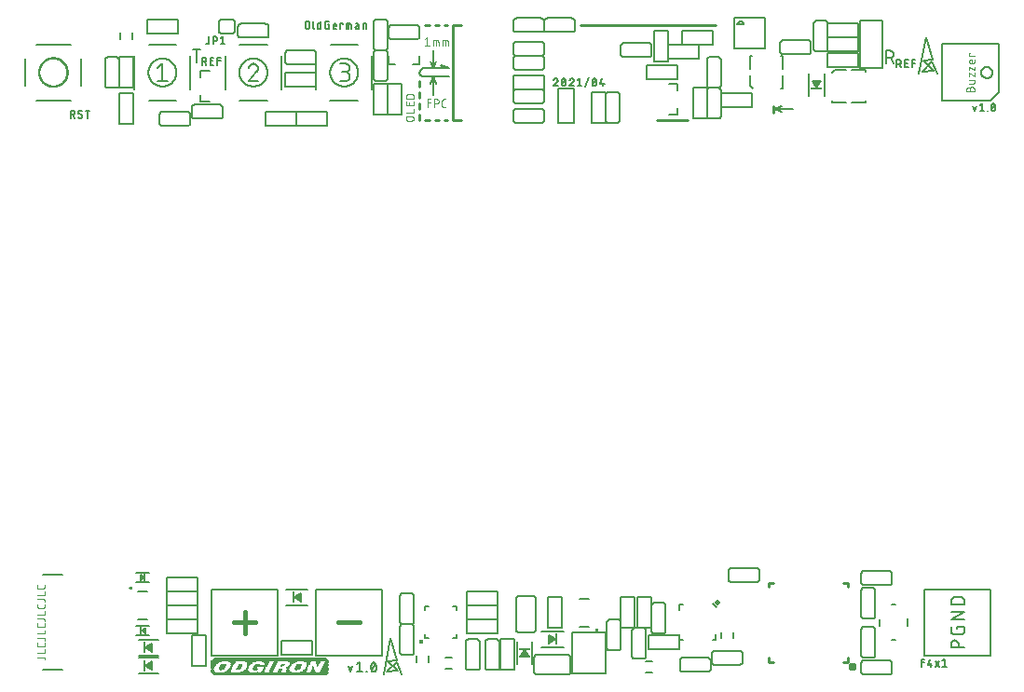
<source format=gbr>
G04 EAGLE Gerber RS-274X export*
G75*
%MOMM*%
%FSLAX34Y34*%
%LPD*%
%INSilkscreen Top*%
%IPPOS*%
%AMOC8*
5,1,8,0,0,1.08239X$1,22.5*%
G01*
%ADD10C,0.203200*%
%ADD11C,0.406400*%
%ADD12C,0.152400*%
%ADD13C,0.076200*%
%ADD14R,10.180319X0.030481*%
%ADD15R,10.302238X0.030475*%
%ADD16R,10.363200X0.030481*%
%ADD17R,10.424156X0.030481*%
%ADD18R,10.485119X0.030475*%
%ADD19R,10.546081X0.030481*%
%ADD20R,0.579119X0.030475*%
%ADD21R,2.712719X0.030475*%
%ADD22R,3.535681X0.030475*%
%ADD23R,2.804163X0.030475*%
%ADD24R,0.457200X0.030481*%
%ADD25R,0.609600X0.030481*%
%ADD26R,0.975356X0.030481*%
%ADD27R,0.152400X0.030481*%
%ADD28R,0.274319X0.030481*%
%ADD29R,0.365762X0.030481*%
%ADD30R,0.548638X0.030481*%
%ADD31R,2.651763X0.030481*%
%ADD32R,0.396238X0.030481*%
%ADD33R,0.792481X0.030481*%
%ADD34R,0.060956X0.030481*%
%ADD35R,0.243838X0.030481*%
%ADD36R,0.304800X0.030481*%
%ADD37R,0.518156X0.030481*%
%ADD38R,0.426719X0.030481*%
%ADD39R,0.762000X0.030481*%
%ADD40R,0.365756X0.030475*%
%ADD41R,0.457200X0.030475*%
%ADD42R,0.670556X0.030475*%
%ADD43R,0.274319X0.030475*%
%ADD44R,0.426719X0.030475*%
%ADD45R,0.396238X0.030475*%
%ADD46R,0.762000X0.030475*%
%ADD47R,0.335281X0.030481*%
%ADD48R,0.365756X0.030481*%
%ADD49R,0.731519X0.030481*%
%ADD50R,0.304800X0.030475*%
%ADD51R,0.487681X0.030475*%
%ADD52R,0.243838X0.030475*%
%ADD53R,0.335281X0.030475*%
%ADD54R,0.365762X0.030475*%
%ADD55R,0.731519X0.030475*%
%ADD56R,0.701037X0.030481*%
%ADD57R,0.213356X0.030481*%
%ADD58R,0.335275X0.030481*%
%ADD59R,0.213363X0.030481*%
%ADD60R,0.670556X0.030481*%
%ADD61R,0.213363X0.030475*%
%ADD62R,0.640075X0.030475*%
%ADD63R,0.640075X0.030481*%
%ADD64R,0.487681X0.030481*%
%ADD65R,0.182875X0.030481*%
%ADD66R,0.487675X0.030481*%
%ADD67R,0.518156X0.030475*%
%ADD68R,0.182875X0.030475*%
%ADD69R,0.152400X0.030475*%
%ADD70R,0.609600X0.030475*%
%ADD71R,0.182881X0.030481*%
%ADD72R,0.579119X0.030481*%
%ADD73R,0.213356X0.030475*%
%ADD74R,0.182881X0.030475*%
%ADD75R,0.091438X0.030475*%
%ADD76R,0.091438X0.030481*%
%ADD77R,0.548638X0.030475*%
%ADD78R,0.030475X0.030475*%
%ADD79R,0.518162X0.030481*%
%ADD80R,0.030475X0.030481*%
%ADD81R,0.060963X0.030481*%
%ADD82R,1.188719X0.030475*%
%ADD83R,0.518162X0.030475*%
%ADD84R,0.060963X0.030475*%
%ADD85R,1.158238X0.030481*%
%ADD86R,0.853438X0.030475*%
%ADD87R,0.792475X0.030475*%
%ADD88R,0.670563X0.030475*%
%ADD89R,1.036319X0.030481*%
%ADD90R,0.914400X0.030481*%
%ADD91R,0.640081X0.030481*%
%ADD92R,1.158238X0.030475*%
%ADD93R,2.865119X0.030475*%
%ADD94R,3.505200X0.030475*%
%ADD95R,0.792481X0.030475*%
%ADD96R,10.607038X0.030481*%
%ADD97R,10.546081X0.030475*%
%ADD98R,10.485119X0.030481*%
%ADD99R,10.424156X0.030475*%
%ADD100R,10.302238X0.030481*%
%ADD101R,10.180319X0.030475*%
%ADD102C,0.127000*%
%ADD103C,0.254000*%
%ADD104C,0.101600*%
%ADD105C,0.381000*%
%ADD106C,0.406400*%
%ADD107R,0.200000X1.000000*%
%ADD108R,0.200000X0.800000*%
%ADD109R,1.000000X0.200000*%
%ADD110C,0.508000*%

G36*
X774336Y666565D02*
X774336Y666565D01*
X774363Y666565D01*
X774474Y666597D01*
X774587Y666623D01*
X774610Y666636D01*
X774636Y666644D01*
X774734Y666706D01*
X774835Y666762D01*
X774851Y666780D01*
X774876Y666795D01*
X775061Y667003D01*
X775065Y667007D01*
X777065Y670007D01*
X777096Y670071D01*
X777136Y670131D01*
X777157Y670199D01*
X777188Y670263D01*
X777200Y670334D01*
X777221Y670402D01*
X777223Y670473D01*
X777235Y670544D01*
X777227Y670615D01*
X777229Y670686D01*
X777211Y670755D01*
X777202Y670826D01*
X777175Y670892D01*
X777157Y670961D01*
X777120Y671022D01*
X777093Y671088D01*
X777048Y671144D01*
X777012Y671206D01*
X776960Y671255D01*
X776915Y671310D01*
X776857Y671351D01*
X776804Y671400D01*
X776741Y671433D01*
X776683Y671474D01*
X776615Y671497D01*
X776551Y671530D01*
X776492Y671540D01*
X776414Y671567D01*
X776295Y671573D01*
X776220Y671585D01*
X772220Y671585D01*
X772149Y671575D01*
X772077Y671575D01*
X772009Y671555D01*
X771939Y671545D01*
X771873Y671516D01*
X771804Y671496D01*
X771744Y671458D01*
X771679Y671429D01*
X771624Y671383D01*
X771564Y671345D01*
X771516Y671292D01*
X771462Y671246D01*
X771422Y671186D01*
X771375Y671132D01*
X771344Y671068D01*
X771305Y671009D01*
X771283Y670941D01*
X771252Y670876D01*
X771240Y670806D01*
X771219Y670738D01*
X771217Y670666D01*
X771205Y670596D01*
X771213Y670525D01*
X771211Y670454D01*
X771230Y670384D01*
X771238Y670313D01*
X771263Y670258D01*
X771283Y670179D01*
X771344Y670076D01*
X771375Y670007D01*
X773375Y667007D01*
X773452Y666920D01*
X773525Y666830D01*
X773547Y666815D01*
X773565Y666795D01*
X773662Y666733D01*
X773757Y666666D01*
X773783Y666658D01*
X773805Y666643D01*
X773916Y666611D01*
X774026Y666573D01*
X774053Y666572D01*
X774078Y666565D01*
X774194Y666565D01*
X774310Y666559D01*
X774336Y666565D01*
G37*
G36*
X304079Y199853D02*
X304079Y199853D01*
X304150Y199851D01*
X304219Y199869D01*
X304290Y199878D01*
X304356Y199905D01*
X304425Y199923D01*
X304486Y199960D01*
X304552Y199987D01*
X304608Y200032D01*
X304670Y200069D01*
X304719Y200120D01*
X304774Y200165D01*
X304815Y200224D01*
X304864Y200276D01*
X304897Y200339D01*
X304938Y200397D01*
X304961Y200465D01*
X304994Y200529D01*
X305004Y200588D01*
X305031Y200666D01*
X305037Y200785D01*
X305049Y200860D01*
X305049Y204860D01*
X305039Y204931D01*
X305039Y205003D01*
X305019Y205071D01*
X305009Y205142D01*
X304980Y205207D01*
X304960Y205276D01*
X304922Y205336D01*
X304893Y205401D01*
X304847Y205456D01*
X304809Y205516D01*
X304756Y205564D01*
X304710Y205618D01*
X304650Y205658D01*
X304596Y205705D01*
X304532Y205736D01*
X304473Y205776D01*
X304405Y205797D01*
X304340Y205828D01*
X304270Y205840D01*
X304202Y205861D01*
X304130Y205863D01*
X304060Y205875D01*
X303989Y205867D01*
X303918Y205869D01*
X303848Y205850D01*
X303777Y205842D01*
X303722Y205817D01*
X303643Y205797D01*
X303540Y205736D01*
X303471Y205705D01*
X300471Y203705D01*
X300384Y203628D01*
X300294Y203555D01*
X300279Y203533D01*
X300259Y203515D01*
X300197Y203418D01*
X300130Y203323D01*
X300122Y203297D01*
X300107Y203275D01*
X300075Y203164D01*
X300037Y203054D01*
X300036Y203027D01*
X300029Y203002D01*
X300029Y202886D01*
X300023Y202770D01*
X300029Y202744D01*
X300029Y202717D01*
X300061Y202606D01*
X300087Y202493D01*
X300100Y202470D01*
X300108Y202444D01*
X300170Y202346D01*
X300226Y202245D01*
X300244Y202229D01*
X300259Y202204D01*
X300467Y202019D01*
X300471Y202015D01*
X303471Y200015D01*
X303535Y199984D01*
X303595Y199945D01*
X303663Y199923D01*
X303727Y199892D01*
X303798Y199880D01*
X303866Y199859D01*
X303937Y199857D01*
X304008Y199845D01*
X304079Y199853D01*
G37*
G36*
X532235Y161753D02*
X532235Y161753D01*
X532306Y161751D01*
X532376Y161770D01*
X532447Y161778D01*
X532502Y161803D01*
X532581Y161823D01*
X532684Y161884D01*
X532753Y161915D01*
X535753Y163915D01*
X535840Y163992D01*
X535930Y164065D01*
X535945Y164087D01*
X535965Y164105D01*
X536027Y164202D01*
X536094Y164297D01*
X536102Y164323D01*
X536117Y164345D01*
X536149Y164456D01*
X536187Y164566D01*
X536188Y164593D01*
X536195Y164618D01*
X536195Y164734D01*
X536201Y164850D01*
X536195Y164876D01*
X536195Y164903D01*
X536163Y165014D01*
X536137Y165127D01*
X536124Y165150D01*
X536116Y165176D01*
X536054Y165274D01*
X535998Y165375D01*
X535980Y165391D01*
X535965Y165416D01*
X535757Y165601D01*
X535753Y165605D01*
X532753Y167605D01*
X532689Y167636D01*
X532629Y167676D01*
X532561Y167697D01*
X532497Y167728D01*
X532426Y167740D01*
X532358Y167761D01*
X532287Y167763D01*
X532217Y167775D01*
X532145Y167767D01*
X532074Y167769D01*
X532005Y167751D01*
X531934Y167742D01*
X531868Y167715D01*
X531799Y167697D01*
X531738Y167660D01*
X531672Y167633D01*
X531616Y167588D01*
X531554Y167552D01*
X531505Y167500D01*
X531450Y167455D01*
X531409Y167397D01*
X531360Y167344D01*
X531327Y167281D01*
X531286Y167223D01*
X531263Y167155D01*
X531230Y167091D01*
X531220Y167032D01*
X531193Y166954D01*
X531187Y166835D01*
X531175Y166760D01*
X531175Y162760D01*
X531185Y162689D01*
X531185Y162617D01*
X531205Y162549D01*
X531215Y162479D01*
X531244Y162413D01*
X531264Y162344D01*
X531302Y162284D01*
X531331Y162219D01*
X531377Y162164D01*
X531415Y162104D01*
X531469Y162056D01*
X531515Y162002D01*
X531574Y161962D01*
X531628Y161915D01*
X531692Y161884D01*
X531751Y161845D01*
X531820Y161823D01*
X531884Y161792D01*
X531954Y161780D01*
X532022Y161759D01*
X532094Y161757D01*
X532165Y161745D01*
X532235Y161753D01*
G37*
G36*
X169205Y154133D02*
X169205Y154133D01*
X169276Y154131D01*
X169345Y154149D01*
X169416Y154158D01*
X169482Y154185D01*
X169551Y154203D01*
X169612Y154240D01*
X169678Y154267D01*
X169734Y154312D01*
X169796Y154349D01*
X169845Y154400D01*
X169900Y154445D01*
X169941Y154504D01*
X169990Y154556D01*
X170023Y154619D01*
X170064Y154677D01*
X170087Y154745D01*
X170120Y154809D01*
X170130Y154868D01*
X170157Y154946D01*
X170163Y155065D01*
X170175Y155140D01*
X170175Y159140D01*
X170165Y159211D01*
X170165Y159283D01*
X170145Y159351D01*
X170135Y159422D01*
X170106Y159487D01*
X170086Y159556D01*
X170048Y159616D01*
X170019Y159681D01*
X169973Y159736D01*
X169935Y159796D01*
X169882Y159844D01*
X169836Y159898D01*
X169776Y159938D01*
X169722Y159985D01*
X169658Y160016D01*
X169599Y160056D01*
X169531Y160077D01*
X169466Y160108D01*
X169396Y160120D01*
X169328Y160141D01*
X169256Y160143D01*
X169186Y160155D01*
X169115Y160147D01*
X169044Y160149D01*
X168974Y160130D01*
X168903Y160122D01*
X168848Y160097D01*
X168769Y160077D01*
X168666Y160016D01*
X168597Y159985D01*
X165597Y157985D01*
X165510Y157908D01*
X165420Y157835D01*
X165405Y157813D01*
X165385Y157795D01*
X165323Y157698D01*
X165256Y157603D01*
X165248Y157577D01*
X165233Y157555D01*
X165201Y157444D01*
X165163Y157334D01*
X165162Y157307D01*
X165155Y157282D01*
X165155Y157166D01*
X165149Y157050D01*
X165155Y157024D01*
X165155Y156997D01*
X165187Y156886D01*
X165213Y156773D01*
X165226Y156750D01*
X165234Y156724D01*
X165296Y156626D01*
X165352Y156525D01*
X165370Y156509D01*
X165385Y156484D01*
X165593Y156299D01*
X165597Y156295D01*
X168597Y154295D01*
X168661Y154264D01*
X168721Y154225D01*
X168789Y154203D01*
X168853Y154172D01*
X168924Y154160D01*
X168992Y154139D01*
X169063Y154137D01*
X169134Y154125D01*
X169205Y154133D01*
G37*
G36*
X510861Y149055D02*
X510861Y149055D01*
X510933Y149055D01*
X511001Y149075D01*
X511072Y149085D01*
X511137Y149114D01*
X511206Y149134D01*
X511266Y149172D01*
X511331Y149201D01*
X511386Y149247D01*
X511446Y149285D01*
X511494Y149339D01*
X511548Y149385D01*
X511588Y149444D01*
X511635Y149498D01*
X511666Y149562D01*
X511706Y149621D01*
X511727Y149690D01*
X511758Y149754D01*
X511770Y149824D01*
X511791Y149892D01*
X511793Y149964D01*
X511805Y150035D01*
X511797Y150105D01*
X511799Y150176D01*
X511780Y150246D01*
X511772Y150317D01*
X511747Y150372D01*
X511727Y150451D01*
X511666Y150554D01*
X511635Y150623D01*
X509635Y153623D01*
X509558Y153710D01*
X509485Y153800D01*
X509463Y153815D01*
X509445Y153835D01*
X509348Y153897D01*
X509253Y153964D01*
X509227Y153972D01*
X509205Y153987D01*
X509094Y154019D01*
X508984Y154057D01*
X508957Y154058D01*
X508932Y154065D01*
X508816Y154065D01*
X508700Y154071D01*
X508674Y154065D01*
X508647Y154065D01*
X508536Y154033D01*
X508423Y154007D01*
X508400Y153994D01*
X508374Y153986D01*
X508276Y153924D01*
X508175Y153868D01*
X508159Y153850D01*
X508134Y153835D01*
X507949Y153627D01*
X507945Y153623D01*
X505945Y150623D01*
X505914Y150559D01*
X505875Y150499D01*
X505853Y150431D01*
X505822Y150367D01*
X505810Y150296D01*
X505789Y150228D01*
X505787Y150157D01*
X505775Y150087D01*
X505783Y150015D01*
X505781Y149944D01*
X505799Y149875D01*
X505808Y149804D01*
X505835Y149738D01*
X505853Y149669D01*
X505890Y149608D01*
X505917Y149542D01*
X505962Y149486D01*
X505999Y149424D01*
X506050Y149375D01*
X506095Y149320D01*
X506154Y149279D01*
X506206Y149230D01*
X506269Y149197D01*
X506327Y149156D01*
X506395Y149133D01*
X506459Y149100D01*
X506518Y149090D01*
X506596Y149063D01*
X506715Y149057D01*
X506790Y149045D01*
X510790Y149045D01*
X510861Y149055D01*
G37*
G36*
X169205Y137623D02*
X169205Y137623D01*
X169276Y137621D01*
X169345Y137639D01*
X169416Y137648D01*
X169482Y137675D01*
X169551Y137693D01*
X169612Y137730D01*
X169678Y137757D01*
X169734Y137802D01*
X169796Y137839D01*
X169845Y137890D01*
X169900Y137935D01*
X169941Y137994D01*
X169990Y138046D01*
X170023Y138109D01*
X170064Y138167D01*
X170087Y138235D01*
X170120Y138299D01*
X170130Y138358D01*
X170157Y138436D01*
X170163Y138555D01*
X170175Y138630D01*
X170175Y142630D01*
X170165Y142701D01*
X170165Y142773D01*
X170145Y142841D01*
X170135Y142912D01*
X170106Y142977D01*
X170086Y143046D01*
X170048Y143106D01*
X170019Y143171D01*
X169973Y143226D01*
X169935Y143286D01*
X169882Y143334D01*
X169836Y143388D01*
X169776Y143428D01*
X169722Y143475D01*
X169658Y143506D01*
X169599Y143546D01*
X169531Y143567D01*
X169466Y143598D01*
X169396Y143610D01*
X169328Y143631D01*
X169256Y143633D01*
X169186Y143645D01*
X169115Y143637D01*
X169044Y143639D01*
X168974Y143620D01*
X168903Y143612D01*
X168848Y143587D01*
X168769Y143567D01*
X168666Y143506D01*
X168597Y143475D01*
X165597Y141475D01*
X165510Y141398D01*
X165420Y141325D01*
X165405Y141303D01*
X165385Y141285D01*
X165323Y141188D01*
X165256Y141093D01*
X165248Y141067D01*
X165233Y141045D01*
X165201Y140934D01*
X165163Y140824D01*
X165162Y140797D01*
X165155Y140772D01*
X165155Y140656D01*
X165149Y140540D01*
X165155Y140514D01*
X165155Y140487D01*
X165187Y140376D01*
X165213Y140263D01*
X165226Y140240D01*
X165234Y140214D01*
X165296Y140116D01*
X165352Y140015D01*
X165370Y139999D01*
X165385Y139974D01*
X165593Y139789D01*
X165597Y139785D01*
X168597Y137785D01*
X168661Y137754D01*
X168721Y137715D01*
X168789Y137693D01*
X168853Y137662D01*
X168924Y137650D01*
X168992Y137629D01*
X169063Y137627D01*
X169134Y137615D01*
X169205Y137623D01*
G37*
G36*
X160082Y217893D02*
X160082Y217893D01*
X160111Y217889D01*
X160151Y217906D01*
X160193Y217913D01*
X160228Y217939D01*
X160240Y217944D01*
X160245Y217951D01*
X160259Y217961D01*
X162759Y220461D01*
X162767Y220475D01*
X162779Y220484D01*
X162800Y220536D01*
X162827Y220584D01*
X162826Y220600D01*
X162832Y220615D01*
X162822Y220669D01*
X162819Y220725D01*
X162809Y220738D01*
X162807Y220753D01*
X162759Y220819D01*
X160259Y223319D01*
X160221Y223340D01*
X160189Y223369D01*
X160160Y223373D01*
X160136Y223387D01*
X160092Y223384D01*
X160049Y223391D01*
X160023Y223380D01*
X159995Y223379D01*
X159960Y223353D01*
X159920Y223336D01*
X159904Y223313D01*
X159881Y223296D01*
X159864Y223256D01*
X159840Y223220D01*
X159833Y223177D01*
X159828Y223165D01*
X159830Y223157D01*
X159827Y223140D01*
X159827Y218140D01*
X159839Y218098D01*
X159841Y218055D01*
X159858Y218032D01*
X159866Y218005D01*
X159898Y217976D01*
X159924Y217941D01*
X159950Y217930D01*
X159971Y217911D01*
X160014Y217904D01*
X160055Y217888D01*
X160082Y217893D01*
G37*
G36*
X164137Y169640D02*
X164137Y169640D01*
X164165Y169641D01*
X164200Y169667D01*
X164240Y169684D01*
X164256Y169707D01*
X164279Y169724D01*
X164296Y169764D01*
X164320Y169800D01*
X164327Y169843D01*
X164332Y169855D01*
X164330Y169863D01*
X164333Y169880D01*
X164333Y174880D01*
X164321Y174922D01*
X164319Y174965D01*
X164302Y174988D01*
X164294Y175015D01*
X164262Y175044D01*
X164236Y175079D01*
X164210Y175090D01*
X164189Y175109D01*
X164146Y175116D01*
X164105Y175132D01*
X164078Y175127D01*
X164049Y175131D01*
X164009Y175114D01*
X163967Y175107D01*
X163932Y175081D01*
X163920Y175076D01*
X163915Y175069D01*
X163901Y175059D01*
X161401Y172559D01*
X161393Y172545D01*
X161381Y172536D01*
X161360Y172484D01*
X161333Y172436D01*
X161334Y172420D01*
X161328Y172405D01*
X161338Y172351D01*
X161341Y172295D01*
X161351Y172282D01*
X161353Y172267D01*
X161401Y172201D01*
X163901Y169701D01*
X163939Y169680D01*
X163971Y169651D01*
X164000Y169647D01*
X164024Y169633D01*
X164068Y169636D01*
X164111Y169629D01*
X164137Y169640D01*
G37*
G36*
X151380Y209570D02*
X151380Y209570D01*
X151381Y209571D01*
X151383Y209571D01*
X151766Y209729D01*
X151767Y209731D01*
X151769Y209731D01*
X152097Y209983D01*
X152098Y209985D01*
X152100Y209985D01*
X152352Y210314D01*
X152352Y210316D01*
X152353Y210317D01*
X152512Y210700D01*
X152511Y210702D01*
X152513Y210703D01*
X152567Y211113D01*
X152567Y211114D01*
X152566Y211114D01*
X152566Y211115D01*
X152567Y211117D01*
X152513Y211527D01*
X152511Y211529D01*
X152512Y211530D01*
X152353Y211913D01*
X152351Y211914D01*
X152352Y211916D01*
X152100Y212245D01*
X152097Y212245D01*
X152097Y212247D01*
X151769Y212499D01*
X151766Y212499D01*
X151766Y212501D01*
X151383Y212659D01*
X151381Y212659D01*
X151380Y212660D01*
X150969Y212714D01*
X150967Y212713D01*
X150966Y212714D01*
X150555Y212660D01*
X150554Y212659D01*
X150552Y212659D01*
X150169Y212501D01*
X150168Y212499D01*
X150166Y212499D01*
X149838Y212247D01*
X149837Y212245D01*
X149836Y212245D01*
X149583Y211916D01*
X149583Y211914D01*
X149582Y211913D01*
X149423Y211530D01*
X149424Y211528D01*
X149422Y211527D01*
X149368Y211117D01*
X149369Y211115D01*
X149368Y211113D01*
X149422Y210703D01*
X149424Y210701D01*
X149423Y210700D01*
X149582Y210317D01*
X149584Y210316D01*
X149583Y210314D01*
X149836Y209985D01*
X149838Y209985D01*
X149838Y209983D01*
X150166Y209731D01*
X150169Y209731D01*
X150169Y209729D01*
X150552Y209571D01*
X150554Y209571D01*
X150555Y209570D01*
X150966Y209516D01*
X150968Y209517D01*
X150969Y209516D01*
X151380Y209570D01*
G37*
G36*
X574925Y171470D02*
X574925Y171470D01*
X574926Y171471D01*
X574928Y171471D01*
X575311Y171629D01*
X575312Y171631D01*
X575314Y171631D01*
X575642Y171883D01*
X575643Y171885D01*
X575645Y171885D01*
X575897Y172214D01*
X575897Y172216D01*
X575898Y172217D01*
X576057Y172600D01*
X576056Y172602D01*
X576058Y172603D01*
X576112Y173013D01*
X576112Y173014D01*
X576111Y173014D01*
X576111Y173015D01*
X576112Y173017D01*
X576058Y173427D01*
X576056Y173429D01*
X576057Y173430D01*
X575898Y173813D01*
X575896Y173814D01*
X575897Y173816D01*
X575645Y174145D01*
X575642Y174145D01*
X575642Y174147D01*
X575314Y174399D01*
X575311Y174399D01*
X575311Y174401D01*
X574928Y174559D01*
X574926Y174559D01*
X574925Y174560D01*
X574514Y174614D01*
X574512Y174613D01*
X574511Y174614D01*
X574100Y174560D01*
X574099Y174559D01*
X574097Y174559D01*
X573714Y174401D01*
X573713Y174399D01*
X573711Y174399D01*
X573383Y174147D01*
X573382Y174145D01*
X573381Y174145D01*
X573128Y173816D01*
X573128Y173814D01*
X573127Y173813D01*
X572968Y173430D01*
X572969Y173428D01*
X572967Y173427D01*
X572913Y173017D01*
X572914Y173015D01*
X572913Y173013D01*
X572967Y172603D01*
X572969Y172601D01*
X572968Y172600D01*
X573127Y172217D01*
X573129Y172216D01*
X573128Y172214D01*
X573381Y171885D01*
X573383Y171885D01*
X573383Y171883D01*
X573711Y171631D01*
X573714Y171631D01*
X573714Y171629D01*
X574097Y171471D01*
X574099Y171471D01*
X574100Y171470D01*
X574511Y171416D01*
X574513Y171417D01*
X574514Y171416D01*
X574925Y171470D01*
G37*
D10*
X381028Y133010D02*
X387378Y166030D01*
X393220Y145710D01*
X384838Y144948D01*
X393982Y135804D01*
X383822Y135042D01*
X392712Y144186D01*
X397538Y133010D01*
D11*
X264188Y179831D02*
X244884Y179831D01*
X254536Y170179D02*
X254536Y189483D01*
X339880Y179831D02*
X359184Y179831D01*
D10*
X896521Y157118D02*
X908459Y157118D01*
X896521Y157118D02*
X896521Y160434D01*
X896523Y160548D01*
X896529Y160663D01*
X896539Y160777D01*
X896553Y160890D01*
X896570Y161004D01*
X896592Y161116D01*
X896617Y161228D01*
X896647Y161338D01*
X896680Y161448D01*
X896717Y161556D01*
X896757Y161663D01*
X896802Y161769D01*
X896849Y161873D01*
X896901Y161975D01*
X896956Y162075D01*
X897014Y162174D01*
X897076Y162270D01*
X897141Y162365D01*
X897209Y162456D01*
X897281Y162546D01*
X897355Y162633D01*
X897432Y162717D01*
X897513Y162799D01*
X897596Y162878D01*
X897681Y162954D01*
X897770Y163027D01*
X897860Y163096D01*
X897953Y163163D01*
X898049Y163226D01*
X898146Y163286D01*
X898246Y163343D01*
X898347Y163396D01*
X898450Y163446D01*
X898555Y163492D01*
X898661Y163535D01*
X898769Y163573D01*
X898878Y163608D01*
X898988Y163639D01*
X899099Y163667D01*
X899211Y163690D01*
X899324Y163710D01*
X899437Y163726D01*
X899551Y163738D01*
X899665Y163746D01*
X899780Y163750D01*
X899894Y163750D01*
X900009Y163746D01*
X900123Y163738D01*
X900237Y163726D01*
X900350Y163710D01*
X900463Y163690D01*
X900575Y163667D01*
X900686Y163639D01*
X900796Y163608D01*
X900905Y163573D01*
X901013Y163535D01*
X901119Y163492D01*
X901224Y163446D01*
X901327Y163396D01*
X901428Y163343D01*
X901528Y163286D01*
X901625Y163226D01*
X901721Y163163D01*
X901814Y163096D01*
X901904Y163027D01*
X901993Y162954D01*
X902078Y162878D01*
X902161Y162799D01*
X902242Y162717D01*
X902319Y162633D01*
X902393Y162546D01*
X902465Y162456D01*
X902533Y162365D01*
X902598Y162270D01*
X902660Y162174D01*
X902718Y162075D01*
X902773Y161975D01*
X902825Y161873D01*
X902872Y161769D01*
X902917Y161663D01*
X902957Y161556D01*
X902994Y161448D01*
X903027Y161338D01*
X903057Y161228D01*
X903082Y161116D01*
X903104Y161004D01*
X903121Y160890D01*
X903135Y160777D01*
X903145Y160663D01*
X903151Y160548D01*
X903153Y160434D01*
X903153Y157118D01*
X901827Y174071D02*
X901827Y176060D01*
X908459Y176060D01*
X908459Y172081D01*
X908457Y171979D01*
X908451Y171878D01*
X908441Y171777D01*
X908428Y171676D01*
X908410Y171576D01*
X908389Y171477D01*
X908364Y171378D01*
X908335Y171281D01*
X908303Y171184D01*
X908267Y171089D01*
X908227Y170996D01*
X908184Y170904D01*
X908137Y170814D01*
X908086Y170725D01*
X908033Y170639D01*
X907976Y170555D01*
X907916Y170473D01*
X907853Y170393D01*
X907787Y170316D01*
X907718Y170241D01*
X907646Y170169D01*
X907571Y170100D01*
X907494Y170034D01*
X907414Y169971D01*
X907332Y169911D01*
X907248Y169854D01*
X907162Y169801D01*
X907073Y169750D01*
X906983Y169703D01*
X906891Y169660D01*
X906798Y169620D01*
X906703Y169584D01*
X906606Y169552D01*
X906509Y169523D01*
X906410Y169498D01*
X906311Y169477D01*
X906211Y169459D01*
X906110Y169446D01*
X906009Y169436D01*
X905908Y169430D01*
X905806Y169428D01*
X899174Y169428D01*
X899072Y169430D01*
X898971Y169436D01*
X898870Y169446D01*
X898769Y169459D01*
X898669Y169477D01*
X898570Y169498D01*
X898471Y169523D01*
X898374Y169552D01*
X898277Y169584D01*
X898182Y169620D01*
X898089Y169660D01*
X897997Y169703D01*
X897907Y169750D01*
X897818Y169801D01*
X897732Y169854D01*
X897648Y169911D01*
X897566Y169971D01*
X897486Y170034D01*
X897409Y170100D01*
X897334Y170169D01*
X897262Y170241D01*
X897193Y170316D01*
X897127Y170393D01*
X897064Y170473D01*
X897004Y170555D01*
X896947Y170639D01*
X896894Y170725D01*
X896843Y170814D01*
X896796Y170904D01*
X896753Y170996D01*
X896713Y171089D01*
X896677Y171184D01*
X896645Y171280D01*
X896616Y171378D01*
X896591Y171476D01*
X896570Y171576D01*
X896552Y171676D01*
X896539Y171777D01*
X896529Y171878D01*
X896523Y171979D01*
X896521Y172081D01*
X896521Y176060D01*
X896521Y182839D02*
X908459Y182839D01*
X908459Y189471D02*
X896521Y182839D01*
X896521Y189471D02*
X908459Y189471D01*
X908459Y196250D02*
X896521Y196250D01*
X896521Y199566D01*
X896523Y199679D01*
X896529Y199792D01*
X896538Y199905D01*
X896552Y200018D01*
X896569Y200129D01*
X896590Y200241D01*
X896615Y200351D01*
X896644Y200461D01*
X896676Y200569D01*
X896712Y200676D01*
X896752Y200782D01*
X896796Y200887D01*
X896842Y200990D01*
X896893Y201092D01*
X896947Y201191D01*
X897004Y201289D01*
X897064Y201385D01*
X897128Y201478D01*
X897195Y201570D01*
X897265Y201659D01*
X897338Y201745D01*
X897414Y201829D01*
X897492Y201911D01*
X897574Y201989D01*
X897658Y202065D01*
X897744Y202138D01*
X897833Y202208D01*
X897925Y202275D01*
X898018Y202339D01*
X898114Y202399D01*
X898212Y202456D01*
X898311Y202510D01*
X898413Y202561D01*
X898516Y202607D01*
X898621Y202651D01*
X898727Y202691D01*
X898834Y202727D01*
X898942Y202759D01*
X899052Y202788D01*
X899162Y202813D01*
X899274Y202834D01*
X899385Y202851D01*
X899498Y202865D01*
X899611Y202874D01*
X899724Y202880D01*
X899837Y202882D01*
X899837Y202883D02*
X905143Y202883D01*
X905143Y202882D02*
X905256Y202880D01*
X905369Y202874D01*
X905482Y202865D01*
X905595Y202851D01*
X905706Y202834D01*
X905818Y202813D01*
X905928Y202788D01*
X906038Y202759D01*
X906146Y202727D01*
X906253Y202691D01*
X906359Y202651D01*
X906464Y202607D01*
X906567Y202561D01*
X906669Y202510D01*
X906768Y202456D01*
X906866Y202399D01*
X906962Y202339D01*
X907055Y202275D01*
X907147Y202208D01*
X907236Y202138D01*
X907322Y202065D01*
X907406Y201989D01*
X907488Y201911D01*
X907566Y201829D01*
X907642Y201745D01*
X907715Y201659D01*
X907785Y201570D01*
X907852Y201478D01*
X907916Y201385D01*
X907976Y201289D01*
X908033Y201191D01*
X908087Y201092D01*
X908138Y200990D01*
X908184Y200887D01*
X908228Y200782D01*
X908268Y200676D01*
X908304Y200569D01*
X908336Y200461D01*
X908365Y200351D01*
X908390Y200241D01*
X908411Y200129D01*
X908428Y200018D01*
X908442Y199905D01*
X908451Y199792D01*
X908457Y199679D01*
X908459Y199566D01*
X908459Y196250D01*
D12*
X350715Y135042D02*
X348795Y140799D01*
X352634Y140799D02*
X350715Y135042D01*
X356545Y141759D02*
X358944Y143678D01*
X358944Y135042D01*
X356545Y135042D02*
X361343Y135042D01*
X365105Y135042D02*
X365105Y135522D01*
X365585Y135522D01*
X365585Y135042D01*
X365105Y135042D01*
X369346Y139360D02*
X369348Y139530D01*
X369354Y139700D01*
X369364Y139869D01*
X369378Y140039D01*
X369397Y140208D01*
X369419Y140376D01*
X369445Y140544D01*
X369475Y140711D01*
X369510Y140877D01*
X369548Y141043D01*
X369590Y141208D01*
X369636Y141371D01*
X369686Y141534D01*
X369740Y141695D01*
X369797Y141855D01*
X369859Y142013D01*
X369924Y142170D01*
X369993Y142325D01*
X370066Y142479D01*
X370067Y142479D02*
X370095Y142555D01*
X370127Y142630D01*
X370162Y142704D01*
X370200Y142776D01*
X370242Y142846D01*
X370287Y142914D01*
X370335Y142980D01*
X370386Y143044D01*
X370440Y143105D01*
X370496Y143164D01*
X370556Y143220D01*
X370617Y143273D01*
X370681Y143323D01*
X370748Y143371D01*
X370816Y143415D01*
X370887Y143456D01*
X370959Y143494D01*
X371033Y143528D01*
X371108Y143559D01*
X371185Y143587D01*
X371263Y143611D01*
X371342Y143631D01*
X371422Y143648D01*
X371502Y143661D01*
X371583Y143671D01*
X371664Y143676D01*
X371746Y143678D01*
X371828Y143676D01*
X371909Y143671D01*
X371990Y143661D01*
X372070Y143648D01*
X372150Y143631D01*
X372229Y143611D01*
X372307Y143587D01*
X372384Y143559D01*
X372459Y143528D01*
X372533Y143494D01*
X372605Y143456D01*
X372676Y143415D01*
X372744Y143371D01*
X372811Y143323D01*
X372875Y143273D01*
X372936Y143220D01*
X372996Y143164D01*
X373052Y143105D01*
X373106Y143044D01*
X373157Y142980D01*
X373205Y142914D01*
X373250Y142846D01*
X373292Y142776D01*
X373330Y142704D01*
X373365Y142630D01*
X373397Y142555D01*
X373425Y142479D01*
X373498Y142325D01*
X373567Y142170D01*
X373632Y142013D01*
X373694Y141855D01*
X373751Y141695D01*
X373805Y141534D01*
X373855Y141371D01*
X373901Y141208D01*
X373943Y141043D01*
X373981Y140877D01*
X374016Y140711D01*
X374046Y140544D01*
X374072Y140376D01*
X374094Y140208D01*
X374113Y140039D01*
X374127Y139869D01*
X374137Y139700D01*
X374143Y139530D01*
X374145Y139360D01*
X369347Y139360D02*
X369349Y139190D01*
X369355Y139020D01*
X369365Y138851D01*
X369379Y138681D01*
X369398Y138512D01*
X369420Y138344D01*
X369446Y138176D01*
X369476Y138009D01*
X369511Y137843D01*
X369549Y137677D01*
X369591Y137512D01*
X369637Y137349D01*
X369687Y137187D01*
X369741Y137025D01*
X369798Y136866D01*
X369860Y136707D01*
X369925Y136550D01*
X369994Y136395D01*
X370067Y136241D01*
X370095Y136165D01*
X370127Y136090D01*
X370162Y136016D01*
X370200Y135944D01*
X370242Y135874D01*
X370287Y135806D01*
X370335Y135740D01*
X370386Y135676D01*
X370440Y135615D01*
X370496Y135556D01*
X370556Y135500D01*
X370617Y135447D01*
X370681Y135397D01*
X370748Y135349D01*
X370816Y135305D01*
X370887Y135264D01*
X370959Y135226D01*
X371033Y135192D01*
X371108Y135161D01*
X371185Y135133D01*
X371263Y135109D01*
X371342Y135089D01*
X371422Y135072D01*
X371502Y135059D01*
X371583Y135049D01*
X371664Y135044D01*
X371746Y135042D01*
X373425Y136241D02*
X373498Y136395D01*
X373567Y136550D01*
X373632Y136707D01*
X373694Y136866D01*
X373751Y137025D01*
X373805Y137187D01*
X373855Y137349D01*
X373901Y137512D01*
X373943Y137677D01*
X373981Y137843D01*
X374016Y138009D01*
X374046Y138176D01*
X374072Y138344D01*
X374094Y138512D01*
X374113Y138681D01*
X374127Y138851D01*
X374137Y139020D01*
X374143Y139190D01*
X374145Y139360D01*
X373425Y136241D02*
X373397Y136165D01*
X373365Y136090D01*
X373330Y136016D01*
X373292Y135944D01*
X373250Y135874D01*
X373205Y135806D01*
X373157Y135740D01*
X373106Y135676D01*
X373052Y135615D01*
X372996Y135556D01*
X372936Y135500D01*
X372875Y135447D01*
X372811Y135397D01*
X372744Y135349D01*
X372676Y135305D01*
X372605Y135264D01*
X372533Y135226D01*
X372459Y135192D01*
X372384Y135161D01*
X372307Y135133D01*
X372229Y135109D01*
X372150Y135089D01*
X372070Y135072D01*
X371990Y135059D01*
X371909Y135049D01*
X371828Y135044D01*
X371746Y135042D01*
X369827Y136961D02*
X373665Y141759D01*
D13*
X71416Y148381D02*
X65687Y148381D01*
X71416Y148381D02*
X71494Y148379D01*
X71572Y148374D01*
X71649Y148364D01*
X71726Y148351D01*
X71802Y148335D01*
X71877Y148315D01*
X71951Y148291D01*
X72024Y148264D01*
X72096Y148233D01*
X72166Y148199D01*
X72235Y148162D01*
X72301Y148121D01*
X72366Y148077D01*
X72428Y148031D01*
X72488Y147981D01*
X72546Y147929D01*
X72601Y147874D01*
X72653Y147816D01*
X72703Y147756D01*
X72749Y147694D01*
X72793Y147629D01*
X72834Y147563D01*
X72871Y147494D01*
X72905Y147424D01*
X72936Y147352D01*
X72963Y147279D01*
X72987Y147205D01*
X73007Y147130D01*
X73023Y147054D01*
X73036Y146977D01*
X73046Y146900D01*
X73051Y146822D01*
X73053Y146744D01*
X73053Y145925D01*
X73053Y152075D02*
X65687Y152075D01*
X73053Y152075D02*
X73053Y155348D01*
X73053Y159769D02*
X73053Y161406D01*
X73053Y159769D02*
X73051Y159691D01*
X73046Y159613D01*
X73036Y159536D01*
X73023Y159459D01*
X73007Y159383D01*
X72987Y159308D01*
X72963Y159234D01*
X72936Y159161D01*
X72905Y159089D01*
X72871Y159019D01*
X72834Y158951D01*
X72793Y158884D01*
X72749Y158819D01*
X72703Y158757D01*
X72653Y158697D01*
X72601Y158639D01*
X72546Y158584D01*
X72488Y158532D01*
X72428Y158482D01*
X72366Y158436D01*
X72301Y158392D01*
X72235Y158351D01*
X72166Y158314D01*
X72096Y158280D01*
X72024Y158249D01*
X71951Y158222D01*
X71877Y158198D01*
X71802Y158178D01*
X71726Y158162D01*
X71649Y158149D01*
X71572Y158139D01*
X71494Y158134D01*
X71416Y158132D01*
X67324Y158132D01*
X67244Y158134D01*
X67164Y158140D01*
X67084Y158150D01*
X67005Y158163D01*
X66926Y158181D01*
X66849Y158202D01*
X66773Y158228D01*
X66698Y158257D01*
X66624Y158289D01*
X66552Y158325D01*
X66482Y158365D01*
X66415Y158408D01*
X66349Y158454D01*
X66286Y158504D01*
X66225Y158556D01*
X66166Y158611D01*
X66111Y158670D01*
X66059Y158730D01*
X66009Y158794D01*
X65963Y158859D01*
X65920Y158927D01*
X65880Y158997D01*
X65844Y159069D01*
X65812Y159143D01*
X65783Y159217D01*
X65758Y159294D01*
X65736Y159371D01*
X65718Y159450D01*
X65705Y159529D01*
X65695Y159608D01*
X65689Y159689D01*
X65687Y159769D01*
X65687Y161406D01*
X65687Y165937D02*
X71416Y165937D01*
X71494Y165935D01*
X71572Y165930D01*
X71649Y165920D01*
X71726Y165907D01*
X71802Y165891D01*
X71877Y165871D01*
X71951Y165847D01*
X72024Y165820D01*
X72096Y165789D01*
X72166Y165755D01*
X72235Y165718D01*
X72301Y165677D01*
X72366Y165633D01*
X72428Y165587D01*
X72488Y165537D01*
X72546Y165485D01*
X72601Y165430D01*
X72653Y165372D01*
X72703Y165312D01*
X72749Y165250D01*
X72793Y165185D01*
X72834Y165119D01*
X72871Y165050D01*
X72905Y164980D01*
X72936Y164908D01*
X72963Y164835D01*
X72987Y164761D01*
X73007Y164686D01*
X73023Y164610D01*
X73036Y164533D01*
X73046Y164456D01*
X73051Y164378D01*
X73053Y164300D01*
X73053Y163482D01*
X73053Y169631D02*
X65687Y169631D01*
X73053Y169631D02*
X73053Y172905D01*
X73053Y177325D02*
X73053Y178962D01*
X73053Y177325D02*
X73051Y177247D01*
X73046Y177169D01*
X73036Y177092D01*
X73023Y177015D01*
X73007Y176939D01*
X72987Y176864D01*
X72963Y176790D01*
X72936Y176717D01*
X72905Y176645D01*
X72871Y176575D01*
X72834Y176507D01*
X72793Y176440D01*
X72749Y176375D01*
X72703Y176313D01*
X72653Y176253D01*
X72601Y176195D01*
X72546Y176140D01*
X72488Y176088D01*
X72428Y176038D01*
X72366Y175992D01*
X72301Y175948D01*
X72235Y175907D01*
X72166Y175870D01*
X72096Y175836D01*
X72024Y175805D01*
X71951Y175778D01*
X71877Y175754D01*
X71802Y175734D01*
X71726Y175718D01*
X71649Y175705D01*
X71572Y175695D01*
X71494Y175690D01*
X71416Y175688D01*
X67324Y175688D01*
X67244Y175690D01*
X67164Y175696D01*
X67084Y175706D01*
X67005Y175719D01*
X66926Y175737D01*
X66849Y175758D01*
X66773Y175784D01*
X66698Y175813D01*
X66624Y175845D01*
X66552Y175881D01*
X66482Y175921D01*
X66415Y175964D01*
X66349Y176010D01*
X66286Y176060D01*
X66225Y176112D01*
X66166Y176167D01*
X66111Y176226D01*
X66059Y176286D01*
X66009Y176350D01*
X65963Y176415D01*
X65920Y176483D01*
X65880Y176553D01*
X65844Y176625D01*
X65812Y176699D01*
X65783Y176773D01*
X65758Y176850D01*
X65736Y176927D01*
X65718Y177006D01*
X65705Y177085D01*
X65695Y177164D01*
X65689Y177245D01*
X65687Y177325D01*
X65687Y178962D01*
X65687Y183493D02*
X71416Y183493D01*
X71416Y183494D02*
X71494Y183492D01*
X71572Y183487D01*
X71649Y183477D01*
X71726Y183464D01*
X71802Y183448D01*
X71877Y183428D01*
X71951Y183404D01*
X72024Y183377D01*
X72096Y183346D01*
X72166Y183312D01*
X72235Y183275D01*
X72301Y183234D01*
X72366Y183190D01*
X72428Y183144D01*
X72488Y183094D01*
X72546Y183042D01*
X72601Y182987D01*
X72653Y182929D01*
X72703Y182869D01*
X72749Y182807D01*
X72793Y182742D01*
X72834Y182676D01*
X72871Y182607D01*
X72905Y182537D01*
X72936Y182465D01*
X72963Y182392D01*
X72987Y182318D01*
X73007Y182243D01*
X73023Y182167D01*
X73036Y182090D01*
X73046Y182013D01*
X73051Y181935D01*
X73053Y181857D01*
X73053Y181038D01*
X73053Y187187D02*
X65687Y187187D01*
X73053Y187187D02*
X73053Y190461D01*
X73053Y194881D02*
X73053Y196518D01*
X73053Y194881D02*
X73051Y194803D01*
X73046Y194725D01*
X73036Y194648D01*
X73023Y194571D01*
X73007Y194495D01*
X72987Y194420D01*
X72963Y194346D01*
X72936Y194273D01*
X72905Y194201D01*
X72871Y194131D01*
X72834Y194063D01*
X72793Y193996D01*
X72749Y193931D01*
X72703Y193869D01*
X72653Y193809D01*
X72601Y193751D01*
X72546Y193696D01*
X72488Y193644D01*
X72428Y193594D01*
X72366Y193548D01*
X72301Y193504D01*
X72235Y193463D01*
X72166Y193426D01*
X72096Y193392D01*
X72024Y193361D01*
X71951Y193334D01*
X71877Y193310D01*
X71802Y193290D01*
X71726Y193274D01*
X71649Y193261D01*
X71572Y193251D01*
X71494Y193246D01*
X71416Y193244D01*
X71416Y193245D02*
X67324Y193245D01*
X67244Y193247D01*
X67164Y193253D01*
X67084Y193263D01*
X67005Y193276D01*
X66926Y193294D01*
X66849Y193315D01*
X66773Y193341D01*
X66698Y193370D01*
X66624Y193402D01*
X66552Y193438D01*
X66482Y193478D01*
X66415Y193521D01*
X66349Y193567D01*
X66286Y193617D01*
X66225Y193669D01*
X66166Y193724D01*
X66111Y193783D01*
X66059Y193843D01*
X66009Y193907D01*
X65963Y193972D01*
X65920Y194040D01*
X65880Y194110D01*
X65844Y194182D01*
X65812Y194256D01*
X65783Y194330D01*
X65758Y194407D01*
X65736Y194484D01*
X65718Y194563D01*
X65705Y194642D01*
X65695Y194721D01*
X65689Y194802D01*
X65687Y194882D01*
X65687Y194881D02*
X65687Y196518D01*
X65687Y201050D02*
X71416Y201050D01*
X71494Y201048D01*
X71572Y201043D01*
X71649Y201033D01*
X71726Y201020D01*
X71802Y201004D01*
X71877Y200984D01*
X71951Y200960D01*
X72024Y200933D01*
X72096Y200902D01*
X72166Y200868D01*
X72235Y200831D01*
X72301Y200790D01*
X72366Y200746D01*
X72428Y200700D01*
X72488Y200650D01*
X72546Y200598D01*
X72601Y200543D01*
X72653Y200485D01*
X72703Y200425D01*
X72749Y200363D01*
X72793Y200298D01*
X72834Y200232D01*
X72871Y200163D01*
X72905Y200093D01*
X72936Y200021D01*
X72963Y199948D01*
X72987Y199874D01*
X73007Y199799D01*
X73023Y199723D01*
X73036Y199646D01*
X73046Y199569D01*
X73051Y199491D01*
X73053Y199413D01*
X73053Y198594D01*
X73053Y204744D02*
X65687Y204744D01*
X73053Y204744D02*
X73053Y208018D01*
X73053Y212438D02*
X73053Y214075D01*
X73053Y212438D02*
X73051Y212360D01*
X73046Y212282D01*
X73036Y212205D01*
X73023Y212128D01*
X73007Y212052D01*
X72987Y211977D01*
X72963Y211903D01*
X72936Y211830D01*
X72905Y211758D01*
X72871Y211688D01*
X72834Y211620D01*
X72793Y211553D01*
X72749Y211488D01*
X72703Y211426D01*
X72653Y211366D01*
X72601Y211308D01*
X72546Y211253D01*
X72488Y211201D01*
X72428Y211151D01*
X72366Y211105D01*
X72301Y211061D01*
X72235Y211020D01*
X72166Y210983D01*
X72096Y210949D01*
X72024Y210918D01*
X71951Y210891D01*
X71877Y210867D01*
X71802Y210847D01*
X71726Y210831D01*
X71649Y210818D01*
X71572Y210808D01*
X71494Y210803D01*
X71416Y210801D01*
X67324Y210801D01*
X67244Y210803D01*
X67164Y210809D01*
X67084Y210819D01*
X67005Y210832D01*
X66926Y210850D01*
X66849Y210871D01*
X66773Y210897D01*
X66698Y210926D01*
X66624Y210958D01*
X66552Y210994D01*
X66482Y211034D01*
X66415Y211077D01*
X66349Y211123D01*
X66286Y211173D01*
X66225Y211225D01*
X66166Y211280D01*
X66111Y211339D01*
X66059Y211399D01*
X66009Y211463D01*
X65963Y211528D01*
X65920Y211596D01*
X65880Y211666D01*
X65844Y211738D01*
X65812Y211812D01*
X65783Y211886D01*
X65758Y211963D01*
X65736Y212040D01*
X65718Y212119D01*
X65705Y212198D01*
X65695Y212277D01*
X65689Y212358D01*
X65687Y212438D01*
X65687Y214075D01*
D14*
X277345Y131842D03*
D15*
X277345Y132146D03*
D16*
X277345Y132451D03*
D17*
X277345Y132756D03*
D18*
X277345Y133061D03*
D19*
X277345Y133366D03*
D20*
X227206Y133670D03*
D21*
X247018Y133670D03*
D22*
X281308Y133670D03*
D23*
X316360Y133670D03*
D24*
X226596Y133975D03*
D25*
X238026Y133975D03*
D26*
X254485Y133975D03*
D27*
X265915Y133975D03*
D28*
X270792Y133975D03*
X278107Y133975D03*
D29*
X285880Y133975D03*
D30*
X295024Y133975D03*
D31*
X317122Y133975D03*
D32*
X225986Y134280D03*
D30*
X238636Y134280D03*
D33*
X254790Y134280D03*
D34*
X266372Y134280D03*
D35*
X270944Y134280D03*
D36*
X278260Y134280D03*
D32*
X286032Y134280D03*
D24*
X294566Y134280D03*
D37*
X307368Y134280D03*
D38*
X316360Y134280D03*
D39*
X326875Y134280D03*
D40*
X225834Y134585D03*
D41*
X239093Y134585D03*
D42*
X255095Y134585D03*
D43*
X271097Y134585D03*
X278412Y134585D03*
D40*
X286184Y134585D03*
D44*
X294414Y134585D03*
D41*
X307978Y134585D03*
D45*
X316512Y134585D03*
D46*
X326875Y134585D03*
D47*
X225682Y134890D03*
D38*
X239550Y134890D03*
D30*
X255400Y134890D03*
D35*
X271249Y134890D03*
D36*
X278564Y134890D03*
D48*
X286184Y134890D03*
X294414Y134890D03*
D32*
X308282Y134890D03*
X316512Y134890D03*
D49*
X327028Y134890D03*
D50*
X225529Y135194D03*
D40*
X239855Y135194D03*
D51*
X255400Y135194D03*
D52*
X271249Y135194D03*
D43*
X278717Y135194D03*
D40*
X286489Y135194D03*
D53*
X294262Y135194D03*
D54*
X308740Y135194D03*
D53*
X316512Y135194D03*
D55*
X327028Y135194D03*
D28*
X225377Y135499D03*
D29*
X240160Y135499D03*
D38*
X255704Y135499D03*
D35*
X271554Y135499D03*
D36*
X278869Y135499D03*
D48*
X286489Y135499D03*
D36*
X294109Y135499D03*
D47*
X308892Y135499D03*
X316512Y135499D03*
D56*
X327180Y135499D03*
D28*
X225377Y135804D03*
D36*
X240464Y135804D03*
D48*
X255704Y135804D03*
D35*
X271554Y135804D03*
D28*
X279022Y135804D03*
D48*
X286794Y135804D03*
D28*
X294262Y135804D03*
D36*
X309349Y135804D03*
X316664Y135804D03*
D56*
X327180Y135804D03*
D52*
X225224Y136109D03*
D50*
X240769Y136109D03*
X256009Y136109D03*
D52*
X271859Y136109D03*
D50*
X279174Y136109D03*
D40*
X286794Y136109D03*
D52*
X294109Y136109D03*
D43*
X309502Y136109D03*
X316512Y136109D03*
D42*
X327332Y136109D03*
D35*
X225224Y136414D03*
D57*
X232997Y136414D03*
D28*
X240922Y136414D03*
X256162Y136414D03*
X264086Y136414D03*
D35*
X271859Y136414D03*
D36*
X279174Y136414D03*
D58*
X286946Y136414D03*
D59*
X294262Y136414D03*
X301882Y136414D03*
D28*
X309806Y136414D03*
D35*
X316664Y136414D03*
D60*
X327332Y136414D03*
D52*
X225224Y136718D03*
D40*
X233149Y136718D03*
D43*
X241226Y136718D03*
D50*
X248389Y136718D03*
D52*
X256314Y136718D03*
D45*
X264391Y136718D03*
D52*
X272164Y136718D03*
D50*
X279479Y136718D03*
D40*
X287099Y136718D03*
D61*
X294262Y136718D03*
D40*
X302034Y136718D03*
D52*
X309959Y136718D03*
X316664Y136718D03*
D62*
X327485Y136718D03*
D35*
X225224Y137023D03*
D38*
X233454Y137023D03*
D35*
X241379Y137023D03*
D58*
X248846Y137023D03*
D57*
X256466Y137023D03*
D24*
X264391Y137023D03*
D35*
X272164Y137023D03*
D36*
X279479Y137023D03*
X287099Y137023D03*
D59*
X294262Y137023D03*
D38*
X302339Y137023D03*
D35*
X310264Y137023D03*
D57*
X316817Y137023D03*
D63*
X327485Y137023D03*
D35*
X225224Y137328D03*
D64*
X233454Y137328D03*
D35*
X241684Y137328D03*
D48*
X248999Y137328D03*
D65*
X256619Y137328D03*
D36*
X263629Y137328D03*
D35*
X272468Y137328D03*
D36*
X279784Y137328D03*
D59*
X294262Y137328D03*
D66*
X302339Y137328D03*
D57*
X310416Y137328D03*
D65*
X316664Y137328D03*
D25*
X327637Y137328D03*
D43*
X225377Y137633D03*
D67*
X233606Y137633D03*
D52*
X241684Y137633D03*
D54*
X249304Y137633D03*
D68*
X256619Y137633D03*
D50*
X263629Y137633D03*
D52*
X272468Y137633D03*
D50*
X279784Y137633D03*
D52*
X294414Y137633D03*
D67*
X302491Y137633D03*
D52*
X310568Y137633D03*
D69*
X316817Y137633D03*
D70*
X327637Y137633D03*
D28*
X225377Y137938D03*
D66*
X233759Y137938D03*
D57*
X241836Y137938D03*
D32*
X249456Y137938D03*
D71*
X256924Y137938D03*
D28*
X263782Y137938D03*
D35*
X272773Y137938D03*
D28*
X279936Y137938D03*
D35*
X294414Y137938D03*
D64*
X302644Y137938D03*
D57*
X310721Y137938D03*
D27*
X316817Y137938D03*
D72*
X327790Y137938D03*
D43*
X225377Y138242D03*
D67*
X233911Y138242D03*
D73*
X242141Y138242D03*
D45*
X249761Y138242D03*
D69*
X257076Y138242D03*
D50*
X263934Y138242D03*
D52*
X272773Y138242D03*
D50*
X280088Y138242D03*
D43*
X294262Y138242D03*
D67*
X302796Y138242D03*
D74*
X310873Y138242D03*
D75*
X316817Y138242D03*
D20*
X327790Y138242D03*
D36*
X225529Y138547D03*
D30*
X234064Y138547D03*
D57*
X242141Y138547D03*
D32*
X249761Y138547D03*
D27*
X257076Y138547D03*
D36*
X263934Y138547D03*
D35*
X273078Y138547D03*
D28*
X280241Y138547D03*
D48*
X294109Y138547D03*
D30*
X302948Y138547D03*
D59*
X311026Y138547D03*
D76*
X316817Y138547D03*
D30*
X327942Y138547D03*
D36*
X225529Y138852D03*
D37*
X234216Y138852D03*
D59*
X242446Y138852D03*
D32*
X250066Y138852D03*
D27*
X257381Y138852D03*
D36*
X264239Y138852D03*
D35*
X273078Y138852D03*
D36*
X280393Y138852D03*
D47*
X294262Y138852D03*
D37*
X303101Y138852D03*
D71*
X311178Y138852D03*
D34*
X316969Y138852D03*
D30*
X327942Y138852D03*
D50*
X225529Y139157D03*
D77*
X234368Y139157D03*
D61*
X242446Y139157D03*
D45*
X250066Y139157D03*
D69*
X257381Y139157D03*
D50*
X264239Y139157D03*
D43*
X273230Y139157D03*
X280546Y139157D03*
D52*
X294719Y139157D03*
D77*
X303253Y139157D03*
D73*
X311330Y139157D03*
D78*
X316817Y139157D03*
D77*
X327942Y139157D03*
D47*
X225682Y139462D03*
D37*
X234521Y139462D03*
D57*
X242750Y139462D03*
D32*
X250370Y139462D03*
D27*
X257686Y139462D03*
D36*
X264544Y139462D03*
D35*
X273383Y139462D03*
D36*
X280698Y139462D03*
D35*
X295024Y139462D03*
D79*
X303406Y139462D03*
D65*
X311483Y139462D03*
D80*
X316817Y139462D03*
D81*
X320932Y139462D03*
D37*
X328094Y139462D03*
D40*
X225834Y139766D03*
D67*
X234521Y139766D03*
D73*
X242750Y139766D03*
D45*
X250370Y139766D03*
D74*
X257838Y139766D03*
D82*
X268963Y139766D03*
D43*
X280850Y139766D03*
D52*
X288013Y139766D03*
D73*
X295481Y139766D03*
D83*
X303406Y139766D03*
D73*
X311635Y139766D03*
D84*
X320932Y139766D03*
D67*
X328094Y139766D03*
D48*
X225834Y140071D03*
D79*
X234826Y140071D03*
D57*
X243055Y140071D03*
D48*
X250523Y140071D03*
D71*
X257838Y140071D03*
D85*
X269116Y140071D03*
D36*
X281003Y140071D03*
D48*
X288623Y140071D03*
D71*
X295633Y140071D03*
D37*
X303710Y140071D03*
D71*
X311788Y140071D03*
D76*
X321084Y140071D03*
D66*
X328247Y140071D03*
D32*
X225986Y140376D03*
D64*
X234978Y140376D03*
D57*
X243055Y140376D03*
D32*
X250675Y140376D03*
D65*
X258143Y140376D03*
D85*
X269420Y140376D03*
D28*
X281155Y140376D03*
D29*
X288928Y140376D03*
D59*
X295786Y140376D03*
D66*
X303863Y140376D03*
D57*
X311940Y140376D03*
D76*
X321084Y140376D03*
D66*
X328247Y140376D03*
D44*
X226139Y140681D03*
D41*
X235130Y140681D03*
D52*
X243208Y140681D03*
D53*
X250675Y140681D03*
D73*
X258295Y140681D03*
D44*
X266068Y140681D03*
D43*
X273840Y140681D03*
D50*
X281308Y140681D03*
D54*
X288928Y140681D03*
D73*
X296090Y140681D03*
D41*
X304015Y140681D03*
D73*
X311940Y140681D03*
D69*
X321084Y140681D03*
D41*
X328399Y140681D03*
D38*
X226139Y140986D03*
X235283Y140986D03*
D35*
X243208Y140986D03*
D47*
X250675Y140986D03*
D57*
X258295Y140986D03*
D32*
X266220Y140986D03*
D28*
X274145Y140986D03*
X281460Y140986D03*
D48*
X289232Y140986D03*
D65*
X296243Y140986D03*
D38*
X304168Y140986D03*
D35*
X312092Y140986D03*
D27*
X321084Y140986D03*
D24*
X328399Y140986D03*
D41*
X226291Y141290D03*
D53*
X235435Y141290D03*
D43*
X243360Y141290D03*
X250675Y141290D03*
D52*
X258448Y141290D03*
D50*
X266372Y141290D03*
D43*
X274145Y141290D03*
D50*
X281612Y141290D03*
D40*
X289232Y141290D03*
D73*
X296395Y141290D03*
D53*
X304320Y141290D03*
D52*
X312092Y141290D03*
D68*
X321236Y141290D03*
D44*
X328552Y141290D03*
D64*
X226444Y141595D03*
D57*
X235435Y141595D03*
D28*
X243360Y141595D03*
X258600Y141595D03*
D57*
X266525Y141595D03*
D28*
X274145Y141595D03*
X281765Y141595D03*
D57*
X296700Y141595D03*
X304320Y141595D03*
D28*
X312245Y141595D03*
D57*
X321084Y141595D03*
D38*
X328552Y141595D03*
D30*
X226748Y141900D03*
D36*
X243512Y141900D03*
X258752Y141900D03*
X274297Y141900D03*
X281917Y141900D03*
D28*
X297005Y141900D03*
X312245Y141900D03*
D35*
X321236Y141900D03*
D32*
X328704Y141900D03*
D20*
X226901Y142205D03*
D50*
X243512Y142205D03*
D40*
X259057Y142205D03*
D50*
X274297Y142205D03*
D43*
X282070Y142205D03*
D50*
X297157Y142205D03*
X312397Y142205D03*
D52*
X321236Y142205D03*
D45*
X328704Y142205D03*
D25*
X227053Y142510D03*
D48*
X243512Y142510D03*
D38*
X259057Y142510D03*
D48*
X274297Y142510D03*
D36*
X282222Y142510D03*
D47*
X297310Y142510D03*
D58*
X312245Y142510D03*
D36*
X321236Y142510D03*
D48*
X328856Y142510D03*
D42*
X227358Y142814D03*
D45*
X243360Y142814D03*
D51*
X259362Y142814D03*
D40*
X274297Y142814D03*
D50*
X282222Y142814D03*
D45*
X297614Y142814D03*
X312245Y142814D03*
D50*
X321236Y142814D03*
D40*
X328856Y142814D03*
D49*
X227663Y143119D03*
D38*
X243512Y143119D03*
D30*
X259362Y143119D03*
D38*
X274297Y143119D03*
D36*
X282527Y143119D03*
D66*
X297767Y143119D03*
D32*
X312245Y143119D03*
D58*
X321389Y143119D03*
X329009Y143119D03*
D33*
X227968Y143424D03*
D64*
X243208Y143424D03*
D56*
X259514Y143424D03*
D24*
X274145Y143424D03*
D36*
X282527Y143424D03*
D72*
X297919Y143424D03*
D66*
X312092Y143424D03*
D48*
X321236Y143424D03*
D58*
X329009Y143424D03*
D86*
X228272Y143729D03*
D77*
X243208Y143729D03*
D87*
X259667Y143729D03*
D67*
X274145Y143729D03*
D50*
X282832Y143729D03*
D88*
X298072Y143729D03*
D67*
X311940Y143729D03*
D45*
X321389Y143729D03*
D50*
X329161Y143729D03*
D26*
X228882Y144034D03*
D63*
X242750Y144034D03*
D89*
X259667Y144034D03*
D25*
X273688Y144034D03*
D36*
X282832Y144034D03*
D90*
X298072Y144034D03*
D91*
X311635Y144034D03*
D32*
X321389Y144034D03*
D36*
X329161Y144034D03*
D92*
X229796Y144338D03*
D93*
X252352Y144338D03*
D94*
X286946Y144338D03*
D95*
X310873Y144338D03*
D41*
X321389Y144338D03*
D43*
X329314Y144338D03*
D96*
X277345Y144643D03*
X277345Y144948D03*
D97*
X277345Y145253D03*
D98*
X277345Y145558D03*
D99*
X277345Y145862D03*
D16*
X277345Y146167D03*
D100*
X277345Y146472D03*
D101*
X277345Y146777D03*
D102*
X869374Y146599D02*
X869374Y139741D01*
X869374Y146599D02*
X872422Y146599D01*
X872422Y143551D02*
X869374Y143551D01*
X875449Y141265D02*
X876973Y146599D01*
X875449Y141265D02*
X879259Y141265D01*
X878116Y142789D02*
X878116Y139741D01*
X882413Y139741D02*
X885461Y144313D01*
X882413Y144313D02*
X885461Y139741D01*
X888616Y145075D02*
X890521Y146599D01*
X890521Y139741D01*
X888616Y139741D02*
X892426Y139741D01*
D10*
X210975Y688636D02*
X210975Y700574D01*
X207659Y700574D02*
X214291Y700574D01*
D102*
X215861Y693589D02*
X215861Y686731D01*
X215861Y693589D02*
X217766Y693589D01*
X217851Y693587D01*
X217937Y693581D01*
X218022Y693572D01*
X218106Y693558D01*
X218190Y693541D01*
X218273Y693520D01*
X218355Y693496D01*
X218435Y693468D01*
X218515Y693436D01*
X218593Y693400D01*
X218669Y693362D01*
X218743Y693319D01*
X218815Y693274D01*
X218886Y693225D01*
X218954Y693173D01*
X219019Y693119D01*
X219082Y693061D01*
X219143Y693000D01*
X219201Y692937D01*
X219255Y692872D01*
X219307Y692804D01*
X219356Y692733D01*
X219401Y692661D01*
X219444Y692587D01*
X219482Y692511D01*
X219518Y692433D01*
X219550Y692353D01*
X219578Y692273D01*
X219602Y692191D01*
X219623Y692108D01*
X219640Y692024D01*
X219654Y691940D01*
X219663Y691855D01*
X219669Y691769D01*
X219671Y691684D01*
X219669Y691599D01*
X219663Y691513D01*
X219654Y691428D01*
X219640Y691344D01*
X219623Y691260D01*
X219602Y691177D01*
X219578Y691095D01*
X219550Y691015D01*
X219518Y690935D01*
X219482Y690857D01*
X219444Y690781D01*
X219401Y690707D01*
X219356Y690635D01*
X219307Y690564D01*
X219255Y690496D01*
X219201Y690431D01*
X219143Y690368D01*
X219082Y690307D01*
X219019Y690249D01*
X218954Y690195D01*
X218886Y690143D01*
X218815Y690094D01*
X218743Y690049D01*
X218669Y690006D01*
X218593Y689968D01*
X218515Y689932D01*
X218435Y689900D01*
X218355Y689872D01*
X218273Y689848D01*
X218190Y689827D01*
X218106Y689810D01*
X218022Y689796D01*
X217937Y689787D01*
X217851Y689781D01*
X217766Y689779D01*
X215861Y689779D01*
X218147Y689779D02*
X219671Y686731D01*
X223372Y686731D02*
X226420Y686731D01*
X223372Y686731D02*
X223372Y693589D01*
X226420Y693589D01*
X225658Y690541D02*
X223372Y690541D01*
X229711Y693589D02*
X229711Y686731D01*
X229711Y693589D02*
X232759Y693589D01*
X232759Y690541D02*
X229711Y690541D01*
D103*
X444020Y636820D02*
X451640Y636820D01*
X444020Y636820D02*
X444020Y723180D01*
X451640Y723180D01*
X559590Y723180D02*
X682780Y723180D01*
X657380Y636820D02*
X629440Y636820D01*
X734850Y643170D02*
X734850Y649520D01*
D10*
X867438Y678476D02*
X873788Y711496D01*
X879630Y691176D01*
X871248Y690414D01*
X880392Y681270D01*
X870232Y680508D01*
X879122Y689652D01*
X883948Y678476D01*
X837579Y687874D02*
X837579Y699812D01*
X840895Y699812D01*
X841009Y699810D01*
X841124Y699804D01*
X841238Y699794D01*
X841351Y699780D01*
X841465Y699763D01*
X841577Y699741D01*
X841689Y699716D01*
X841799Y699686D01*
X841909Y699653D01*
X842017Y699616D01*
X842124Y699576D01*
X842230Y699531D01*
X842334Y699484D01*
X842436Y699432D01*
X842536Y699377D01*
X842635Y699319D01*
X842731Y699257D01*
X842826Y699192D01*
X842917Y699124D01*
X843007Y699052D01*
X843094Y698978D01*
X843178Y698901D01*
X843260Y698820D01*
X843339Y698737D01*
X843415Y698652D01*
X843488Y698563D01*
X843557Y698473D01*
X843624Y698380D01*
X843687Y698284D01*
X843747Y698187D01*
X843804Y698087D01*
X843857Y697986D01*
X843907Y697883D01*
X843953Y697778D01*
X843996Y697672D01*
X844034Y697564D01*
X844069Y697455D01*
X844100Y697345D01*
X844128Y697234D01*
X844151Y697122D01*
X844171Y697009D01*
X844187Y696896D01*
X844199Y696782D01*
X844207Y696668D01*
X844211Y696553D01*
X844211Y696439D01*
X844207Y696324D01*
X844199Y696210D01*
X844187Y696096D01*
X844171Y695983D01*
X844151Y695870D01*
X844128Y695758D01*
X844100Y695647D01*
X844069Y695537D01*
X844034Y695428D01*
X843996Y695320D01*
X843953Y695214D01*
X843907Y695109D01*
X843857Y695006D01*
X843804Y694905D01*
X843747Y694805D01*
X843687Y694708D01*
X843624Y694612D01*
X843557Y694519D01*
X843488Y694429D01*
X843415Y694340D01*
X843339Y694255D01*
X843260Y694172D01*
X843178Y694091D01*
X843094Y694014D01*
X843007Y693940D01*
X842917Y693868D01*
X842826Y693800D01*
X842731Y693735D01*
X842635Y693673D01*
X842536Y693615D01*
X842436Y693560D01*
X842334Y693508D01*
X842230Y693461D01*
X842124Y693416D01*
X842017Y693376D01*
X841909Y693339D01*
X841799Y693306D01*
X841689Y693276D01*
X841577Y693251D01*
X841465Y693229D01*
X841351Y693212D01*
X841238Y693198D01*
X841124Y693188D01*
X841009Y693182D01*
X840895Y693180D01*
X837579Y693180D01*
X841558Y693180D02*
X844211Y687874D01*
D102*
X847051Y684699D02*
X847051Y691557D01*
X848956Y691557D01*
X849041Y691555D01*
X849127Y691549D01*
X849212Y691540D01*
X849296Y691526D01*
X849380Y691509D01*
X849463Y691488D01*
X849545Y691464D01*
X849625Y691436D01*
X849705Y691404D01*
X849783Y691368D01*
X849859Y691330D01*
X849933Y691287D01*
X850005Y691242D01*
X850076Y691193D01*
X850144Y691141D01*
X850209Y691087D01*
X850272Y691029D01*
X850333Y690968D01*
X850391Y690905D01*
X850445Y690840D01*
X850497Y690772D01*
X850546Y690701D01*
X850591Y690629D01*
X850634Y690555D01*
X850672Y690479D01*
X850708Y690401D01*
X850740Y690321D01*
X850768Y690241D01*
X850792Y690159D01*
X850813Y690076D01*
X850830Y689992D01*
X850844Y689908D01*
X850853Y689823D01*
X850859Y689737D01*
X850861Y689652D01*
X850859Y689567D01*
X850853Y689481D01*
X850844Y689396D01*
X850830Y689312D01*
X850813Y689228D01*
X850792Y689145D01*
X850768Y689063D01*
X850740Y688983D01*
X850708Y688903D01*
X850672Y688825D01*
X850634Y688749D01*
X850591Y688675D01*
X850546Y688603D01*
X850497Y688532D01*
X850445Y688464D01*
X850391Y688399D01*
X850333Y688336D01*
X850272Y688275D01*
X850209Y688217D01*
X850144Y688163D01*
X850076Y688111D01*
X850005Y688062D01*
X849933Y688017D01*
X849859Y687974D01*
X849783Y687936D01*
X849705Y687900D01*
X849625Y687868D01*
X849545Y687840D01*
X849463Y687816D01*
X849380Y687795D01*
X849296Y687778D01*
X849212Y687764D01*
X849127Y687755D01*
X849041Y687749D01*
X848956Y687747D01*
X847051Y687747D01*
X849337Y687747D02*
X850861Y684699D01*
X854562Y684699D02*
X857610Y684699D01*
X854562Y684699D02*
X854562Y691557D01*
X857610Y691557D01*
X856848Y688509D02*
X854562Y688509D01*
X860901Y691557D02*
X860901Y684699D01*
X860901Y691557D02*
X863949Y691557D01*
X863949Y688509D02*
X860901Y688509D01*
D104*
X406230Y636058D02*
X403070Y636058D01*
X402983Y636060D01*
X402895Y636066D01*
X402808Y636075D01*
X402722Y636089D01*
X402636Y636106D01*
X402552Y636127D01*
X402468Y636152D01*
X402385Y636181D01*
X402304Y636213D01*
X402224Y636248D01*
X402146Y636287D01*
X402069Y636330D01*
X401995Y636376D01*
X401923Y636425D01*
X401853Y636477D01*
X401785Y636533D01*
X401720Y636591D01*
X401657Y636652D01*
X401598Y636716D01*
X401541Y636783D01*
X401487Y636851D01*
X401436Y636923D01*
X401389Y636996D01*
X401344Y637071D01*
X401303Y637149D01*
X401266Y637228D01*
X401232Y637308D01*
X401202Y637390D01*
X401175Y637473D01*
X401152Y637558D01*
X401133Y637643D01*
X401118Y637729D01*
X401106Y637816D01*
X401098Y637903D01*
X401094Y637990D01*
X401094Y638078D01*
X401098Y638165D01*
X401106Y638252D01*
X401118Y638339D01*
X401133Y638425D01*
X401152Y638510D01*
X401175Y638595D01*
X401202Y638678D01*
X401232Y638760D01*
X401266Y638840D01*
X401303Y638919D01*
X401344Y638997D01*
X401389Y639072D01*
X401436Y639145D01*
X401487Y639217D01*
X401541Y639285D01*
X401598Y639352D01*
X401657Y639416D01*
X401720Y639477D01*
X401785Y639535D01*
X401853Y639591D01*
X401923Y639643D01*
X401995Y639692D01*
X402069Y639738D01*
X402146Y639781D01*
X402224Y639820D01*
X402304Y639855D01*
X402385Y639887D01*
X402468Y639916D01*
X402552Y639941D01*
X402636Y639962D01*
X402722Y639979D01*
X402808Y639993D01*
X402895Y640002D01*
X402983Y640008D01*
X403070Y640010D01*
X403070Y640009D02*
X406230Y640009D01*
X406230Y640010D02*
X406317Y640008D01*
X406405Y640002D01*
X406492Y639993D01*
X406578Y639979D01*
X406664Y639962D01*
X406748Y639941D01*
X406832Y639916D01*
X406915Y639887D01*
X406996Y639855D01*
X407076Y639820D01*
X407154Y639781D01*
X407231Y639738D01*
X407305Y639692D01*
X407377Y639643D01*
X407447Y639591D01*
X407515Y639535D01*
X407580Y639477D01*
X407643Y639416D01*
X407702Y639352D01*
X407759Y639285D01*
X407813Y639217D01*
X407864Y639145D01*
X407911Y639072D01*
X407956Y638997D01*
X407997Y638919D01*
X408034Y638840D01*
X408068Y638760D01*
X408098Y638678D01*
X408125Y638595D01*
X408148Y638510D01*
X408167Y638425D01*
X408182Y638339D01*
X408194Y638252D01*
X408202Y638165D01*
X408206Y638078D01*
X408206Y637990D01*
X408202Y637903D01*
X408194Y637816D01*
X408182Y637729D01*
X408167Y637643D01*
X408148Y637558D01*
X408125Y637473D01*
X408098Y637390D01*
X408068Y637308D01*
X408034Y637228D01*
X407997Y637149D01*
X407956Y637071D01*
X407911Y636996D01*
X407864Y636923D01*
X407813Y636851D01*
X407759Y636783D01*
X407702Y636716D01*
X407643Y636652D01*
X407580Y636591D01*
X407515Y636533D01*
X407447Y636477D01*
X407377Y636425D01*
X407305Y636376D01*
X407231Y636330D01*
X407154Y636287D01*
X407076Y636248D01*
X406996Y636213D01*
X406915Y636181D01*
X406832Y636152D01*
X406748Y636127D01*
X406664Y636106D01*
X406578Y636089D01*
X406492Y636075D01*
X406405Y636066D01*
X406317Y636060D01*
X406230Y636058D01*
X408206Y643636D02*
X401094Y643636D01*
X408206Y643636D02*
X408206Y646796D01*
X408206Y649975D02*
X408206Y653136D01*
X408206Y649975D02*
X401094Y649975D01*
X401094Y653136D01*
X404255Y652346D02*
X404255Y649975D01*
X401094Y656297D02*
X408206Y656297D01*
X401094Y656297D02*
X401094Y658272D01*
X401096Y658358D01*
X401102Y658444D01*
X401111Y658530D01*
X401124Y658615D01*
X401141Y658700D01*
X401161Y658783D01*
X401185Y658866D01*
X401213Y658948D01*
X401244Y659028D01*
X401279Y659107D01*
X401317Y659184D01*
X401359Y659260D01*
X401403Y659334D01*
X401451Y659405D01*
X401502Y659475D01*
X401556Y659542D01*
X401613Y659607D01*
X401673Y659669D01*
X401735Y659729D01*
X401800Y659786D01*
X401867Y659840D01*
X401937Y659891D01*
X402008Y659939D01*
X402082Y659983D01*
X402158Y660025D01*
X402235Y660063D01*
X402314Y660098D01*
X402394Y660129D01*
X402476Y660157D01*
X402559Y660181D01*
X402642Y660201D01*
X402727Y660218D01*
X402812Y660231D01*
X402898Y660240D01*
X402984Y660246D01*
X403070Y660248D01*
X406230Y660248D01*
X406316Y660246D01*
X406402Y660240D01*
X406488Y660231D01*
X406573Y660218D01*
X406658Y660201D01*
X406741Y660181D01*
X406824Y660157D01*
X406906Y660129D01*
X406986Y660098D01*
X407065Y660063D01*
X407142Y660025D01*
X407218Y659983D01*
X407292Y659939D01*
X407363Y659891D01*
X407433Y659840D01*
X407500Y659786D01*
X407565Y659729D01*
X407627Y659669D01*
X407687Y659607D01*
X407744Y659542D01*
X407798Y659475D01*
X407849Y659405D01*
X407897Y659334D01*
X407941Y659260D01*
X407983Y659184D01*
X408021Y659107D01*
X408056Y659028D01*
X408087Y658948D01*
X408115Y658866D01*
X408139Y658783D01*
X408159Y658700D01*
X408176Y658615D01*
X408189Y658530D01*
X408198Y658444D01*
X408204Y658358D01*
X408206Y658272D01*
X408206Y656297D01*
D103*
X436400Y723180D02*
X438940Y723180D01*
X431320Y723180D02*
X427510Y723180D01*
X422430Y723180D02*
X418620Y723180D01*
X436400Y636820D02*
X438940Y636820D01*
X431320Y636820D02*
X427510Y636820D01*
X422430Y636820D02*
X418620Y636820D01*
D102*
X417350Y676190D02*
X440210Y676190D01*
X417350Y676190D02*
X417228Y676192D01*
X417106Y676198D01*
X416984Y676208D01*
X416863Y676221D01*
X416742Y676239D01*
X416622Y676260D01*
X416502Y676286D01*
X416384Y676315D01*
X416266Y676347D01*
X416149Y676384D01*
X416034Y676424D01*
X415920Y676468D01*
X415808Y676516D01*
X415697Y676567D01*
X415588Y676622D01*
X415480Y676680D01*
X415375Y676742D01*
X415272Y676807D01*
X415170Y676875D01*
X415071Y676947D01*
X414975Y677021D01*
X414880Y677099D01*
X414789Y677180D01*
X414699Y677263D01*
X414613Y677349D01*
X414530Y677439D01*
X414449Y677530D01*
X414371Y677625D01*
X414297Y677721D01*
X414225Y677820D01*
X414157Y677922D01*
X414092Y678025D01*
X414030Y678130D01*
X413972Y678238D01*
X413917Y678347D01*
X413866Y678458D01*
X413818Y678570D01*
X413774Y678684D01*
X413734Y678799D01*
X413697Y678916D01*
X413665Y679034D01*
X413636Y679152D01*
X413610Y679272D01*
X413589Y679392D01*
X413571Y679513D01*
X413558Y679634D01*
X413548Y679756D01*
X413542Y679878D01*
X413540Y680000D01*
X413542Y680122D01*
X413548Y680244D01*
X413558Y680366D01*
X413571Y680487D01*
X413589Y680608D01*
X413610Y680728D01*
X413636Y680848D01*
X413665Y680966D01*
X413697Y681084D01*
X413734Y681201D01*
X413774Y681316D01*
X413818Y681430D01*
X413866Y681542D01*
X413917Y681653D01*
X413972Y681762D01*
X414030Y681870D01*
X414092Y681975D01*
X414157Y682078D01*
X414225Y682180D01*
X414297Y682279D01*
X414371Y682375D01*
X414449Y682470D01*
X414530Y682561D01*
X414613Y682651D01*
X414699Y682737D01*
X414789Y682820D01*
X414880Y682901D01*
X414975Y682979D01*
X415071Y683053D01*
X415170Y683125D01*
X415272Y683193D01*
X415375Y683258D01*
X415480Y683320D01*
X415588Y683378D01*
X415697Y683433D01*
X415808Y683484D01*
X415920Y683532D01*
X416034Y683576D01*
X416149Y683616D01*
X416266Y683653D01*
X416384Y683685D01*
X416502Y683714D01*
X416622Y683740D01*
X416742Y683761D01*
X416863Y683779D01*
X416984Y683792D01*
X417106Y683802D01*
X417228Y683808D01*
X417350Y683810D01*
X426240Y683810D01*
X435130Y683810D01*
X440210Y683810D01*
X432590Y686350D01*
X435130Y683810D01*
X436400Y683810D02*
X435130Y685080D01*
X426240Y683810D02*
X426240Y700320D01*
X423700Y690160D02*
X426240Y683810D01*
X428780Y690160D01*
X426240Y676190D02*
X426240Y659680D01*
X428780Y669840D02*
X426240Y676190D01*
X423700Y669840D01*
D104*
X418194Y709916D02*
X420170Y711496D01*
X420170Y704384D01*
X418194Y704384D02*
X422146Y704384D01*
X425846Y704384D02*
X425846Y709125D01*
X429402Y709125D01*
X429468Y709123D01*
X429535Y709118D01*
X429600Y709108D01*
X429666Y709095D01*
X429730Y709079D01*
X429793Y709059D01*
X429855Y709035D01*
X429916Y709008D01*
X429975Y708977D01*
X430032Y708943D01*
X430088Y708906D01*
X430141Y708866D01*
X430192Y708824D01*
X430240Y708778D01*
X430286Y708730D01*
X430328Y708679D01*
X430368Y708626D01*
X430405Y708570D01*
X430439Y708513D01*
X430470Y708454D01*
X430497Y708393D01*
X430521Y708331D01*
X430541Y708268D01*
X430557Y708204D01*
X430570Y708138D01*
X430580Y708073D01*
X430585Y708006D01*
X430587Y707940D01*
X430587Y704384D01*
X428217Y704384D02*
X428217Y709125D01*
X434624Y709125D02*
X434624Y704384D01*
X434624Y709125D02*
X438180Y709125D01*
X438246Y709123D01*
X438313Y709118D01*
X438378Y709108D01*
X438444Y709095D01*
X438508Y709079D01*
X438571Y709059D01*
X438633Y709035D01*
X438694Y709008D01*
X438753Y708977D01*
X438810Y708943D01*
X438866Y708906D01*
X438919Y708866D01*
X438970Y708824D01*
X439018Y708778D01*
X439064Y708730D01*
X439106Y708679D01*
X439146Y708626D01*
X439183Y708570D01*
X439217Y708513D01*
X439248Y708454D01*
X439275Y708393D01*
X439299Y708331D01*
X439319Y708268D01*
X439335Y708204D01*
X439348Y708138D01*
X439358Y708073D01*
X439363Y708006D01*
X439365Y707940D01*
X439366Y707940D02*
X439366Y704384D01*
X436995Y704384D02*
X436995Y709125D01*
D103*
X413540Y641900D02*
X413540Y636820D01*
X413540Y646980D02*
X413540Y652060D01*
X413540Y657140D02*
X413540Y662220D01*
D104*
X420517Y655616D02*
X420517Y648504D01*
X420517Y655616D02*
X423678Y655616D01*
X423678Y652455D02*
X420517Y652455D01*
X426977Y655616D02*
X426977Y648504D01*
X426977Y655616D02*
X428953Y655616D01*
X429040Y655614D01*
X429128Y655608D01*
X429215Y655599D01*
X429301Y655585D01*
X429387Y655568D01*
X429471Y655547D01*
X429555Y655522D01*
X429638Y655493D01*
X429719Y655461D01*
X429799Y655426D01*
X429877Y655387D01*
X429954Y655344D01*
X430028Y655298D01*
X430100Y655249D01*
X430170Y655197D01*
X430238Y655141D01*
X430303Y655083D01*
X430366Y655022D01*
X430425Y654958D01*
X430482Y654891D01*
X430536Y654823D01*
X430587Y654751D01*
X430634Y654678D01*
X430679Y654603D01*
X430720Y654525D01*
X430757Y654446D01*
X430791Y654366D01*
X430821Y654284D01*
X430848Y654201D01*
X430871Y654116D01*
X430890Y654031D01*
X430905Y653945D01*
X430917Y653858D01*
X430925Y653771D01*
X430929Y653684D01*
X430929Y653596D01*
X430925Y653509D01*
X430917Y653422D01*
X430905Y653335D01*
X430890Y653249D01*
X430871Y653164D01*
X430848Y653079D01*
X430821Y652996D01*
X430791Y652914D01*
X430757Y652834D01*
X430720Y652755D01*
X430679Y652677D01*
X430634Y652602D01*
X430587Y652529D01*
X430536Y652457D01*
X430482Y652389D01*
X430425Y652322D01*
X430366Y652258D01*
X430303Y652197D01*
X430238Y652139D01*
X430170Y652083D01*
X430100Y652031D01*
X430028Y651982D01*
X429954Y651936D01*
X429877Y651893D01*
X429799Y651854D01*
X429719Y651819D01*
X429638Y651787D01*
X429555Y651758D01*
X429471Y651733D01*
X429387Y651712D01*
X429301Y651695D01*
X429215Y651681D01*
X429128Y651672D01*
X429040Y651666D01*
X428953Y651664D01*
X428953Y651665D02*
X426977Y651665D01*
X435463Y648504D02*
X437043Y648504D01*
X435463Y648504D02*
X435385Y648506D01*
X435308Y648512D01*
X435231Y648521D01*
X435155Y648534D01*
X435079Y648551D01*
X435004Y648572D01*
X434931Y648596D01*
X434858Y648624D01*
X434787Y648656D01*
X434718Y648691D01*
X434651Y648729D01*
X434585Y648770D01*
X434522Y648815D01*
X434461Y648863D01*
X434402Y648913D01*
X434346Y648967D01*
X434292Y649023D01*
X434242Y649082D01*
X434194Y649143D01*
X434149Y649206D01*
X434108Y649272D01*
X434070Y649339D01*
X434035Y649408D01*
X434003Y649479D01*
X433975Y649552D01*
X433951Y649625D01*
X433930Y649700D01*
X433913Y649776D01*
X433900Y649852D01*
X433891Y649929D01*
X433885Y650006D01*
X433883Y650084D01*
X433882Y650084D02*
X433882Y654036D01*
X433883Y654036D02*
X433885Y654114D01*
X433891Y654191D01*
X433900Y654268D01*
X433913Y654344D01*
X433930Y654420D01*
X433951Y654495D01*
X433975Y654568D01*
X434003Y654641D01*
X434035Y654712D01*
X434070Y654781D01*
X434108Y654848D01*
X434149Y654914D01*
X434194Y654977D01*
X434242Y655038D01*
X434292Y655097D01*
X434346Y655153D01*
X434402Y655207D01*
X434461Y655257D01*
X434522Y655305D01*
X434585Y655350D01*
X434651Y655391D01*
X434718Y655429D01*
X434787Y655464D01*
X434858Y655496D01*
X434931Y655524D01*
X435004Y655548D01*
X435079Y655569D01*
X435155Y655586D01*
X435231Y655599D01*
X435308Y655608D01*
X435385Y655614D01*
X435463Y655616D01*
X437043Y655616D01*
D103*
X413540Y667300D02*
X413540Y672380D01*
D10*
X179860Y687874D02*
X175486Y684374D01*
X179860Y687874D02*
X179860Y672126D01*
X175486Y672126D02*
X184234Y672126D01*
X262847Y687874D02*
X262971Y687872D01*
X263094Y687866D01*
X263218Y687857D01*
X263340Y687843D01*
X263463Y687826D01*
X263585Y687804D01*
X263706Y687779D01*
X263826Y687750D01*
X263945Y687718D01*
X264064Y687681D01*
X264181Y687641D01*
X264296Y687598D01*
X264411Y687550D01*
X264523Y687499D01*
X264634Y687445D01*
X264744Y687387D01*
X264851Y687326D01*
X264957Y687261D01*
X265060Y687193D01*
X265161Y687122D01*
X265260Y687048D01*
X265357Y686971D01*
X265451Y686890D01*
X265542Y686807D01*
X265631Y686721D01*
X265717Y686632D01*
X265800Y686541D01*
X265881Y686447D01*
X265958Y686350D01*
X266032Y686251D01*
X266103Y686150D01*
X266171Y686047D01*
X266236Y685941D01*
X266297Y685834D01*
X266355Y685724D01*
X266409Y685613D01*
X266460Y685501D01*
X266508Y685386D01*
X266551Y685271D01*
X266591Y685154D01*
X266628Y685035D01*
X266660Y684916D01*
X266689Y684796D01*
X266714Y684675D01*
X266736Y684553D01*
X266753Y684430D01*
X266767Y684308D01*
X266776Y684184D01*
X266782Y684061D01*
X266784Y683937D01*
X262847Y687874D02*
X262706Y687872D01*
X262564Y687866D01*
X262423Y687856D01*
X262283Y687842D01*
X262143Y687825D01*
X262003Y687803D01*
X261864Y687778D01*
X261726Y687748D01*
X261588Y687715D01*
X261452Y687678D01*
X261316Y687637D01*
X261182Y687592D01*
X261050Y687544D01*
X260918Y687492D01*
X260788Y687436D01*
X260660Y687377D01*
X260533Y687314D01*
X260409Y687247D01*
X260286Y687178D01*
X260165Y687104D01*
X260046Y687028D01*
X259929Y686948D01*
X259815Y686865D01*
X259703Y686778D01*
X259594Y686689D01*
X259487Y686597D01*
X259382Y686501D01*
X259281Y686403D01*
X259182Y686302D01*
X259086Y686198D01*
X258993Y686092D01*
X258903Y685983D01*
X258816Y685871D01*
X258732Y685757D01*
X258652Y685641D01*
X258574Y685523D01*
X258500Y685402D01*
X258430Y685280D01*
X258363Y685156D01*
X258299Y685029D01*
X258239Y684901D01*
X258182Y684772D01*
X258130Y684641D01*
X258080Y684508D01*
X258035Y684374D01*
X265473Y680875D02*
X265563Y680963D01*
X265651Y681055D01*
X265736Y681149D01*
X265818Y681246D01*
X265897Y681345D01*
X265974Y681446D01*
X266047Y681550D01*
X266117Y681655D01*
X266184Y681763D01*
X266247Y681873D01*
X266307Y681985D01*
X266364Y682098D01*
X266418Y682213D01*
X266468Y682330D01*
X266514Y682448D01*
X266557Y682567D01*
X266596Y682688D01*
X266632Y682809D01*
X266664Y682932D01*
X266692Y683056D01*
X266717Y683180D01*
X266738Y683305D01*
X266755Y683431D01*
X266768Y683557D01*
X266777Y683683D01*
X266783Y683810D01*
X266785Y683937D01*
X265472Y680875D02*
X258036Y672126D01*
X266784Y672126D01*
X341348Y672126D02*
X345722Y672126D01*
X345853Y672128D01*
X345984Y672134D01*
X346114Y672144D01*
X346244Y672157D01*
X346374Y672175D01*
X346503Y672196D01*
X346631Y672222D01*
X346759Y672251D01*
X346886Y672284D01*
X347011Y672320D01*
X347136Y672361D01*
X347259Y672405D01*
X347381Y672453D01*
X347501Y672504D01*
X347620Y672559D01*
X347737Y672618D01*
X347852Y672680D01*
X347965Y672745D01*
X348077Y672814D01*
X348186Y672886D01*
X348293Y672961D01*
X348398Y673040D01*
X348500Y673121D01*
X348600Y673206D01*
X348697Y673294D01*
X348792Y673384D01*
X348884Y673477D01*
X348973Y673573D01*
X349059Y673672D01*
X349142Y673773D01*
X349222Y673876D01*
X349299Y673982D01*
X349372Y674090D01*
X349443Y674201D01*
X349510Y674313D01*
X349574Y674427D01*
X349634Y674543D01*
X349691Y674661D01*
X349744Y674781D01*
X349794Y674902D01*
X349840Y675025D01*
X349882Y675148D01*
X349920Y675273D01*
X349955Y675400D01*
X349986Y675527D01*
X350014Y675655D01*
X350037Y675783D01*
X350056Y675913D01*
X350072Y676043D01*
X350084Y676173D01*
X350092Y676304D01*
X350096Y676435D01*
X350096Y676565D01*
X350092Y676696D01*
X350084Y676827D01*
X350072Y676957D01*
X350056Y677087D01*
X350037Y677217D01*
X350014Y677345D01*
X349986Y677473D01*
X349955Y677600D01*
X349920Y677727D01*
X349882Y677852D01*
X349840Y677975D01*
X349794Y678098D01*
X349744Y678219D01*
X349691Y678339D01*
X349634Y678457D01*
X349574Y678573D01*
X349510Y678687D01*
X349443Y678799D01*
X349372Y678910D01*
X349299Y679018D01*
X349222Y679124D01*
X349142Y679227D01*
X349059Y679328D01*
X348973Y679427D01*
X348884Y679523D01*
X348792Y679616D01*
X348697Y679706D01*
X348600Y679794D01*
X348500Y679879D01*
X348398Y679960D01*
X348293Y680039D01*
X348186Y680114D01*
X348077Y680186D01*
X347965Y680255D01*
X347852Y680320D01*
X347737Y680382D01*
X347620Y680441D01*
X347501Y680496D01*
X347381Y680547D01*
X347259Y680595D01*
X347136Y680639D01*
X347011Y680680D01*
X346886Y680716D01*
X346759Y680749D01*
X346631Y680778D01*
X346503Y680804D01*
X346374Y680825D01*
X346244Y680843D01*
X346114Y680856D01*
X345984Y680866D01*
X345853Y680872D01*
X345722Y680874D01*
X346597Y687874D02*
X341348Y687874D01*
X346597Y687874D02*
X346715Y687872D01*
X346833Y687866D01*
X346951Y687856D01*
X347068Y687842D01*
X347185Y687824D01*
X347302Y687802D01*
X347417Y687777D01*
X347531Y687747D01*
X347645Y687713D01*
X347757Y687676D01*
X347868Y687635D01*
X347977Y687590D01*
X348085Y687542D01*
X348191Y687490D01*
X348296Y687434D01*
X348398Y687375D01*
X348498Y687313D01*
X348596Y687247D01*
X348692Y687178D01*
X348786Y687105D01*
X348877Y687030D01*
X348965Y686951D01*
X349051Y686870D01*
X349134Y686785D01*
X349214Y686698D01*
X349291Y686609D01*
X349365Y686516D01*
X349435Y686422D01*
X349503Y686325D01*
X349567Y686225D01*
X349628Y686124D01*
X349685Y686021D01*
X349739Y685915D01*
X349790Y685808D01*
X349836Y685700D01*
X349879Y685590D01*
X349918Y685478D01*
X349954Y685365D01*
X349985Y685251D01*
X350013Y685136D01*
X350037Y685021D01*
X350057Y684904D01*
X350073Y684787D01*
X350085Y684669D01*
X350093Y684551D01*
X350097Y684433D01*
X350097Y684315D01*
X350093Y684197D01*
X350085Y684079D01*
X350073Y683961D01*
X350057Y683844D01*
X350037Y683727D01*
X350013Y683612D01*
X349985Y683497D01*
X349954Y683383D01*
X349918Y683270D01*
X349879Y683158D01*
X349836Y683048D01*
X349790Y682940D01*
X349739Y682833D01*
X349685Y682727D01*
X349628Y682624D01*
X349567Y682523D01*
X349503Y682423D01*
X349435Y682326D01*
X349365Y682232D01*
X349291Y682139D01*
X349214Y682050D01*
X349134Y681963D01*
X349051Y681878D01*
X348965Y681797D01*
X348877Y681718D01*
X348786Y681643D01*
X348692Y681570D01*
X348596Y681501D01*
X348498Y681435D01*
X348398Y681373D01*
X348296Y681314D01*
X348191Y681258D01*
X348085Y681206D01*
X347977Y681158D01*
X347868Y681113D01*
X347757Y681072D01*
X347645Y681035D01*
X347531Y681001D01*
X347417Y680971D01*
X347302Y680946D01*
X347185Y680924D01*
X347068Y680906D01*
X346951Y680892D01*
X346833Y680882D01*
X346715Y680876D01*
X346597Y680874D01*
X346597Y680875D02*
X343097Y680875D01*
D102*
X736120Y646472D02*
X752630Y646472D01*
X742470Y649012D02*
X736120Y646472D01*
X742470Y643932D01*
D104*
X913525Y662810D02*
X913525Y664785D01*
X913524Y664785D02*
X913526Y664872D01*
X913532Y664960D01*
X913541Y665047D01*
X913555Y665133D01*
X913572Y665219D01*
X913593Y665303D01*
X913618Y665387D01*
X913647Y665470D01*
X913679Y665551D01*
X913714Y665631D01*
X913753Y665709D01*
X913796Y665786D01*
X913842Y665860D01*
X913891Y665932D01*
X913943Y666002D01*
X913999Y666070D01*
X914057Y666135D01*
X914118Y666198D01*
X914182Y666257D01*
X914249Y666314D01*
X914317Y666368D01*
X914389Y666419D01*
X914462Y666466D01*
X914537Y666511D01*
X914615Y666552D01*
X914694Y666589D01*
X914774Y666623D01*
X914856Y666653D01*
X914939Y666680D01*
X915024Y666703D01*
X915109Y666722D01*
X915195Y666737D01*
X915282Y666749D01*
X915369Y666757D01*
X915456Y666761D01*
X915544Y666761D01*
X915631Y666757D01*
X915718Y666749D01*
X915805Y666737D01*
X915891Y666722D01*
X915976Y666703D01*
X916061Y666680D01*
X916144Y666653D01*
X916226Y666623D01*
X916306Y666589D01*
X916385Y666552D01*
X916463Y666511D01*
X916538Y666466D01*
X916611Y666419D01*
X916683Y666368D01*
X916751Y666314D01*
X916818Y666257D01*
X916882Y666198D01*
X916943Y666135D01*
X917001Y666070D01*
X917057Y666002D01*
X917109Y665932D01*
X917158Y665860D01*
X917204Y665786D01*
X917247Y665709D01*
X917286Y665631D01*
X917321Y665551D01*
X917353Y665470D01*
X917382Y665387D01*
X917407Y665303D01*
X917428Y665219D01*
X917445Y665133D01*
X917459Y665047D01*
X917468Y664960D01*
X917474Y664872D01*
X917476Y664785D01*
X917476Y662810D01*
X910364Y662810D01*
X910364Y664785D01*
X910366Y664864D01*
X910372Y664942D01*
X910382Y665020D01*
X910395Y665098D01*
X910413Y665175D01*
X910434Y665251D01*
X910459Y665325D01*
X910488Y665399D01*
X910520Y665471D01*
X910556Y665541D01*
X910596Y665609D01*
X910639Y665675D01*
X910685Y665739D01*
X910734Y665801D01*
X910786Y665860D01*
X910841Y665916D01*
X910899Y665970D01*
X910959Y666020D01*
X911022Y666068D01*
X911087Y666112D01*
X911154Y666153D01*
X911223Y666191D01*
X911294Y666225D01*
X911367Y666256D01*
X911441Y666283D01*
X911516Y666306D01*
X911592Y666325D01*
X911670Y666341D01*
X911748Y666353D01*
X911826Y666361D01*
X911905Y666365D01*
X911983Y666365D01*
X912062Y666361D01*
X912140Y666353D01*
X912218Y666341D01*
X912296Y666325D01*
X912372Y666306D01*
X912447Y666283D01*
X912521Y666256D01*
X912594Y666225D01*
X912665Y666191D01*
X912734Y666153D01*
X912801Y666112D01*
X912866Y666068D01*
X912929Y666020D01*
X912989Y665970D01*
X913047Y665916D01*
X913102Y665860D01*
X913154Y665801D01*
X913203Y665739D01*
X913249Y665675D01*
X913292Y665609D01*
X913332Y665541D01*
X913368Y665471D01*
X913400Y665399D01*
X913429Y665325D01*
X913454Y665251D01*
X913475Y665175D01*
X913493Y665098D01*
X913506Y665020D01*
X913516Y664942D01*
X913522Y664864D01*
X913524Y664785D01*
X912735Y669894D02*
X916291Y669894D01*
X916357Y669896D01*
X916424Y669901D01*
X916489Y669911D01*
X916555Y669924D01*
X916619Y669940D01*
X916682Y669960D01*
X916744Y669984D01*
X916805Y670011D01*
X916864Y670042D01*
X916921Y670076D01*
X916977Y670113D01*
X917030Y670153D01*
X917081Y670195D01*
X917129Y670241D01*
X917175Y670289D01*
X917217Y670340D01*
X917257Y670393D01*
X917294Y670449D01*
X917328Y670506D01*
X917359Y670565D01*
X917386Y670626D01*
X917410Y670688D01*
X917430Y670751D01*
X917446Y670815D01*
X917459Y670881D01*
X917469Y670946D01*
X917474Y671013D01*
X917476Y671079D01*
X917476Y673054D01*
X912735Y673054D01*
X912735Y676233D02*
X912735Y679394D01*
X917476Y676233D01*
X917476Y679394D01*
X912735Y682086D02*
X912735Y685246D01*
X917476Y682086D01*
X917476Y685246D01*
X917476Y689367D02*
X917476Y691342D01*
X917476Y689367D02*
X917474Y689301D01*
X917469Y689234D01*
X917459Y689169D01*
X917446Y689103D01*
X917430Y689039D01*
X917410Y688976D01*
X917386Y688914D01*
X917359Y688853D01*
X917328Y688794D01*
X917294Y688737D01*
X917257Y688681D01*
X917217Y688628D01*
X917175Y688577D01*
X917129Y688529D01*
X917081Y688483D01*
X917030Y688441D01*
X916977Y688401D01*
X916921Y688364D01*
X916864Y688330D01*
X916805Y688299D01*
X916744Y688272D01*
X916682Y688248D01*
X916619Y688228D01*
X916555Y688212D01*
X916489Y688199D01*
X916424Y688189D01*
X916357Y688184D01*
X916291Y688182D01*
X916291Y688181D02*
X914315Y688181D01*
X914315Y688182D02*
X914236Y688184D01*
X914158Y688190D01*
X914080Y688200D01*
X914002Y688213D01*
X913925Y688231D01*
X913849Y688252D01*
X913775Y688277D01*
X913701Y688306D01*
X913629Y688338D01*
X913559Y688374D01*
X913491Y688414D01*
X913425Y688457D01*
X913361Y688503D01*
X913299Y688552D01*
X913240Y688604D01*
X913184Y688659D01*
X913130Y688717D01*
X913080Y688777D01*
X913032Y688840D01*
X912988Y688905D01*
X912947Y688972D01*
X912909Y689041D01*
X912875Y689112D01*
X912844Y689185D01*
X912817Y689259D01*
X912794Y689334D01*
X912775Y689410D01*
X912759Y689488D01*
X912747Y689566D01*
X912739Y689644D01*
X912735Y689723D01*
X912735Y689801D01*
X912739Y689880D01*
X912747Y689958D01*
X912759Y690036D01*
X912775Y690114D01*
X912794Y690190D01*
X912817Y690265D01*
X912844Y690339D01*
X912875Y690412D01*
X912909Y690483D01*
X912947Y690552D01*
X912988Y690619D01*
X913032Y690684D01*
X913080Y690747D01*
X913130Y690807D01*
X913184Y690865D01*
X913240Y690920D01*
X913299Y690972D01*
X913361Y691021D01*
X913425Y691067D01*
X913491Y691110D01*
X913559Y691150D01*
X913629Y691186D01*
X913701Y691218D01*
X913775Y691247D01*
X913849Y691272D01*
X913925Y691293D01*
X914002Y691311D01*
X914080Y691324D01*
X914158Y691334D01*
X914236Y691340D01*
X914315Y691342D01*
X915105Y691342D01*
X915105Y688181D01*
X917476Y694820D02*
X912735Y694820D01*
X912735Y697190D01*
X913525Y697190D01*
D102*
X309535Y721656D02*
X309535Y724704D01*
X309537Y724789D01*
X309543Y724875D01*
X309552Y724960D01*
X309566Y725044D01*
X309583Y725128D01*
X309604Y725211D01*
X309628Y725293D01*
X309656Y725373D01*
X309688Y725453D01*
X309724Y725531D01*
X309762Y725607D01*
X309805Y725681D01*
X309850Y725753D01*
X309899Y725824D01*
X309951Y725892D01*
X310005Y725957D01*
X310063Y726020D01*
X310124Y726081D01*
X310187Y726139D01*
X310252Y726193D01*
X310320Y726245D01*
X310391Y726294D01*
X310463Y726339D01*
X310537Y726382D01*
X310613Y726420D01*
X310691Y726456D01*
X310771Y726488D01*
X310851Y726516D01*
X310933Y726540D01*
X311016Y726561D01*
X311100Y726578D01*
X311184Y726592D01*
X311269Y726601D01*
X311355Y726607D01*
X311440Y726609D01*
X311525Y726607D01*
X311611Y726601D01*
X311696Y726592D01*
X311780Y726578D01*
X311864Y726561D01*
X311947Y726540D01*
X312029Y726516D01*
X312109Y726488D01*
X312189Y726456D01*
X312267Y726420D01*
X312343Y726382D01*
X312417Y726339D01*
X312489Y726294D01*
X312560Y726245D01*
X312628Y726193D01*
X312693Y726139D01*
X312756Y726081D01*
X312817Y726020D01*
X312875Y725957D01*
X312929Y725892D01*
X312981Y725824D01*
X313030Y725753D01*
X313075Y725681D01*
X313118Y725607D01*
X313156Y725531D01*
X313192Y725453D01*
X313224Y725373D01*
X313252Y725293D01*
X313276Y725211D01*
X313297Y725128D01*
X313314Y725044D01*
X313328Y724960D01*
X313337Y724875D01*
X313343Y724789D01*
X313345Y724704D01*
X313345Y721656D01*
X313343Y721571D01*
X313337Y721485D01*
X313328Y721400D01*
X313314Y721316D01*
X313297Y721232D01*
X313276Y721149D01*
X313252Y721067D01*
X313224Y720987D01*
X313192Y720907D01*
X313156Y720829D01*
X313118Y720753D01*
X313075Y720679D01*
X313030Y720607D01*
X312981Y720536D01*
X312929Y720468D01*
X312875Y720403D01*
X312817Y720340D01*
X312756Y720279D01*
X312693Y720221D01*
X312628Y720167D01*
X312560Y720115D01*
X312489Y720066D01*
X312417Y720021D01*
X312343Y719978D01*
X312267Y719940D01*
X312189Y719904D01*
X312109Y719872D01*
X312029Y719844D01*
X311947Y719820D01*
X311864Y719799D01*
X311780Y719782D01*
X311696Y719768D01*
X311611Y719759D01*
X311525Y719753D01*
X311440Y719751D01*
X311355Y719753D01*
X311269Y719759D01*
X311184Y719768D01*
X311100Y719782D01*
X311016Y719799D01*
X310933Y719820D01*
X310851Y719844D01*
X310771Y719872D01*
X310691Y719904D01*
X310613Y719940D01*
X310537Y719978D01*
X310463Y720021D01*
X310391Y720066D01*
X310320Y720115D01*
X310252Y720167D01*
X310187Y720221D01*
X310124Y720279D01*
X310063Y720340D01*
X310005Y720403D01*
X309951Y720468D01*
X309899Y720536D01*
X309850Y720607D01*
X309805Y720679D01*
X309762Y720753D01*
X309724Y720829D01*
X309688Y720907D01*
X309656Y720987D01*
X309628Y721067D01*
X309604Y721149D01*
X309583Y721232D01*
X309566Y721316D01*
X309552Y721400D01*
X309543Y721485D01*
X309537Y721571D01*
X309535Y721656D01*
X316768Y720894D02*
X316768Y726609D01*
X316768Y720894D02*
X316770Y720828D01*
X316776Y720761D01*
X316785Y720696D01*
X316799Y720630D01*
X316816Y720566D01*
X316837Y720503D01*
X316861Y720441D01*
X316890Y720381D01*
X316921Y720323D01*
X316956Y720266D01*
X316994Y720211D01*
X317035Y720159D01*
X317080Y720110D01*
X317127Y720063D01*
X317176Y720018D01*
X317228Y719977D01*
X317283Y719939D01*
X317340Y719904D01*
X317398Y719873D01*
X317458Y719844D01*
X317520Y719820D01*
X317583Y719799D01*
X317647Y719782D01*
X317713Y719768D01*
X317778Y719759D01*
X317845Y719753D01*
X317911Y719751D01*
X323637Y719751D02*
X323637Y726609D01*
X323637Y719751D02*
X321732Y719751D01*
X321666Y719753D01*
X321599Y719759D01*
X321534Y719768D01*
X321468Y719782D01*
X321404Y719799D01*
X321341Y719820D01*
X321279Y719844D01*
X321219Y719873D01*
X321161Y719904D01*
X321104Y719939D01*
X321049Y719977D01*
X320997Y720018D01*
X320948Y720063D01*
X320901Y720110D01*
X320856Y720159D01*
X320815Y720211D01*
X320777Y720266D01*
X320742Y720323D01*
X320711Y720381D01*
X320682Y720441D01*
X320658Y720503D01*
X320637Y720566D01*
X320620Y720630D01*
X320606Y720696D01*
X320597Y720761D01*
X320591Y720828D01*
X320589Y720894D01*
X320589Y723180D01*
X320591Y723246D01*
X320597Y723313D01*
X320606Y723378D01*
X320620Y723444D01*
X320637Y723508D01*
X320658Y723571D01*
X320682Y723633D01*
X320711Y723693D01*
X320742Y723752D01*
X320777Y723808D01*
X320815Y723863D01*
X320856Y723915D01*
X320901Y723964D01*
X320948Y724011D01*
X320997Y724056D01*
X321049Y724097D01*
X321104Y724135D01*
X321161Y724170D01*
X321219Y724201D01*
X321279Y724230D01*
X321341Y724254D01*
X321404Y724275D01*
X321468Y724292D01*
X321534Y724306D01*
X321599Y724315D01*
X321666Y724321D01*
X321732Y724323D01*
X323637Y724323D01*
X330246Y723561D02*
X331389Y723561D01*
X331389Y719751D01*
X329103Y719751D01*
X329026Y719753D01*
X328949Y719759D01*
X328872Y719769D01*
X328796Y719782D01*
X328721Y719800D01*
X328647Y719821D01*
X328574Y719846D01*
X328502Y719875D01*
X328432Y719907D01*
X328363Y719942D01*
X328297Y719982D01*
X328232Y720024D01*
X328170Y720070D01*
X328110Y720119D01*
X328053Y720170D01*
X327998Y720225D01*
X327947Y720282D01*
X327898Y720342D01*
X327852Y720404D01*
X327810Y720469D01*
X327770Y720535D01*
X327735Y720604D01*
X327703Y720674D01*
X327674Y720746D01*
X327649Y720819D01*
X327628Y720893D01*
X327610Y720968D01*
X327597Y721044D01*
X327587Y721121D01*
X327581Y721198D01*
X327579Y721275D01*
X327579Y725085D01*
X327581Y725162D01*
X327587Y725239D01*
X327597Y725316D01*
X327610Y725392D01*
X327628Y725467D01*
X327649Y725541D01*
X327674Y725614D01*
X327703Y725686D01*
X327735Y725756D01*
X327770Y725825D01*
X327810Y725891D01*
X327852Y725956D01*
X327898Y726018D01*
X327947Y726078D01*
X327998Y726135D01*
X328053Y726190D01*
X328110Y726241D01*
X328170Y726290D01*
X328232Y726336D01*
X328297Y726378D01*
X328363Y726418D01*
X328432Y726453D01*
X328502Y726485D01*
X328574Y726514D01*
X328647Y726539D01*
X328721Y726560D01*
X328796Y726578D01*
X328872Y726591D01*
X328949Y726601D01*
X329026Y726607D01*
X329103Y726609D01*
X331389Y726609D01*
X336174Y719751D02*
X338079Y719751D01*
X336174Y719751D02*
X336108Y719753D01*
X336041Y719759D01*
X335976Y719768D01*
X335910Y719782D01*
X335846Y719799D01*
X335783Y719820D01*
X335721Y719844D01*
X335661Y719873D01*
X335603Y719904D01*
X335546Y719939D01*
X335491Y719977D01*
X335439Y720018D01*
X335390Y720063D01*
X335343Y720110D01*
X335298Y720159D01*
X335257Y720211D01*
X335219Y720266D01*
X335184Y720323D01*
X335153Y720381D01*
X335124Y720441D01*
X335100Y720503D01*
X335079Y720566D01*
X335062Y720630D01*
X335048Y720696D01*
X335039Y720761D01*
X335033Y720828D01*
X335031Y720894D01*
X335031Y722799D01*
X335033Y722876D01*
X335039Y722953D01*
X335049Y723030D01*
X335062Y723106D01*
X335080Y723181D01*
X335101Y723255D01*
X335126Y723328D01*
X335155Y723400D01*
X335187Y723470D01*
X335222Y723539D01*
X335262Y723605D01*
X335304Y723670D01*
X335350Y723732D01*
X335399Y723792D01*
X335450Y723849D01*
X335505Y723904D01*
X335562Y723955D01*
X335622Y724004D01*
X335684Y724050D01*
X335749Y724092D01*
X335815Y724132D01*
X335884Y724167D01*
X335954Y724199D01*
X336026Y724228D01*
X336099Y724253D01*
X336173Y724274D01*
X336248Y724292D01*
X336324Y724305D01*
X336401Y724315D01*
X336478Y724321D01*
X336555Y724323D01*
X336632Y724321D01*
X336709Y724315D01*
X336786Y724305D01*
X336862Y724292D01*
X336937Y724274D01*
X337011Y724253D01*
X337084Y724228D01*
X337156Y724199D01*
X337226Y724167D01*
X337295Y724132D01*
X337361Y724092D01*
X337426Y724050D01*
X337488Y724004D01*
X337548Y723955D01*
X337605Y723904D01*
X337660Y723849D01*
X337711Y723792D01*
X337760Y723732D01*
X337806Y723670D01*
X337848Y723605D01*
X337888Y723539D01*
X337923Y723470D01*
X337955Y723400D01*
X337984Y723328D01*
X338009Y723255D01*
X338030Y723181D01*
X338048Y723106D01*
X338061Y723030D01*
X338071Y722953D01*
X338077Y722876D01*
X338079Y722799D01*
X338079Y722037D01*
X335031Y722037D01*
X341678Y719751D02*
X341678Y724323D01*
X343964Y724323D01*
X343964Y723561D01*
X346949Y724323D02*
X346949Y719751D01*
X346949Y724323D02*
X350378Y724323D01*
X350444Y724321D01*
X350511Y724315D01*
X350576Y724306D01*
X350642Y724292D01*
X350706Y724275D01*
X350769Y724254D01*
X350831Y724230D01*
X350891Y724201D01*
X350950Y724170D01*
X351006Y724135D01*
X351061Y724097D01*
X351113Y724056D01*
X351162Y724011D01*
X351209Y723964D01*
X351254Y723915D01*
X351295Y723863D01*
X351333Y723808D01*
X351368Y723752D01*
X351399Y723693D01*
X351428Y723633D01*
X351452Y723571D01*
X351473Y723508D01*
X351490Y723444D01*
X351504Y723378D01*
X351513Y723313D01*
X351519Y723246D01*
X351521Y723180D01*
X351521Y719751D01*
X349235Y719751D02*
X349235Y724323D01*
X356548Y722418D02*
X358262Y722418D01*
X356548Y722419D02*
X356476Y722417D01*
X356404Y722411D01*
X356332Y722401D01*
X356261Y722388D01*
X356191Y722370D01*
X356122Y722349D01*
X356054Y722324D01*
X355988Y722296D01*
X355923Y722264D01*
X355860Y722228D01*
X355799Y722189D01*
X355741Y722147D01*
X355684Y722102D01*
X355631Y722053D01*
X355580Y722002D01*
X355531Y721949D01*
X355486Y721892D01*
X355444Y721834D01*
X355405Y721773D01*
X355369Y721710D01*
X355337Y721645D01*
X355309Y721579D01*
X355284Y721511D01*
X355263Y721442D01*
X355245Y721372D01*
X355232Y721301D01*
X355222Y721229D01*
X355216Y721157D01*
X355214Y721085D01*
X355216Y721013D01*
X355222Y720941D01*
X355232Y720869D01*
X355245Y720798D01*
X355263Y720728D01*
X355284Y720659D01*
X355309Y720591D01*
X355337Y720525D01*
X355369Y720460D01*
X355405Y720397D01*
X355444Y720336D01*
X355486Y720278D01*
X355531Y720221D01*
X355580Y720168D01*
X355631Y720117D01*
X355684Y720068D01*
X355741Y720023D01*
X355799Y719981D01*
X355860Y719942D01*
X355923Y719906D01*
X355988Y719874D01*
X356054Y719846D01*
X356122Y719821D01*
X356191Y719800D01*
X356261Y719782D01*
X356332Y719769D01*
X356404Y719759D01*
X356476Y719753D01*
X356548Y719751D01*
X358262Y719751D01*
X358262Y723180D01*
X358260Y723246D01*
X358254Y723313D01*
X358245Y723378D01*
X358231Y723444D01*
X358214Y723508D01*
X358193Y723571D01*
X358169Y723633D01*
X358140Y723693D01*
X358109Y723752D01*
X358074Y723808D01*
X358036Y723863D01*
X357995Y723915D01*
X357950Y723964D01*
X357903Y724011D01*
X357854Y724056D01*
X357802Y724097D01*
X357747Y724135D01*
X357691Y724170D01*
X357632Y724201D01*
X357572Y724230D01*
X357510Y724254D01*
X357447Y724275D01*
X357383Y724292D01*
X357317Y724306D01*
X357252Y724315D01*
X357185Y724321D01*
X357119Y724323D01*
X355595Y724323D01*
X362097Y724323D02*
X362097Y719751D01*
X362097Y724323D02*
X364002Y724323D01*
X364068Y724321D01*
X364135Y724315D01*
X364200Y724306D01*
X364266Y724292D01*
X364330Y724275D01*
X364393Y724254D01*
X364455Y724230D01*
X364515Y724201D01*
X364574Y724170D01*
X364630Y724135D01*
X364685Y724097D01*
X364737Y724056D01*
X364786Y724011D01*
X364833Y723964D01*
X364878Y723915D01*
X364919Y723863D01*
X364957Y723808D01*
X364992Y723752D01*
X365023Y723693D01*
X365052Y723633D01*
X365076Y723571D01*
X365097Y723508D01*
X365114Y723444D01*
X365128Y723378D01*
X365137Y723313D01*
X365143Y723246D01*
X365145Y723180D01*
X365145Y719751D01*
X537296Y674540D02*
X537378Y674538D01*
X537459Y674532D01*
X537540Y674523D01*
X537621Y674509D01*
X537700Y674492D01*
X537779Y674471D01*
X537857Y674446D01*
X537933Y674417D01*
X538008Y674385D01*
X538082Y674349D01*
X538154Y674310D01*
X538223Y674268D01*
X538291Y674222D01*
X538356Y674173D01*
X538419Y674121D01*
X538479Y674066D01*
X538537Y674008D01*
X538592Y673948D01*
X538644Y673885D01*
X538693Y673820D01*
X538739Y673752D01*
X538781Y673683D01*
X538820Y673611D01*
X538856Y673537D01*
X538888Y673462D01*
X538917Y673386D01*
X538942Y673308D01*
X538963Y673229D01*
X538980Y673150D01*
X538994Y673069D01*
X539003Y672988D01*
X539009Y672907D01*
X539011Y672825D01*
X537296Y674539D02*
X537204Y674537D01*
X537112Y674531D01*
X537020Y674522D01*
X536928Y674508D01*
X536838Y674491D01*
X536748Y674470D01*
X536659Y674445D01*
X536571Y674416D01*
X536484Y674384D01*
X536399Y674348D01*
X536316Y674309D01*
X536234Y674266D01*
X536154Y674220D01*
X536076Y674170D01*
X536000Y674118D01*
X535927Y674062D01*
X535856Y674003D01*
X535787Y673941D01*
X535721Y673876D01*
X535658Y673809D01*
X535598Y673739D01*
X535540Y673667D01*
X535486Y673592D01*
X535435Y673515D01*
X535387Y673436D01*
X535343Y673355D01*
X535302Y673272D01*
X535264Y673188D01*
X535230Y673102D01*
X535200Y673015D01*
X538439Y671491D02*
X538498Y671550D01*
X538554Y671611D01*
X538607Y671674D01*
X538658Y671740D01*
X538705Y671808D01*
X538749Y671878D01*
X538790Y671950D01*
X538828Y672024D01*
X538862Y672099D01*
X538893Y672176D01*
X538920Y672254D01*
X538944Y672334D01*
X538965Y672414D01*
X538981Y672495D01*
X538994Y672577D01*
X539004Y672659D01*
X539009Y672742D01*
X539011Y672825D01*
X538439Y671491D02*
X535201Y667681D01*
X539011Y667681D01*
X542516Y671110D02*
X542518Y671252D01*
X542523Y671395D01*
X542532Y671537D01*
X542545Y671679D01*
X542561Y671820D01*
X542580Y671961D01*
X542604Y672102D01*
X542630Y672242D01*
X542661Y672381D01*
X542695Y672519D01*
X542732Y672657D01*
X542772Y672793D01*
X542817Y672929D01*
X542864Y673063D01*
X542915Y673196D01*
X542969Y673328D01*
X543027Y673458D01*
X543088Y673587D01*
X543087Y673586D02*
X543113Y673655D01*
X543142Y673721D01*
X543174Y673787D01*
X543209Y673850D01*
X543248Y673912D01*
X543290Y673972D01*
X543335Y674029D01*
X543383Y674084D01*
X543434Y674136D01*
X543487Y674186D01*
X543543Y674232D01*
X543601Y674276D01*
X543662Y674317D01*
X543724Y674355D01*
X543788Y674389D01*
X543854Y674420D01*
X543922Y674448D01*
X543991Y674472D01*
X544061Y674492D01*
X544132Y674509D01*
X544203Y674522D01*
X544275Y674531D01*
X544348Y674537D01*
X544421Y674539D01*
X544494Y674537D01*
X544567Y674531D01*
X544639Y674522D01*
X544710Y674509D01*
X544781Y674492D01*
X544851Y674472D01*
X544920Y674448D01*
X544988Y674420D01*
X545054Y674389D01*
X545118Y674355D01*
X545180Y674317D01*
X545241Y674276D01*
X545299Y674232D01*
X545355Y674186D01*
X545408Y674136D01*
X545459Y674084D01*
X545507Y674029D01*
X545552Y673972D01*
X545594Y673912D01*
X545633Y673850D01*
X545668Y673787D01*
X545700Y673721D01*
X545729Y673655D01*
X545755Y673586D01*
X545755Y673587D02*
X545816Y673458D01*
X545874Y673328D01*
X545928Y673196D01*
X545979Y673063D01*
X546026Y672929D01*
X546071Y672793D01*
X546111Y672657D01*
X546148Y672519D01*
X546182Y672381D01*
X546213Y672242D01*
X546239Y672102D01*
X546263Y671961D01*
X546282Y671820D01*
X546298Y671679D01*
X546311Y671537D01*
X546320Y671395D01*
X546325Y671252D01*
X546327Y671110D01*
X542516Y671110D02*
X542518Y670968D01*
X542523Y670825D01*
X542532Y670683D01*
X542545Y670541D01*
X542561Y670400D01*
X542580Y670259D01*
X542604Y670118D01*
X542630Y669978D01*
X542661Y669839D01*
X542695Y669701D01*
X542732Y669563D01*
X542772Y669427D01*
X542817Y669291D01*
X542864Y669157D01*
X542915Y669024D01*
X542969Y668892D01*
X543027Y668762D01*
X543088Y668633D01*
X543087Y668634D02*
X543113Y668565D01*
X543142Y668499D01*
X543174Y668433D01*
X543209Y668370D01*
X543248Y668308D01*
X543290Y668248D01*
X543335Y668191D01*
X543383Y668136D01*
X543434Y668084D01*
X543487Y668034D01*
X543543Y667988D01*
X543601Y667944D01*
X543662Y667903D01*
X543724Y667865D01*
X543788Y667831D01*
X543854Y667800D01*
X543922Y667772D01*
X543991Y667748D01*
X544061Y667728D01*
X544132Y667711D01*
X544203Y667698D01*
X544275Y667689D01*
X544348Y667683D01*
X544421Y667681D01*
X545755Y668633D02*
X545816Y668762D01*
X545874Y668892D01*
X545928Y669024D01*
X545979Y669157D01*
X546026Y669291D01*
X546071Y669427D01*
X546111Y669563D01*
X546148Y669701D01*
X546182Y669839D01*
X546213Y669978D01*
X546239Y670118D01*
X546263Y670259D01*
X546282Y670400D01*
X546298Y670541D01*
X546311Y670683D01*
X546320Y670825D01*
X546325Y670968D01*
X546327Y671110D01*
X545755Y668634D02*
X545729Y668565D01*
X545700Y668499D01*
X545668Y668433D01*
X545633Y668370D01*
X545594Y668308D01*
X545552Y668248D01*
X545507Y668191D01*
X545459Y668136D01*
X545408Y668084D01*
X545355Y668034D01*
X545299Y667988D01*
X545241Y667944D01*
X545180Y667903D01*
X545118Y667865D01*
X545054Y667831D01*
X544988Y667800D01*
X544920Y667772D01*
X544851Y667748D01*
X544781Y667728D01*
X544710Y667711D01*
X544639Y667698D01*
X544567Y667689D01*
X544494Y667683D01*
X544421Y667681D01*
X542897Y669205D02*
X545945Y673015D01*
X551927Y674540D02*
X552009Y674538D01*
X552090Y674532D01*
X552171Y674523D01*
X552252Y674509D01*
X552331Y674492D01*
X552410Y674471D01*
X552488Y674446D01*
X552564Y674417D01*
X552639Y674385D01*
X552713Y674349D01*
X552785Y674310D01*
X552854Y674268D01*
X552922Y674222D01*
X552987Y674173D01*
X553050Y674121D01*
X553110Y674066D01*
X553168Y674008D01*
X553223Y673948D01*
X553275Y673885D01*
X553324Y673820D01*
X553370Y673752D01*
X553412Y673683D01*
X553451Y673611D01*
X553487Y673537D01*
X553519Y673462D01*
X553548Y673386D01*
X553573Y673308D01*
X553594Y673229D01*
X553611Y673150D01*
X553625Y673069D01*
X553634Y672988D01*
X553640Y672907D01*
X553642Y672825D01*
X551927Y674539D02*
X551835Y674537D01*
X551743Y674531D01*
X551651Y674522D01*
X551559Y674508D01*
X551469Y674491D01*
X551379Y674470D01*
X551290Y674445D01*
X551202Y674416D01*
X551115Y674384D01*
X551030Y674348D01*
X550947Y674309D01*
X550865Y674266D01*
X550785Y674220D01*
X550707Y674170D01*
X550631Y674118D01*
X550558Y674062D01*
X550487Y674003D01*
X550418Y673941D01*
X550352Y673876D01*
X550289Y673809D01*
X550229Y673739D01*
X550171Y673667D01*
X550117Y673592D01*
X550066Y673515D01*
X550018Y673436D01*
X549974Y673355D01*
X549933Y673272D01*
X549895Y673188D01*
X549861Y673102D01*
X549831Y673015D01*
X553070Y671491D02*
X553129Y671550D01*
X553185Y671611D01*
X553238Y671674D01*
X553289Y671740D01*
X553336Y671808D01*
X553380Y671878D01*
X553421Y671950D01*
X553459Y672024D01*
X553493Y672099D01*
X553524Y672176D01*
X553551Y672254D01*
X553575Y672334D01*
X553596Y672414D01*
X553612Y672495D01*
X553625Y672577D01*
X553635Y672659D01*
X553640Y672742D01*
X553642Y672825D01*
X553070Y671491D02*
X549831Y667681D01*
X553641Y667681D01*
X557147Y673015D02*
X559052Y674539D01*
X559052Y667681D01*
X557147Y667681D02*
X560957Y667681D01*
X564111Y666919D02*
X567159Y675301D01*
X570885Y673587D02*
X570824Y673458D01*
X570766Y673328D01*
X570712Y673196D01*
X570661Y673063D01*
X570614Y672929D01*
X570569Y672793D01*
X570529Y672657D01*
X570492Y672519D01*
X570458Y672381D01*
X570427Y672242D01*
X570401Y672102D01*
X570377Y671961D01*
X570358Y671820D01*
X570342Y671679D01*
X570329Y671537D01*
X570320Y671395D01*
X570315Y671252D01*
X570313Y671110D01*
X570885Y673586D02*
X570911Y673655D01*
X570940Y673721D01*
X570972Y673787D01*
X571007Y673850D01*
X571046Y673912D01*
X571088Y673972D01*
X571133Y674029D01*
X571181Y674084D01*
X571232Y674136D01*
X571285Y674186D01*
X571341Y674232D01*
X571399Y674276D01*
X571460Y674317D01*
X571522Y674355D01*
X571586Y674389D01*
X571652Y674420D01*
X571720Y674448D01*
X571789Y674472D01*
X571859Y674492D01*
X571930Y674509D01*
X572001Y674522D01*
X572073Y674531D01*
X572146Y674537D01*
X572219Y674539D01*
X572292Y674537D01*
X572365Y674531D01*
X572437Y674522D01*
X572508Y674509D01*
X572579Y674492D01*
X572649Y674472D01*
X572718Y674448D01*
X572786Y674420D01*
X572852Y674389D01*
X572916Y674355D01*
X572978Y674317D01*
X573039Y674276D01*
X573097Y674232D01*
X573153Y674186D01*
X573206Y674136D01*
X573257Y674084D01*
X573305Y674029D01*
X573350Y673972D01*
X573392Y673912D01*
X573431Y673850D01*
X573466Y673787D01*
X573498Y673721D01*
X573527Y673655D01*
X573553Y673586D01*
X573552Y673587D02*
X573613Y673458D01*
X573671Y673328D01*
X573725Y673196D01*
X573776Y673063D01*
X573823Y672929D01*
X573868Y672793D01*
X573908Y672657D01*
X573945Y672519D01*
X573979Y672381D01*
X574010Y672242D01*
X574036Y672102D01*
X574060Y671961D01*
X574079Y671820D01*
X574095Y671679D01*
X574108Y671537D01*
X574117Y671395D01*
X574122Y671252D01*
X574124Y671110D01*
X570313Y671110D02*
X570315Y670968D01*
X570320Y670825D01*
X570329Y670683D01*
X570342Y670541D01*
X570358Y670400D01*
X570377Y670259D01*
X570401Y670118D01*
X570427Y669978D01*
X570458Y669839D01*
X570492Y669701D01*
X570529Y669563D01*
X570569Y669427D01*
X570614Y669291D01*
X570661Y669157D01*
X570712Y669024D01*
X570766Y668892D01*
X570824Y668762D01*
X570885Y668633D01*
X570885Y668634D02*
X570911Y668565D01*
X570940Y668499D01*
X570972Y668433D01*
X571007Y668370D01*
X571046Y668308D01*
X571088Y668248D01*
X571133Y668191D01*
X571181Y668136D01*
X571232Y668084D01*
X571285Y668034D01*
X571341Y667988D01*
X571399Y667944D01*
X571460Y667903D01*
X571522Y667865D01*
X571586Y667831D01*
X571652Y667800D01*
X571720Y667772D01*
X571789Y667748D01*
X571859Y667728D01*
X571930Y667711D01*
X572001Y667698D01*
X572073Y667689D01*
X572146Y667683D01*
X572219Y667681D01*
X573552Y668633D02*
X573613Y668762D01*
X573671Y668892D01*
X573725Y669024D01*
X573776Y669157D01*
X573823Y669291D01*
X573868Y669427D01*
X573908Y669563D01*
X573945Y669701D01*
X573979Y669839D01*
X574010Y669978D01*
X574036Y670118D01*
X574060Y670259D01*
X574079Y670400D01*
X574095Y670541D01*
X574108Y670683D01*
X574117Y670825D01*
X574122Y670968D01*
X574124Y671110D01*
X573553Y668634D02*
X573527Y668565D01*
X573498Y668499D01*
X573466Y668433D01*
X573431Y668370D01*
X573392Y668308D01*
X573350Y668248D01*
X573305Y668191D01*
X573257Y668136D01*
X573206Y668084D01*
X573153Y668034D01*
X573097Y667988D01*
X573039Y667944D01*
X572978Y667903D01*
X572916Y667865D01*
X572852Y667831D01*
X572786Y667800D01*
X572718Y667772D01*
X572649Y667748D01*
X572579Y667728D01*
X572508Y667711D01*
X572437Y667698D01*
X572365Y667689D01*
X572292Y667683D01*
X572219Y667681D01*
X570695Y669205D02*
X573743Y673015D01*
X577629Y669205D02*
X579153Y674539D01*
X577629Y669205D02*
X581439Y669205D01*
X580296Y670729D02*
X580296Y667681D01*
X916493Y649393D02*
X918017Y644821D01*
X919541Y649393D01*
X922696Y650155D02*
X924601Y651679D01*
X924601Y644821D01*
X922696Y644821D02*
X926506Y644821D01*
X929531Y644821D02*
X929531Y645202D01*
X929912Y645202D01*
X929912Y644821D01*
X929531Y644821D01*
X932936Y648250D02*
X932938Y648392D01*
X932943Y648535D01*
X932952Y648677D01*
X932965Y648819D01*
X932981Y648960D01*
X933000Y649101D01*
X933024Y649242D01*
X933050Y649382D01*
X933081Y649521D01*
X933115Y649659D01*
X933152Y649797D01*
X933192Y649933D01*
X933237Y650069D01*
X933284Y650203D01*
X933335Y650336D01*
X933389Y650468D01*
X933447Y650598D01*
X933508Y650727D01*
X933508Y650726D02*
X933534Y650795D01*
X933563Y650861D01*
X933595Y650927D01*
X933630Y650990D01*
X933669Y651052D01*
X933711Y651112D01*
X933756Y651169D01*
X933804Y651224D01*
X933855Y651276D01*
X933908Y651326D01*
X933964Y651372D01*
X934022Y651416D01*
X934083Y651457D01*
X934145Y651495D01*
X934209Y651529D01*
X934275Y651560D01*
X934343Y651588D01*
X934412Y651612D01*
X934482Y651632D01*
X934553Y651649D01*
X934624Y651662D01*
X934696Y651671D01*
X934769Y651677D01*
X934842Y651679D01*
X934915Y651677D01*
X934988Y651671D01*
X935060Y651662D01*
X935131Y651649D01*
X935202Y651632D01*
X935272Y651612D01*
X935341Y651588D01*
X935409Y651560D01*
X935475Y651529D01*
X935539Y651495D01*
X935601Y651457D01*
X935662Y651416D01*
X935720Y651372D01*
X935776Y651326D01*
X935829Y651276D01*
X935880Y651224D01*
X935928Y651169D01*
X935973Y651112D01*
X936015Y651052D01*
X936054Y650990D01*
X936089Y650927D01*
X936121Y650861D01*
X936150Y650795D01*
X936176Y650726D01*
X936175Y650727D02*
X936236Y650598D01*
X936294Y650468D01*
X936348Y650336D01*
X936399Y650203D01*
X936446Y650069D01*
X936491Y649933D01*
X936531Y649797D01*
X936568Y649659D01*
X936602Y649521D01*
X936633Y649382D01*
X936659Y649242D01*
X936683Y649101D01*
X936702Y648960D01*
X936718Y648819D01*
X936731Y648677D01*
X936740Y648535D01*
X936745Y648392D01*
X936747Y648250D01*
X932936Y648250D02*
X932938Y648108D01*
X932943Y647965D01*
X932952Y647823D01*
X932965Y647681D01*
X932981Y647540D01*
X933000Y647399D01*
X933024Y647258D01*
X933050Y647118D01*
X933081Y646979D01*
X933115Y646841D01*
X933152Y646703D01*
X933192Y646567D01*
X933237Y646431D01*
X933284Y646297D01*
X933335Y646164D01*
X933389Y646032D01*
X933447Y645902D01*
X933508Y645773D01*
X933508Y645774D02*
X933534Y645705D01*
X933563Y645639D01*
X933595Y645573D01*
X933630Y645510D01*
X933669Y645448D01*
X933711Y645388D01*
X933756Y645331D01*
X933804Y645276D01*
X933855Y645224D01*
X933908Y645174D01*
X933964Y645128D01*
X934022Y645084D01*
X934083Y645043D01*
X934145Y645005D01*
X934209Y644971D01*
X934275Y644940D01*
X934343Y644912D01*
X934412Y644888D01*
X934482Y644868D01*
X934553Y644851D01*
X934624Y644838D01*
X934696Y644829D01*
X934769Y644823D01*
X934842Y644821D01*
X936175Y645773D02*
X936236Y645902D01*
X936294Y646032D01*
X936348Y646164D01*
X936399Y646297D01*
X936446Y646431D01*
X936491Y646567D01*
X936531Y646703D01*
X936568Y646841D01*
X936602Y646979D01*
X936633Y647118D01*
X936659Y647258D01*
X936683Y647399D01*
X936702Y647540D01*
X936718Y647681D01*
X936731Y647823D01*
X936740Y647965D01*
X936745Y648108D01*
X936747Y648250D01*
X936176Y645774D02*
X936150Y645705D01*
X936121Y645639D01*
X936089Y645573D01*
X936054Y645510D01*
X936015Y645448D01*
X935973Y645388D01*
X935928Y645331D01*
X935880Y645276D01*
X935829Y645224D01*
X935776Y645174D01*
X935720Y645128D01*
X935662Y645084D01*
X935601Y645043D01*
X935539Y645005D01*
X935475Y644971D01*
X935409Y644940D01*
X935341Y644912D01*
X935272Y644888D01*
X935202Y644868D01*
X935131Y644851D01*
X935060Y644838D01*
X934988Y644829D01*
X934915Y644823D01*
X934842Y644821D01*
X933318Y646345D02*
X936366Y650155D01*
X96232Y645329D02*
X96232Y638471D01*
X96232Y645329D02*
X98137Y645329D01*
X98222Y645327D01*
X98308Y645321D01*
X98393Y645312D01*
X98477Y645298D01*
X98561Y645281D01*
X98644Y645260D01*
X98726Y645236D01*
X98806Y645208D01*
X98886Y645176D01*
X98964Y645140D01*
X99040Y645102D01*
X99114Y645059D01*
X99186Y645014D01*
X99257Y644965D01*
X99325Y644913D01*
X99390Y644859D01*
X99453Y644801D01*
X99514Y644740D01*
X99572Y644677D01*
X99626Y644612D01*
X99678Y644544D01*
X99727Y644473D01*
X99772Y644401D01*
X99815Y644327D01*
X99853Y644251D01*
X99889Y644173D01*
X99921Y644093D01*
X99949Y644013D01*
X99973Y643931D01*
X99994Y643848D01*
X100011Y643764D01*
X100025Y643680D01*
X100034Y643595D01*
X100040Y643509D01*
X100042Y643424D01*
X100040Y643339D01*
X100034Y643253D01*
X100025Y643168D01*
X100011Y643084D01*
X99994Y643000D01*
X99973Y642917D01*
X99949Y642835D01*
X99921Y642755D01*
X99889Y642675D01*
X99853Y642597D01*
X99815Y642521D01*
X99772Y642447D01*
X99727Y642375D01*
X99678Y642304D01*
X99626Y642236D01*
X99572Y642171D01*
X99514Y642108D01*
X99453Y642047D01*
X99390Y641989D01*
X99325Y641935D01*
X99257Y641883D01*
X99186Y641834D01*
X99114Y641789D01*
X99040Y641746D01*
X98964Y641708D01*
X98886Y641672D01*
X98806Y641640D01*
X98726Y641612D01*
X98644Y641588D01*
X98561Y641567D01*
X98477Y641550D01*
X98393Y641536D01*
X98308Y641527D01*
X98222Y641521D01*
X98137Y641519D01*
X96232Y641519D01*
X98518Y641519D02*
X100042Y638471D01*
X105520Y638471D02*
X105597Y638473D01*
X105674Y638479D01*
X105751Y638489D01*
X105827Y638502D01*
X105902Y638520D01*
X105976Y638541D01*
X106049Y638566D01*
X106121Y638595D01*
X106191Y638627D01*
X106260Y638662D01*
X106326Y638702D01*
X106391Y638744D01*
X106453Y638790D01*
X106513Y638839D01*
X106570Y638890D01*
X106625Y638945D01*
X106676Y639002D01*
X106725Y639062D01*
X106771Y639124D01*
X106813Y639189D01*
X106853Y639255D01*
X106888Y639324D01*
X106920Y639394D01*
X106949Y639466D01*
X106974Y639539D01*
X106995Y639613D01*
X107013Y639688D01*
X107026Y639764D01*
X107036Y639841D01*
X107042Y639918D01*
X107044Y639995D01*
X105520Y638471D02*
X105410Y638473D01*
X105299Y638479D01*
X105189Y638488D01*
X105079Y638501D01*
X104970Y638518D01*
X104862Y638539D01*
X104754Y638563D01*
X104647Y638592D01*
X104541Y638623D01*
X104437Y638659D01*
X104333Y638698D01*
X104231Y638740D01*
X104131Y638786D01*
X104032Y638836D01*
X103935Y638888D01*
X103839Y638945D01*
X103746Y639004D01*
X103655Y639066D01*
X103566Y639132D01*
X103479Y639200D01*
X103395Y639272D01*
X103313Y639346D01*
X103234Y639423D01*
X103425Y643805D02*
X103427Y643882D01*
X103433Y643959D01*
X103443Y644036D01*
X103456Y644112D01*
X103474Y644187D01*
X103495Y644261D01*
X103520Y644334D01*
X103549Y644406D01*
X103581Y644476D01*
X103616Y644545D01*
X103656Y644611D01*
X103698Y644676D01*
X103744Y644738D01*
X103793Y644798D01*
X103844Y644855D01*
X103899Y644910D01*
X103956Y644961D01*
X104016Y645010D01*
X104078Y645056D01*
X104143Y645098D01*
X104209Y645138D01*
X104278Y645173D01*
X104348Y645205D01*
X104420Y645234D01*
X104493Y645259D01*
X104567Y645280D01*
X104642Y645298D01*
X104718Y645311D01*
X104795Y645321D01*
X104872Y645327D01*
X104949Y645329D01*
X104949Y645330D02*
X105051Y645328D01*
X105153Y645323D01*
X105255Y645314D01*
X105356Y645301D01*
X105457Y645284D01*
X105557Y645265D01*
X105657Y645241D01*
X105755Y645214D01*
X105853Y645183D01*
X105949Y645149D01*
X106044Y645112D01*
X106138Y645071D01*
X106230Y645027D01*
X106320Y644979D01*
X106409Y644929D01*
X106496Y644875D01*
X106581Y644818D01*
X106664Y644758D01*
X104186Y642471D02*
X104121Y642512D01*
X104058Y642555D01*
X103998Y642602D01*
X103939Y642652D01*
X103884Y642704D01*
X103831Y642759D01*
X103780Y642817D01*
X103733Y642877D01*
X103689Y642940D01*
X103647Y643004D01*
X103609Y643070D01*
X103575Y643139D01*
X103544Y643209D01*
X103516Y643280D01*
X103492Y643352D01*
X103471Y643426D01*
X103454Y643501D01*
X103441Y643576D01*
X103432Y643652D01*
X103426Y643728D01*
X103424Y643805D01*
X106282Y641329D02*
X106347Y641288D01*
X106410Y641245D01*
X106470Y641198D01*
X106529Y641148D01*
X106584Y641096D01*
X106637Y641041D01*
X106688Y640983D01*
X106735Y640923D01*
X106779Y640860D01*
X106821Y640796D01*
X106859Y640730D01*
X106893Y640661D01*
X106924Y640591D01*
X106952Y640520D01*
X106976Y640448D01*
X106997Y640374D01*
X107014Y640299D01*
X107027Y640224D01*
X107036Y640148D01*
X107042Y640072D01*
X107044Y639995D01*
X106282Y641329D02*
X104187Y642472D01*
X111723Y645329D02*
X111723Y638471D01*
X109818Y645329D02*
X113628Y645329D01*
X221848Y707305D02*
X221848Y712639D01*
X221848Y707305D02*
X221846Y707228D01*
X221840Y707151D01*
X221830Y707074D01*
X221817Y706998D01*
X221799Y706923D01*
X221778Y706849D01*
X221753Y706776D01*
X221724Y706704D01*
X221692Y706634D01*
X221657Y706565D01*
X221617Y706499D01*
X221575Y706434D01*
X221529Y706372D01*
X221480Y706312D01*
X221429Y706255D01*
X221374Y706200D01*
X221317Y706149D01*
X221257Y706100D01*
X221195Y706054D01*
X221130Y706012D01*
X221064Y705972D01*
X220995Y705937D01*
X220925Y705905D01*
X220853Y705876D01*
X220780Y705851D01*
X220706Y705830D01*
X220631Y705812D01*
X220555Y705799D01*
X220478Y705789D01*
X220401Y705783D01*
X220324Y705781D01*
X219562Y705781D01*
X225957Y705781D02*
X225957Y712639D01*
X227862Y712639D01*
X227947Y712637D01*
X228033Y712631D01*
X228118Y712622D01*
X228202Y712608D01*
X228286Y712591D01*
X228369Y712570D01*
X228451Y712546D01*
X228531Y712518D01*
X228611Y712486D01*
X228689Y712450D01*
X228765Y712412D01*
X228839Y712369D01*
X228911Y712324D01*
X228982Y712275D01*
X229050Y712223D01*
X229115Y712169D01*
X229178Y712111D01*
X229239Y712050D01*
X229297Y711987D01*
X229351Y711922D01*
X229403Y711854D01*
X229452Y711783D01*
X229497Y711711D01*
X229540Y711637D01*
X229578Y711561D01*
X229614Y711483D01*
X229646Y711403D01*
X229674Y711323D01*
X229698Y711241D01*
X229719Y711158D01*
X229736Y711074D01*
X229750Y710990D01*
X229759Y710905D01*
X229765Y710819D01*
X229767Y710734D01*
X229765Y710649D01*
X229759Y710563D01*
X229750Y710478D01*
X229736Y710394D01*
X229719Y710310D01*
X229698Y710227D01*
X229674Y710145D01*
X229646Y710065D01*
X229614Y709985D01*
X229578Y709907D01*
X229540Y709831D01*
X229497Y709757D01*
X229452Y709685D01*
X229403Y709614D01*
X229351Y709546D01*
X229297Y709481D01*
X229239Y709418D01*
X229178Y709357D01*
X229115Y709299D01*
X229050Y709245D01*
X228982Y709193D01*
X228911Y709144D01*
X228839Y709099D01*
X228765Y709056D01*
X228689Y709018D01*
X228611Y708982D01*
X228531Y708950D01*
X228451Y708922D01*
X228369Y708898D01*
X228286Y708877D01*
X228202Y708860D01*
X228118Y708846D01*
X228033Y708837D01*
X227947Y708831D01*
X227862Y708829D01*
X225957Y708829D01*
X232868Y711115D02*
X234773Y712639D01*
X234773Y705781D01*
X232868Y705781D02*
X236678Y705781D01*
X219230Y168570D02*
X219230Y140630D01*
X206530Y140630D01*
X206530Y168570D01*
X219230Y168570D01*
X827560Y186350D02*
X827560Y209210D01*
X827560Y186350D02*
X827558Y186250D01*
X827552Y186151D01*
X827542Y186051D01*
X827529Y185953D01*
X827511Y185854D01*
X827490Y185757D01*
X827465Y185661D01*
X827436Y185565D01*
X827403Y185471D01*
X827367Y185378D01*
X827327Y185287D01*
X827283Y185197D01*
X827236Y185109D01*
X827186Y185023D01*
X827132Y184939D01*
X827075Y184857D01*
X827015Y184778D01*
X826951Y184700D01*
X826885Y184626D01*
X826816Y184554D01*
X826744Y184485D01*
X826670Y184419D01*
X826592Y184355D01*
X826513Y184295D01*
X826431Y184238D01*
X826347Y184184D01*
X826261Y184134D01*
X826173Y184087D01*
X826083Y184043D01*
X825992Y184003D01*
X825899Y183967D01*
X825805Y183934D01*
X825709Y183905D01*
X825613Y183880D01*
X825516Y183859D01*
X825417Y183841D01*
X825319Y183828D01*
X825219Y183818D01*
X825120Y183812D01*
X825020Y183810D01*
X817400Y183810D01*
X817300Y183812D01*
X817201Y183818D01*
X817101Y183828D01*
X817003Y183841D01*
X816904Y183859D01*
X816807Y183880D01*
X816711Y183905D01*
X816615Y183934D01*
X816521Y183967D01*
X816428Y184003D01*
X816337Y184043D01*
X816247Y184087D01*
X816159Y184134D01*
X816073Y184184D01*
X815989Y184238D01*
X815907Y184295D01*
X815828Y184355D01*
X815750Y184419D01*
X815676Y184485D01*
X815604Y184554D01*
X815535Y184626D01*
X815469Y184700D01*
X815405Y184778D01*
X815345Y184857D01*
X815288Y184939D01*
X815234Y185023D01*
X815184Y185109D01*
X815137Y185197D01*
X815093Y185287D01*
X815053Y185378D01*
X815017Y185471D01*
X814984Y185565D01*
X814955Y185661D01*
X814930Y185757D01*
X814909Y185854D01*
X814891Y185953D01*
X814878Y186051D01*
X814868Y186151D01*
X814862Y186250D01*
X814860Y186350D01*
X814860Y209210D01*
X814862Y209310D01*
X814868Y209409D01*
X814878Y209509D01*
X814891Y209607D01*
X814909Y209706D01*
X814930Y209803D01*
X814955Y209899D01*
X814984Y209995D01*
X815017Y210089D01*
X815053Y210182D01*
X815093Y210273D01*
X815137Y210363D01*
X815184Y210451D01*
X815234Y210537D01*
X815288Y210621D01*
X815345Y210703D01*
X815405Y210782D01*
X815469Y210860D01*
X815535Y210934D01*
X815604Y211006D01*
X815676Y211075D01*
X815750Y211141D01*
X815828Y211205D01*
X815907Y211265D01*
X815989Y211322D01*
X816073Y211376D01*
X816159Y211426D01*
X816247Y211473D01*
X816337Y211517D01*
X816428Y211557D01*
X816521Y211593D01*
X816615Y211626D01*
X816711Y211655D01*
X816807Y211680D01*
X816904Y211701D01*
X817003Y211719D01*
X817101Y211732D01*
X817201Y211742D01*
X817300Y211748D01*
X817400Y211750D01*
X825020Y211750D01*
X825120Y211748D01*
X825219Y211742D01*
X825319Y211732D01*
X825417Y211719D01*
X825516Y211701D01*
X825613Y211680D01*
X825709Y211655D01*
X825805Y211626D01*
X825899Y211593D01*
X825992Y211557D01*
X826083Y211517D01*
X826173Y211473D01*
X826261Y211426D01*
X826347Y211376D01*
X826431Y211322D01*
X826513Y211265D01*
X826592Y211205D01*
X826670Y211141D01*
X826744Y211075D01*
X826816Y211006D01*
X826885Y210934D01*
X826951Y210860D01*
X827015Y210782D01*
X827075Y210703D01*
X827132Y210621D01*
X827186Y210537D01*
X827236Y210451D01*
X827283Y210363D01*
X827327Y210273D01*
X827367Y210182D01*
X827403Y210089D01*
X827436Y209995D01*
X827465Y209899D01*
X827490Y209803D01*
X827511Y209706D01*
X827529Y209607D01*
X827542Y209509D01*
X827552Y209409D01*
X827558Y209310D01*
X827560Y209210D01*
D10*
X842586Y196000D02*
X845554Y196000D01*
X856570Y183238D02*
X856570Y176762D01*
X845554Y164000D02*
X842586Y164000D01*
X831570Y177016D02*
X831570Y182984D01*
D102*
X814860Y173650D02*
X814860Y150790D01*
X814860Y173650D02*
X814862Y173750D01*
X814868Y173849D01*
X814878Y173949D01*
X814891Y174047D01*
X814909Y174146D01*
X814930Y174243D01*
X814955Y174339D01*
X814984Y174435D01*
X815017Y174529D01*
X815053Y174622D01*
X815093Y174713D01*
X815137Y174803D01*
X815184Y174891D01*
X815234Y174977D01*
X815288Y175061D01*
X815345Y175143D01*
X815405Y175222D01*
X815469Y175300D01*
X815535Y175374D01*
X815604Y175446D01*
X815676Y175515D01*
X815750Y175581D01*
X815828Y175645D01*
X815907Y175705D01*
X815989Y175762D01*
X816073Y175816D01*
X816159Y175866D01*
X816247Y175913D01*
X816337Y175957D01*
X816428Y175997D01*
X816521Y176033D01*
X816615Y176066D01*
X816711Y176095D01*
X816807Y176120D01*
X816904Y176141D01*
X817003Y176159D01*
X817101Y176172D01*
X817201Y176182D01*
X817300Y176188D01*
X817400Y176190D01*
X825020Y176190D01*
X825120Y176188D01*
X825219Y176182D01*
X825319Y176172D01*
X825417Y176159D01*
X825516Y176141D01*
X825613Y176120D01*
X825709Y176095D01*
X825805Y176066D01*
X825899Y176033D01*
X825992Y175997D01*
X826083Y175957D01*
X826173Y175913D01*
X826261Y175866D01*
X826347Y175816D01*
X826431Y175762D01*
X826513Y175705D01*
X826592Y175645D01*
X826670Y175581D01*
X826744Y175515D01*
X826816Y175446D01*
X826885Y175374D01*
X826951Y175300D01*
X827015Y175222D01*
X827075Y175143D01*
X827132Y175061D01*
X827186Y174977D01*
X827236Y174891D01*
X827283Y174803D01*
X827327Y174713D01*
X827367Y174622D01*
X827403Y174529D01*
X827436Y174435D01*
X827465Y174339D01*
X827490Y174243D01*
X827511Y174146D01*
X827529Y174047D01*
X827542Y173949D01*
X827552Y173849D01*
X827558Y173750D01*
X827560Y173650D01*
X827560Y150790D01*
X827558Y150690D01*
X827552Y150591D01*
X827542Y150491D01*
X827529Y150393D01*
X827511Y150294D01*
X827490Y150197D01*
X827465Y150101D01*
X827436Y150005D01*
X827403Y149911D01*
X827367Y149818D01*
X827327Y149727D01*
X827283Y149637D01*
X827236Y149549D01*
X827186Y149463D01*
X827132Y149379D01*
X827075Y149297D01*
X827015Y149218D01*
X826951Y149140D01*
X826885Y149066D01*
X826816Y148994D01*
X826744Y148925D01*
X826670Y148859D01*
X826592Y148795D01*
X826513Y148735D01*
X826431Y148678D01*
X826347Y148624D01*
X826261Y148574D01*
X826173Y148527D01*
X826083Y148483D01*
X825992Y148443D01*
X825899Y148407D01*
X825805Y148374D01*
X825709Y148345D01*
X825613Y148320D01*
X825516Y148299D01*
X825417Y148281D01*
X825319Y148268D01*
X825219Y148258D01*
X825120Y148252D01*
X825020Y148250D01*
X817400Y148250D01*
X817300Y148252D01*
X817201Y148258D01*
X817101Y148268D01*
X817003Y148281D01*
X816904Y148299D01*
X816807Y148320D01*
X816711Y148345D01*
X816615Y148374D01*
X816521Y148407D01*
X816428Y148443D01*
X816337Y148483D01*
X816247Y148527D01*
X816159Y148574D01*
X816073Y148624D01*
X815989Y148678D01*
X815907Y148735D01*
X815828Y148795D01*
X815750Y148859D01*
X815676Y148925D01*
X815604Y148994D01*
X815535Y149066D01*
X815469Y149140D01*
X815405Y149218D01*
X815345Y149297D01*
X815288Y149379D01*
X815234Y149463D01*
X815184Y149549D01*
X815137Y149637D01*
X815093Y149727D01*
X815053Y149818D01*
X815017Y149911D01*
X814984Y150005D01*
X814955Y150101D01*
X814930Y150197D01*
X814909Y150294D01*
X814891Y150393D01*
X814878Y150491D01*
X814868Y150591D01*
X814862Y150690D01*
X814860Y150790D01*
X211610Y195240D02*
X183670Y195240D01*
X211610Y195240D02*
X211610Y182540D01*
X183670Y182540D01*
X183670Y195240D01*
X183670Y207940D02*
X211610Y207940D01*
X211610Y195240D01*
X183670Y195240D01*
X183670Y207940D01*
X817400Y214290D02*
X840260Y214290D01*
X817400Y214290D02*
X817300Y214292D01*
X817201Y214298D01*
X817101Y214308D01*
X817003Y214321D01*
X816904Y214339D01*
X816807Y214360D01*
X816711Y214385D01*
X816615Y214414D01*
X816521Y214447D01*
X816428Y214483D01*
X816337Y214523D01*
X816247Y214567D01*
X816159Y214614D01*
X816073Y214664D01*
X815989Y214718D01*
X815907Y214775D01*
X815828Y214835D01*
X815750Y214899D01*
X815676Y214965D01*
X815604Y215034D01*
X815535Y215106D01*
X815469Y215180D01*
X815405Y215258D01*
X815345Y215337D01*
X815288Y215419D01*
X815234Y215503D01*
X815184Y215589D01*
X815137Y215677D01*
X815093Y215767D01*
X815053Y215858D01*
X815017Y215951D01*
X814984Y216045D01*
X814955Y216141D01*
X814930Y216237D01*
X814909Y216334D01*
X814891Y216433D01*
X814878Y216531D01*
X814868Y216631D01*
X814862Y216730D01*
X814860Y216830D01*
X814860Y224450D01*
X814862Y224550D01*
X814868Y224649D01*
X814878Y224749D01*
X814891Y224847D01*
X814909Y224946D01*
X814930Y225043D01*
X814955Y225139D01*
X814984Y225235D01*
X815017Y225329D01*
X815053Y225422D01*
X815093Y225513D01*
X815137Y225603D01*
X815184Y225691D01*
X815234Y225777D01*
X815288Y225861D01*
X815345Y225943D01*
X815405Y226022D01*
X815469Y226100D01*
X815535Y226174D01*
X815604Y226246D01*
X815676Y226315D01*
X815750Y226381D01*
X815828Y226445D01*
X815907Y226505D01*
X815989Y226562D01*
X816073Y226616D01*
X816159Y226666D01*
X816247Y226713D01*
X816337Y226757D01*
X816428Y226797D01*
X816521Y226833D01*
X816615Y226866D01*
X816711Y226895D01*
X816807Y226920D01*
X816904Y226941D01*
X817003Y226959D01*
X817101Y226972D01*
X817201Y226982D01*
X817300Y226988D01*
X817400Y226990D01*
X840260Y226990D01*
X840360Y226988D01*
X840459Y226982D01*
X840559Y226972D01*
X840657Y226959D01*
X840756Y226941D01*
X840853Y226920D01*
X840949Y226895D01*
X841045Y226866D01*
X841139Y226833D01*
X841232Y226797D01*
X841323Y226757D01*
X841413Y226713D01*
X841501Y226666D01*
X841587Y226616D01*
X841671Y226562D01*
X841753Y226505D01*
X841832Y226445D01*
X841910Y226381D01*
X841984Y226315D01*
X842056Y226246D01*
X842125Y226174D01*
X842191Y226100D01*
X842255Y226022D01*
X842315Y225943D01*
X842372Y225861D01*
X842426Y225777D01*
X842476Y225691D01*
X842523Y225603D01*
X842567Y225513D01*
X842607Y225422D01*
X842643Y225329D01*
X842676Y225235D01*
X842705Y225139D01*
X842730Y225043D01*
X842751Y224946D01*
X842769Y224847D01*
X842782Y224749D01*
X842792Y224649D01*
X842798Y224550D01*
X842800Y224450D01*
X842800Y216830D01*
X842798Y216730D01*
X842792Y216631D01*
X842782Y216531D01*
X842769Y216433D01*
X842751Y216334D01*
X842730Y216237D01*
X842705Y216141D01*
X842676Y216045D01*
X842643Y215951D01*
X842607Y215858D01*
X842567Y215767D01*
X842523Y215677D01*
X842476Y215589D01*
X842426Y215503D01*
X842372Y215419D01*
X842315Y215337D01*
X842255Y215258D01*
X842191Y215180D01*
X842125Y215106D01*
X842056Y215034D01*
X841984Y214965D01*
X841910Y214899D01*
X841832Y214835D01*
X841753Y214775D01*
X841671Y214718D01*
X841587Y214664D01*
X841501Y214614D01*
X841413Y214567D01*
X841323Y214523D01*
X841232Y214483D01*
X841139Y214447D01*
X841045Y214414D01*
X840949Y214385D01*
X840853Y214360D01*
X840756Y214339D01*
X840657Y214321D01*
X840559Y214308D01*
X840459Y214298D01*
X840360Y214292D01*
X840260Y214290D01*
X704370Y154346D02*
X681510Y154346D01*
X704370Y154346D02*
X704470Y154344D01*
X704569Y154338D01*
X704669Y154328D01*
X704767Y154315D01*
X704866Y154297D01*
X704963Y154276D01*
X705059Y154251D01*
X705155Y154222D01*
X705249Y154189D01*
X705342Y154153D01*
X705433Y154113D01*
X705523Y154069D01*
X705611Y154022D01*
X705697Y153972D01*
X705781Y153918D01*
X705863Y153861D01*
X705942Y153801D01*
X706020Y153737D01*
X706094Y153671D01*
X706166Y153602D01*
X706235Y153530D01*
X706301Y153456D01*
X706365Y153378D01*
X706425Y153299D01*
X706482Y153217D01*
X706536Y153133D01*
X706586Y153047D01*
X706633Y152959D01*
X706677Y152869D01*
X706717Y152778D01*
X706753Y152685D01*
X706786Y152591D01*
X706815Y152495D01*
X706840Y152399D01*
X706861Y152302D01*
X706879Y152203D01*
X706892Y152105D01*
X706902Y152005D01*
X706908Y151906D01*
X706910Y151806D01*
X706910Y144186D01*
X706908Y144086D01*
X706902Y143987D01*
X706892Y143887D01*
X706879Y143789D01*
X706861Y143690D01*
X706840Y143593D01*
X706815Y143497D01*
X706786Y143401D01*
X706753Y143307D01*
X706717Y143214D01*
X706677Y143123D01*
X706633Y143033D01*
X706586Y142945D01*
X706536Y142859D01*
X706482Y142775D01*
X706425Y142693D01*
X706365Y142614D01*
X706301Y142536D01*
X706235Y142462D01*
X706166Y142390D01*
X706094Y142321D01*
X706020Y142255D01*
X705942Y142191D01*
X705863Y142131D01*
X705781Y142074D01*
X705697Y142020D01*
X705611Y141970D01*
X705523Y141923D01*
X705433Y141879D01*
X705342Y141839D01*
X705249Y141803D01*
X705155Y141770D01*
X705059Y141741D01*
X704963Y141716D01*
X704866Y141695D01*
X704767Y141677D01*
X704669Y141664D01*
X704569Y141654D01*
X704470Y141648D01*
X704370Y141646D01*
X681510Y141646D01*
X681410Y141648D01*
X681311Y141654D01*
X681211Y141664D01*
X681113Y141677D01*
X681014Y141695D01*
X680917Y141716D01*
X680821Y141741D01*
X680725Y141770D01*
X680631Y141803D01*
X680538Y141839D01*
X680447Y141879D01*
X680357Y141923D01*
X680269Y141970D01*
X680183Y142020D01*
X680099Y142074D01*
X680017Y142131D01*
X679938Y142191D01*
X679860Y142255D01*
X679786Y142321D01*
X679714Y142390D01*
X679645Y142462D01*
X679579Y142536D01*
X679515Y142614D01*
X679455Y142693D01*
X679398Y142775D01*
X679344Y142859D01*
X679294Y142945D01*
X679247Y143033D01*
X679203Y143123D01*
X679163Y143214D01*
X679127Y143307D01*
X679094Y143401D01*
X679065Y143497D01*
X679040Y143593D01*
X679019Y143690D01*
X679001Y143789D01*
X678988Y143887D01*
X678978Y143987D01*
X678972Y144086D01*
X678970Y144186D01*
X678970Y151806D01*
X678972Y151906D01*
X678978Y152005D01*
X678988Y152105D01*
X679001Y152203D01*
X679019Y152302D01*
X679040Y152399D01*
X679065Y152495D01*
X679094Y152591D01*
X679127Y152685D01*
X679163Y152778D01*
X679203Y152869D01*
X679247Y152959D01*
X679294Y153047D01*
X679344Y153133D01*
X679398Y153217D01*
X679455Y153299D01*
X679515Y153378D01*
X679579Y153456D01*
X679645Y153530D01*
X679714Y153602D01*
X679786Y153671D01*
X679860Y153737D01*
X679938Y153801D01*
X680017Y153861D01*
X680099Y153918D01*
X680183Y153972D01*
X680269Y154022D01*
X680357Y154069D01*
X680447Y154113D01*
X680538Y154153D01*
X680631Y154189D01*
X680725Y154222D01*
X680821Y154251D01*
X680917Y154276D01*
X681014Y154297D01*
X681113Y154315D01*
X681211Y154328D01*
X681311Y154338D01*
X681410Y154344D01*
X681510Y154346D01*
X817400Y145710D02*
X840260Y145710D01*
X840360Y145708D01*
X840459Y145702D01*
X840559Y145692D01*
X840657Y145679D01*
X840756Y145661D01*
X840853Y145640D01*
X840949Y145615D01*
X841045Y145586D01*
X841139Y145553D01*
X841232Y145517D01*
X841323Y145477D01*
X841413Y145433D01*
X841501Y145386D01*
X841587Y145336D01*
X841671Y145282D01*
X841753Y145225D01*
X841832Y145165D01*
X841910Y145101D01*
X841984Y145035D01*
X842056Y144966D01*
X842125Y144894D01*
X842191Y144820D01*
X842255Y144742D01*
X842315Y144663D01*
X842372Y144581D01*
X842426Y144497D01*
X842476Y144411D01*
X842523Y144323D01*
X842567Y144233D01*
X842607Y144142D01*
X842643Y144049D01*
X842676Y143955D01*
X842705Y143859D01*
X842730Y143763D01*
X842751Y143666D01*
X842769Y143567D01*
X842782Y143469D01*
X842792Y143369D01*
X842798Y143270D01*
X842800Y143170D01*
X842800Y135550D01*
X842798Y135450D01*
X842792Y135351D01*
X842782Y135251D01*
X842769Y135153D01*
X842751Y135054D01*
X842730Y134957D01*
X842705Y134861D01*
X842676Y134765D01*
X842643Y134671D01*
X842607Y134578D01*
X842567Y134487D01*
X842523Y134397D01*
X842476Y134309D01*
X842426Y134223D01*
X842372Y134139D01*
X842315Y134057D01*
X842255Y133978D01*
X842191Y133900D01*
X842125Y133826D01*
X842056Y133754D01*
X841984Y133685D01*
X841910Y133619D01*
X841832Y133555D01*
X841753Y133495D01*
X841671Y133438D01*
X841587Y133384D01*
X841501Y133334D01*
X841413Y133287D01*
X841323Y133243D01*
X841232Y133203D01*
X841139Y133167D01*
X841045Y133134D01*
X840949Y133105D01*
X840853Y133080D01*
X840756Y133059D01*
X840657Y133041D01*
X840559Y133028D01*
X840459Y133018D01*
X840360Y133012D01*
X840260Y133010D01*
X817400Y133010D01*
X817300Y133012D01*
X817201Y133018D01*
X817101Y133028D01*
X817003Y133041D01*
X816904Y133059D01*
X816807Y133080D01*
X816711Y133105D01*
X816615Y133134D01*
X816521Y133167D01*
X816428Y133203D01*
X816337Y133243D01*
X816247Y133287D01*
X816159Y133334D01*
X816073Y133384D01*
X815989Y133438D01*
X815907Y133495D01*
X815828Y133555D01*
X815750Y133619D01*
X815676Y133685D01*
X815604Y133754D01*
X815535Y133826D01*
X815469Y133900D01*
X815405Y133978D01*
X815345Y134057D01*
X815288Y134139D01*
X815234Y134223D01*
X815184Y134309D01*
X815137Y134397D01*
X815093Y134487D01*
X815053Y134578D01*
X815017Y134671D01*
X814984Y134765D01*
X814955Y134861D01*
X814930Y134957D01*
X814909Y135054D01*
X814891Y135153D01*
X814878Y135251D01*
X814868Y135351D01*
X814862Y135450D01*
X814860Y135550D01*
X814860Y143170D01*
X814862Y143270D01*
X814868Y143369D01*
X814878Y143469D01*
X814891Y143567D01*
X814909Y143666D01*
X814930Y143763D01*
X814955Y143859D01*
X814984Y143955D01*
X815017Y144049D01*
X815053Y144142D01*
X815093Y144233D01*
X815137Y144323D01*
X815184Y144411D01*
X815234Y144497D01*
X815288Y144581D01*
X815345Y144663D01*
X815405Y144742D01*
X815469Y144820D01*
X815535Y144894D01*
X815604Y144966D01*
X815676Y145035D01*
X815750Y145101D01*
X815828Y145165D01*
X815907Y145225D01*
X815989Y145282D01*
X816073Y145336D01*
X816159Y145386D01*
X816247Y145433D01*
X816337Y145477D01*
X816428Y145517D01*
X816521Y145553D01*
X816615Y145586D01*
X816711Y145615D01*
X816807Y145640D01*
X816904Y145661D01*
X817003Y145679D01*
X817101Y145692D01*
X817201Y145702D01*
X817300Y145708D01*
X817400Y145710D01*
D103*
X734600Y144000D02*
X730600Y144000D01*
X798600Y144000D02*
X802600Y144000D01*
X802600Y148000D01*
X802600Y212000D02*
X802600Y216000D01*
X798600Y216000D01*
X734600Y216000D02*
X730600Y216000D01*
X730600Y212000D01*
X730600Y148000D02*
X730600Y144000D01*
D105*
X805186Y140000D02*
X805188Y140075D01*
X805194Y140149D01*
X805204Y140223D01*
X805217Y140296D01*
X805235Y140369D01*
X805256Y140440D01*
X805281Y140511D01*
X805310Y140580D01*
X805343Y140647D01*
X805379Y140712D01*
X805418Y140776D01*
X805460Y140837D01*
X805506Y140896D01*
X805555Y140953D01*
X805607Y141006D01*
X805661Y141057D01*
X805718Y141106D01*
X805778Y141150D01*
X805840Y141192D01*
X805904Y141231D01*
X805970Y141266D01*
X806037Y141297D01*
X806107Y141325D01*
X806177Y141349D01*
X806249Y141370D01*
X806322Y141386D01*
X806395Y141399D01*
X806470Y141408D01*
X806544Y141413D01*
X806619Y141414D01*
X806693Y141411D01*
X806768Y141404D01*
X806841Y141393D01*
X806915Y141379D01*
X806987Y141360D01*
X807058Y141338D01*
X807128Y141312D01*
X807197Y141282D01*
X807263Y141249D01*
X807328Y141212D01*
X807391Y141172D01*
X807452Y141128D01*
X807510Y141082D01*
X807566Y141032D01*
X807619Y140980D01*
X807670Y140925D01*
X807717Y140867D01*
X807761Y140807D01*
X807802Y140744D01*
X807840Y140680D01*
X807874Y140614D01*
X807905Y140545D01*
X807932Y140476D01*
X807955Y140405D01*
X807974Y140333D01*
X807990Y140260D01*
X808002Y140186D01*
X808010Y140112D01*
X808014Y140037D01*
X808014Y139963D01*
X808010Y139888D01*
X808002Y139814D01*
X807990Y139740D01*
X807974Y139667D01*
X807955Y139595D01*
X807932Y139524D01*
X807905Y139455D01*
X807874Y139386D01*
X807840Y139320D01*
X807802Y139256D01*
X807761Y139193D01*
X807717Y139133D01*
X807670Y139075D01*
X807619Y139020D01*
X807566Y138968D01*
X807510Y138918D01*
X807452Y138872D01*
X807391Y138828D01*
X807328Y138788D01*
X807263Y138751D01*
X807197Y138718D01*
X807128Y138688D01*
X807058Y138662D01*
X806987Y138640D01*
X806915Y138621D01*
X806841Y138607D01*
X806768Y138596D01*
X806693Y138589D01*
X806619Y138586D01*
X806544Y138587D01*
X806470Y138592D01*
X806395Y138601D01*
X806322Y138614D01*
X806249Y138630D01*
X806177Y138651D01*
X806107Y138675D01*
X806037Y138703D01*
X805970Y138734D01*
X805904Y138769D01*
X805840Y138808D01*
X805778Y138850D01*
X805718Y138894D01*
X805661Y138943D01*
X805607Y138994D01*
X805555Y139047D01*
X805506Y139104D01*
X805460Y139163D01*
X805418Y139224D01*
X805379Y139288D01*
X805343Y139353D01*
X805310Y139420D01*
X805281Y139489D01*
X805256Y139560D01*
X805235Y139631D01*
X805217Y139704D01*
X805204Y139777D01*
X805194Y139851D01*
X805188Y139925D01*
X805186Y140000D01*
D10*
X446860Y194270D02*
X443590Y194270D01*
X446860Y194270D02*
X446860Y191000D01*
X446860Y169000D02*
X446860Y165730D01*
X443590Y165730D01*
D106*
X415090Y162500D03*
D10*
X418320Y165730D02*
X421590Y165730D01*
X418320Y165730D02*
X418320Y169000D01*
X418320Y191000D02*
X418320Y194270D01*
X421590Y194270D01*
X89280Y223200D02*
X71280Y223200D01*
X71280Y136800D02*
X89280Y136800D01*
D102*
X456720Y195240D02*
X484660Y195240D01*
X456720Y195240D02*
X456720Y207940D01*
X484660Y207940D01*
X484660Y195240D01*
X484660Y182540D02*
X456720Y182540D01*
X456720Y195240D01*
X484660Y195240D01*
X484660Y182540D01*
X484660Y169840D02*
X456720Y169840D01*
X456720Y182540D01*
X484660Y182540D01*
X484660Y169840D01*
X468150Y162220D02*
X468150Y139360D01*
X468148Y139260D01*
X468142Y139161D01*
X468132Y139061D01*
X468119Y138963D01*
X468101Y138864D01*
X468080Y138767D01*
X468055Y138671D01*
X468026Y138575D01*
X467993Y138481D01*
X467957Y138388D01*
X467917Y138297D01*
X467873Y138207D01*
X467826Y138119D01*
X467776Y138033D01*
X467722Y137949D01*
X467665Y137867D01*
X467605Y137788D01*
X467541Y137710D01*
X467475Y137636D01*
X467406Y137564D01*
X467334Y137495D01*
X467260Y137429D01*
X467182Y137365D01*
X467103Y137305D01*
X467021Y137248D01*
X466937Y137194D01*
X466851Y137144D01*
X466763Y137097D01*
X466673Y137053D01*
X466582Y137013D01*
X466489Y136977D01*
X466395Y136944D01*
X466299Y136915D01*
X466203Y136890D01*
X466106Y136869D01*
X466007Y136851D01*
X465909Y136838D01*
X465809Y136828D01*
X465710Y136822D01*
X465610Y136820D01*
X457990Y136820D01*
X457890Y136822D01*
X457791Y136828D01*
X457691Y136838D01*
X457593Y136851D01*
X457494Y136869D01*
X457397Y136890D01*
X457301Y136915D01*
X457205Y136944D01*
X457111Y136977D01*
X457018Y137013D01*
X456927Y137053D01*
X456837Y137097D01*
X456749Y137144D01*
X456663Y137194D01*
X456579Y137248D01*
X456497Y137305D01*
X456418Y137365D01*
X456340Y137429D01*
X456266Y137495D01*
X456194Y137564D01*
X456125Y137636D01*
X456059Y137710D01*
X455995Y137788D01*
X455935Y137867D01*
X455878Y137949D01*
X455824Y138033D01*
X455774Y138119D01*
X455727Y138207D01*
X455683Y138297D01*
X455643Y138388D01*
X455607Y138481D01*
X455574Y138575D01*
X455545Y138671D01*
X455520Y138767D01*
X455499Y138864D01*
X455481Y138963D01*
X455468Y139061D01*
X455458Y139161D01*
X455452Y139260D01*
X455450Y139360D01*
X455450Y162220D01*
X455452Y162320D01*
X455458Y162419D01*
X455468Y162519D01*
X455481Y162617D01*
X455499Y162716D01*
X455520Y162813D01*
X455545Y162909D01*
X455574Y163005D01*
X455607Y163099D01*
X455643Y163192D01*
X455683Y163283D01*
X455727Y163373D01*
X455774Y163461D01*
X455824Y163547D01*
X455878Y163631D01*
X455935Y163713D01*
X455995Y163792D01*
X456059Y163870D01*
X456125Y163944D01*
X456194Y164016D01*
X456266Y164085D01*
X456340Y164151D01*
X456418Y164215D01*
X456497Y164275D01*
X456579Y164332D01*
X456663Y164386D01*
X456749Y164436D01*
X456837Y164483D01*
X456927Y164527D01*
X457018Y164567D01*
X457111Y164603D01*
X457205Y164636D01*
X457301Y164665D01*
X457397Y164690D01*
X457494Y164711D01*
X457593Y164729D01*
X457691Y164742D01*
X457791Y164752D01*
X457890Y164758D01*
X457990Y164760D01*
X465610Y164760D01*
X465710Y164758D01*
X465809Y164752D01*
X465909Y164742D01*
X466007Y164729D01*
X466106Y164711D01*
X466203Y164690D01*
X466299Y164665D01*
X466395Y164636D01*
X466489Y164603D01*
X466582Y164567D01*
X466673Y164527D01*
X466763Y164483D01*
X466851Y164436D01*
X466937Y164386D01*
X467021Y164332D01*
X467103Y164275D01*
X467182Y164215D01*
X467260Y164151D01*
X467334Y164085D01*
X467406Y164016D01*
X467475Y163944D01*
X467541Y163870D01*
X467605Y163792D01*
X467665Y163713D01*
X467722Y163631D01*
X467776Y163547D01*
X467826Y163461D01*
X467873Y163373D01*
X467917Y163283D01*
X467957Y163192D01*
X467993Y163099D01*
X468026Y163005D01*
X468055Y162909D01*
X468080Y162813D01*
X468101Y162716D01*
X468119Y162617D01*
X468132Y162519D01*
X468142Y162419D01*
X468148Y162320D01*
X468150Y162220D01*
X485930Y162220D02*
X485930Y139360D01*
X485928Y139260D01*
X485922Y139161D01*
X485912Y139061D01*
X485899Y138963D01*
X485881Y138864D01*
X485860Y138767D01*
X485835Y138671D01*
X485806Y138575D01*
X485773Y138481D01*
X485737Y138388D01*
X485697Y138297D01*
X485653Y138207D01*
X485606Y138119D01*
X485556Y138033D01*
X485502Y137949D01*
X485445Y137867D01*
X485385Y137788D01*
X485321Y137710D01*
X485255Y137636D01*
X485186Y137564D01*
X485114Y137495D01*
X485040Y137429D01*
X484962Y137365D01*
X484883Y137305D01*
X484801Y137248D01*
X484717Y137194D01*
X484631Y137144D01*
X484543Y137097D01*
X484453Y137053D01*
X484362Y137013D01*
X484269Y136977D01*
X484175Y136944D01*
X484079Y136915D01*
X483983Y136890D01*
X483886Y136869D01*
X483787Y136851D01*
X483689Y136838D01*
X483589Y136828D01*
X483490Y136822D01*
X483390Y136820D01*
X475770Y136820D01*
X475670Y136822D01*
X475571Y136828D01*
X475471Y136838D01*
X475373Y136851D01*
X475274Y136869D01*
X475177Y136890D01*
X475081Y136915D01*
X474985Y136944D01*
X474891Y136977D01*
X474798Y137013D01*
X474707Y137053D01*
X474617Y137097D01*
X474529Y137144D01*
X474443Y137194D01*
X474359Y137248D01*
X474277Y137305D01*
X474198Y137365D01*
X474120Y137429D01*
X474046Y137495D01*
X473974Y137564D01*
X473905Y137636D01*
X473839Y137710D01*
X473775Y137788D01*
X473715Y137867D01*
X473658Y137949D01*
X473604Y138033D01*
X473554Y138119D01*
X473507Y138207D01*
X473463Y138297D01*
X473423Y138388D01*
X473387Y138481D01*
X473354Y138575D01*
X473325Y138671D01*
X473300Y138767D01*
X473279Y138864D01*
X473261Y138963D01*
X473248Y139061D01*
X473238Y139161D01*
X473232Y139260D01*
X473230Y139360D01*
X473230Y162220D01*
X473232Y162320D01*
X473238Y162419D01*
X473248Y162519D01*
X473261Y162617D01*
X473279Y162716D01*
X473300Y162813D01*
X473325Y162909D01*
X473354Y163005D01*
X473387Y163099D01*
X473423Y163192D01*
X473463Y163283D01*
X473507Y163373D01*
X473554Y163461D01*
X473604Y163547D01*
X473658Y163631D01*
X473715Y163713D01*
X473775Y163792D01*
X473839Y163870D01*
X473905Y163944D01*
X473974Y164016D01*
X474046Y164085D01*
X474120Y164151D01*
X474198Y164215D01*
X474277Y164275D01*
X474359Y164332D01*
X474443Y164386D01*
X474529Y164436D01*
X474617Y164483D01*
X474707Y164527D01*
X474798Y164567D01*
X474891Y164603D01*
X474985Y164636D01*
X475081Y164665D01*
X475177Y164690D01*
X475274Y164711D01*
X475373Y164729D01*
X475471Y164742D01*
X475571Y164752D01*
X475670Y164758D01*
X475770Y164760D01*
X483390Y164760D01*
X483490Y164758D01*
X483589Y164752D01*
X483689Y164742D01*
X483787Y164729D01*
X483886Y164711D01*
X483983Y164690D01*
X484079Y164665D01*
X484175Y164636D01*
X484269Y164603D01*
X484362Y164567D01*
X484453Y164527D01*
X484543Y164483D01*
X484631Y164436D01*
X484717Y164386D01*
X484801Y164332D01*
X484883Y164275D01*
X484962Y164215D01*
X485040Y164151D01*
X485114Y164085D01*
X485186Y164016D01*
X485255Y163944D01*
X485321Y163870D01*
X485385Y163792D01*
X485445Y163713D01*
X485502Y163631D01*
X485556Y163547D01*
X485606Y163461D01*
X485653Y163373D01*
X485697Y163283D01*
X485737Y163192D01*
X485773Y163099D01*
X485806Y163005D01*
X485835Y162909D01*
X485860Y162813D01*
X485881Y162716D01*
X485899Y162617D01*
X485912Y162519D01*
X485922Y162419D01*
X485928Y162320D01*
X485930Y162220D01*
X408460Y153330D02*
X408460Y176190D01*
X408460Y153330D02*
X408458Y153230D01*
X408452Y153131D01*
X408442Y153031D01*
X408429Y152933D01*
X408411Y152834D01*
X408390Y152737D01*
X408365Y152641D01*
X408336Y152545D01*
X408303Y152451D01*
X408267Y152358D01*
X408227Y152267D01*
X408183Y152177D01*
X408136Y152089D01*
X408086Y152003D01*
X408032Y151919D01*
X407975Y151837D01*
X407915Y151758D01*
X407851Y151680D01*
X407785Y151606D01*
X407716Y151534D01*
X407644Y151465D01*
X407570Y151399D01*
X407492Y151335D01*
X407413Y151275D01*
X407331Y151218D01*
X407247Y151164D01*
X407161Y151114D01*
X407073Y151067D01*
X406983Y151023D01*
X406892Y150983D01*
X406799Y150947D01*
X406705Y150914D01*
X406609Y150885D01*
X406513Y150860D01*
X406416Y150839D01*
X406317Y150821D01*
X406219Y150808D01*
X406119Y150798D01*
X406020Y150792D01*
X405920Y150790D01*
X398300Y150790D01*
X398200Y150792D01*
X398101Y150798D01*
X398001Y150808D01*
X397903Y150821D01*
X397804Y150839D01*
X397707Y150860D01*
X397611Y150885D01*
X397515Y150914D01*
X397421Y150947D01*
X397328Y150983D01*
X397237Y151023D01*
X397147Y151067D01*
X397059Y151114D01*
X396973Y151164D01*
X396889Y151218D01*
X396807Y151275D01*
X396728Y151335D01*
X396650Y151399D01*
X396576Y151465D01*
X396504Y151534D01*
X396435Y151606D01*
X396369Y151680D01*
X396305Y151758D01*
X396245Y151837D01*
X396188Y151919D01*
X396134Y152003D01*
X396084Y152089D01*
X396037Y152177D01*
X395993Y152267D01*
X395953Y152358D01*
X395917Y152451D01*
X395884Y152545D01*
X395855Y152641D01*
X395830Y152737D01*
X395809Y152834D01*
X395791Y152933D01*
X395778Y153031D01*
X395768Y153131D01*
X395762Y153230D01*
X395760Y153330D01*
X395760Y176190D01*
X395762Y176290D01*
X395768Y176389D01*
X395778Y176489D01*
X395791Y176587D01*
X395809Y176686D01*
X395830Y176783D01*
X395855Y176879D01*
X395884Y176975D01*
X395917Y177069D01*
X395953Y177162D01*
X395993Y177253D01*
X396037Y177343D01*
X396084Y177431D01*
X396134Y177517D01*
X396188Y177601D01*
X396245Y177683D01*
X396305Y177762D01*
X396369Y177840D01*
X396435Y177914D01*
X396504Y177986D01*
X396576Y178055D01*
X396650Y178121D01*
X396728Y178185D01*
X396807Y178245D01*
X396889Y178302D01*
X396973Y178356D01*
X397059Y178406D01*
X397147Y178453D01*
X397237Y178497D01*
X397328Y178537D01*
X397421Y178573D01*
X397515Y178606D01*
X397611Y178635D01*
X397707Y178660D01*
X397804Y178681D01*
X397903Y178699D01*
X398001Y178712D01*
X398101Y178722D01*
X398200Y178728D01*
X398300Y178730D01*
X405920Y178730D01*
X406020Y178728D01*
X406119Y178722D01*
X406219Y178712D01*
X406317Y178699D01*
X406416Y178681D01*
X406513Y178660D01*
X406609Y178635D01*
X406705Y178606D01*
X406799Y178573D01*
X406892Y178537D01*
X406983Y178497D01*
X407073Y178453D01*
X407161Y178406D01*
X407247Y178356D01*
X407331Y178302D01*
X407413Y178245D01*
X407492Y178185D01*
X407570Y178121D01*
X407644Y178055D01*
X407716Y177986D01*
X407785Y177914D01*
X407851Y177840D01*
X407915Y177762D01*
X407975Y177683D01*
X408032Y177601D01*
X408086Y177517D01*
X408136Y177431D01*
X408183Y177343D01*
X408227Y177253D01*
X408267Y177162D01*
X408303Y177069D01*
X408336Y176975D01*
X408365Y176879D01*
X408390Y176783D01*
X408411Y176686D01*
X408429Y176587D01*
X408442Y176489D01*
X408452Y176389D01*
X408458Y176290D01*
X408460Y176190D01*
X395760Y181270D02*
X395760Y204130D01*
X395762Y204230D01*
X395768Y204329D01*
X395778Y204429D01*
X395791Y204527D01*
X395809Y204626D01*
X395830Y204723D01*
X395855Y204819D01*
X395884Y204915D01*
X395917Y205009D01*
X395953Y205102D01*
X395993Y205193D01*
X396037Y205283D01*
X396084Y205371D01*
X396134Y205457D01*
X396188Y205541D01*
X396245Y205623D01*
X396305Y205702D01*
X396369Y205780D01*
X396435Y205854D01*
X396504Y205926D01*
X396576Y205995D01*
X396650Y206061D01*
X396728Y206125D01*
X396807Y206185D01*
X396889Y206242D01*
X396973Y206296D01*
X397059Y206346D01*
X397147Y206393D01*
X397237Y206437D01*
X397328Y206477D01*
X397421Y206513D01*
X397515Y206546D01*
X397611Y206575D01*
X397707Y206600D01*
X397804Y206621D01*
X397903Y206639D01*
X398001Y206652D01*
X398101Y206662D01*
X398200Y206668D01*
X398300Y206670D01*
X405920Y206670D01*
X406020Y206668D01*
X406119Y206662D01*
X406219Y206652D01*
X406317Y206639D01*
X406416Y206621D01*
X406513Y206600D01*
X406609Y206575D01*
X406705Y206546D01*
X406799Y206513D01*
X406892Y206477D01*
X406983Y206437D01*
X407073Y206393D01*
X407161Y206346D01*
X407247Y206296D01*
X407331Y206242D01*
X407413Y206185D01*
X407492Y206125D01*
X407570Y206061D01*
X407644Y205995D01*
X407716Y205926D01*
X407785Y205854D01*
X407851Y205780D01*
X407915Y205702D01*
X407975Y205623D01*
X408032Y205541D01*
X408086Y205457D01*
X408136Y205371D01*
X408183Y205283D01*
X408227Y205193D01*
X408267Y205102D01*
X408303Y205009D01*
X408336Y204915D01*
X408365Y204819D01*
X408390Y204723D01*
X408411Y204626D01*
X408429Y204527D01*
X408442Y204429D01*
X408452Y204329D01*
X408458Y204230D01*
X408460Y204130D01*
X408460Y181270D01*
X408458Y181170D01*
X408452Y181071D01*
X408442Y180971D01*
X408429Y180873D01*
X408411Y180774D01*
X408390Y180677D01*
X408365Y180581D01*
X408336Y180485D01*
X408303Y180391D01*
X408267Y180298D01*
X408227Y180207D01*
X408183Y180117D01*
X408136Y180029D01*
X408086Y179943D01*
X408032Y179859D01*
X407975Y179777D01*
X407915Y179698D01*
X407851Y179620D01*
X407785Y179546D01*
X407716Y179474D01*
X407644Y179405D01*
X407570Y179339D01*
X407492Y179275D01*
X407413Y179215D01*
X407331Y179158D01*
X407247Y179104D01*
X407161Y179054D01*
X407073Y179007D01*
X406983Y178963D01*
X406892Y178923D01*
X406799Y178887D01*
X406705Y178854D01*
X406609Y178825D01*
X406513Y178800D01*
X406416Y178779D01*
X406317Y178761D01*
X406219Y178748D01*
X406119Y178738D01*
X406020Y178732D01*
X405920Y178730D01*
X398300Y178730D01*
X398200Y178732D01*
X398101Y178738D01*
X398001Y178748D01*
X397903Y178761D01*
X397804Y178779D01*
X397707Y178800D01*
X397611Y178825D01*
X397515Y178854D01*
X397421Y178887D01*
X397328Y178923D01*
X397237Y178963D01*
X397147Y179007D01*
X397059Y179054D01*
X396973Y179104D01*
X396889Y179158D01*
X396807Y179215D01*
X396728Y179275D01*
X396650Y179339D01*
X396576Y179405D01*
X396504Y179474D01*
X396435Y179546D01*
X396369Y179620D01*
X396305Y179698D01*
X396245Y179777D01*
X396188Y179859D01*
X396134Y179943D01*
X396084Y180029D01*
X396037Y180117D01*
X395993Y180207D01*
X395953Y180298D01*
X395917Y180391D01*
X395884Y180485D01*
X395855Y180581D01*
X395830Y180677D01*
X395809Y180774D01*
X395791Y180873D01*
X395778Y180971D01*
X395768Y181071D01*
X395762Y181170D01*
X395760Y181270D01*
X621820Y155870D02*
X649760Y155870D01*
X621820Y155870D02*
X621820Y168570D01*
X649760Y168570D01*
X649760Y155870D01*
X543080Y174920D02*
X543080Y202860D01*
X543080Y174920D02*
X530380Y174920D01*
X530380Y202860D01*
X543080Y202860D01*
X596420Y202860D02*
X596420Y174920D01*
X596420Y202860D02*
X609120Y202860D01*
X609120Y174920D01*
X596420Y174920D01*
X611660Y174920D02*
X611660Y202860D01*
X624360Y202860D01*
X624360Y174920D01*
X611660Y174920D01*
D10*
X567694Y201590D02*
X559106Y201590D01*
X559106Y176190D02*
X567694Y176190D01*
D102*
X518950Y173650D02*
X518950Y201590D01*
X518950Y173650D02*
X518948Y173550D01*
X518942Y173451D01*
X518932Y173351D01*
X518919Y173253D01*
X518901Y173154D01*
X518880Y173057D01*
X518855Y172961D01*
X518826Y172865D01*
X518793Y172771D01*
X518757Y172678D01*
X518717Y172587D01*
X518673Y172497D01*
X518626Y172409D01*
X518576Y172323D01*
X518522Y172239D01*
X518465Y172157D01*
X518405Y172078D01*
X518341Y172000D01*
X518275Y171926D01*
X518206Y171854D01*
X518134Y171785D01*
X518060Y171719D01*
X517982Y171655D01*
X517903Y171595D01*
X517821Y171538D01*
X517737Y171484D01*
X517651Y171434D01*
X517563Y171387D01*
X517473Y171343D01*
X517382Y171303D01*
X517289Y171267D01*
X517195Y171234D01*
X517099Y171205D01*
X517003Y171180D01*
X516906Y171159D01*
X516807Y171141D01*
X516709Y171128D01*
X516609Y171118D01*
X516510Y171112D01*
X516410Y171110D01*
X503710Y171110D01*
X503610Y171112D01*
X503511Y171118D01*
X503411Y171128D01*
X503313Y171141D01*
X503214Y171159D01*
X503117Y171180D01*
X503021Y171205D01*
X502925Y171234D01*
X502831Y171267D01*
X502738Y171303D01*
X502647Y171343D01*
X502557Y171387D01*
X502469Y171434D01*
X502383Y171484D01*
X502299Y171538D01*
X502217Y171595D01*
X502138Y171655D01*
X502060Y171719D01*
X501986Y171785D01*
X501914Y171854D01*
X501845Y171926D01*
X501779Y172000D01*
X501715Y172078D01*
X501655Y172157D01*
X501598Y172239D01*
X501544Y172323D01*
X501494Y172409D01*
X501447Y172497D01*
X501403Y172587D01*
X501363Y172678D01*
X501327Y172771D01*
X501294Y172865D01*
X501265Y172961D01*
X501240Y173057D01*
X501219Y173154D01*
X501201Y173253D01*
X501188Y173351D01*
X501178Y173451D01*
X501172Y173550D01*
X501170Y173650D01*
X501170Y201590D01*
X501172Y201690D01*
X501178Y201789D01*
X501188Y201889D01*
X501201Y201987D01*
X501219Y202086D01*
X501240Y202183D01*
X501265Y202279D01*
X501294Y202375D01*
X501327Y202469D01*
X501363Y202562D01*
X501403Y202653D01*
X501447Y202743D01*
X501494Y202831D01*
X501544Y202917D01*
X501598Y203001D01*
X501655Y203083D01*
X501715Y203162D01*
X501779Y203240D01*
X501845Y203314D01*
X501914Y203386D01*
X501986Y203455D01*
X502060Y203521D01*
X502138Y203585D01*
X502217Y203645D01*
X502299Y203702D01*
X502383Y203756D01*
X502469Y203806D01*
X502557Y203853D01*
X502647Y203897D01*
X502738Y203937D01*
X502831Y203973D01*
X502925Y204006D01*
X503021Y204035D01*
X503117Y204060D01*
X503214Y204081D01*
X503313Y204099D01*
X503411Y204112D01*
X503511Y204122D01*
X503610Y204128D01*
X503710Y204130D01*
X516410Y204130D01*
X516510Y204128D01*
X516609Y204122D01*
X516709Y204112D01*
X516807Y204099D01*
X516906Y204081D01*
X517003Y204060D01*
X517099Y204035D01*
X517195Y204006D01*
X517289Y203973D01*
X517382Y203937D01*
X517473Y203897D01*
X517563Y203853D01*
X517651Y203806D01*
X517737Y203756D01*
X517821Y203702D01*
X517903Y203645D01*
X517982Y203585D01*
X518060Y203521D01*
X518134Y203455D01*
X518206Y203386D01*
X518275Y203314D01*
X518341Y203240D01*
X518405Y203162D01*
X518465Y203083D01*
X518522Y203001D01*
X518576Y202917D01*
X518626Y202831D01*
X518673Y202743D01*
X518717Y202653D01*
X518757Y202562D01*
X518793Y202469D01*
X518826Y202375D01*
X518855Y202279D01*
X518880Y202183D01*
X518901Y202086D01*
X518919Y201987D01*
X518932Y201889D01*
X518942Y201789D01*
X518948Y201690D01*
X518950Y201590D01*
X211610Y182540D02*
X183670Y182540D01*
X211610Y182540D02*
X211610Y169840D01*
X183670Y169840D01*
X183670Y182540D01*
X183670Y220640D02*
X211610Y220640D01*
X211610Y207940D01*
X183670Y207940D01*
X183670Y220640D01*
X499900Y164760D02*
X499900Y136820D01*
X487200Y136820D01*
X487200Y164760D01*
X499900Y164760D01*
D10*
X524190Y157760D02*
X544190Y157760D01*
X544190Y171760D02*
X524190Y171760D01*
X530690Y160760D02*
X536690Y164760D01*
X530690Y160760D02*
X530690Y168760D01*
X536690Y164760D01*
D107*
X537690Y164760D03*
D102*
X548160Y133010D02*
X520220Y133010D01*
X520120Y133012D01*
X520021Y133018D01*
X519921Y133028D01*
X519823Y133041D01*
X519724Y133059D01*
X519627Y133080D01*
X519531Y133105D01*
X519435Y133134D01*
X519341Y133167D01*
X519248Y133203D01*
X519157Y133243D01*
X519067Y133287D01*
X518979Y133334D01*
X518893Y133384D01*
X518809Y133438D01*
X518727Y133495D01*
X518648Y133555D01*
X518570Y133619D01*
X518496Y133685D01*
X518424Y133754D01*
X518355Y133826D01*
X518289Y133900D01*
X518225Y133978D01*
X518165Y134057D01*
X518108Y134139D01*
X518054Y134223D01*
X518004Y134309D01*
X517957Y134397D01*
X517913Y134487D01*
X517873Y134578D01*
X517837Y134671D01*
X517804Y134765D01*
X517775Y134861D01*
X517750Y134957D01*
X517729Y135054D01*
X517711Y135153D01*
X517698Y135251D01*
X517688Y135351D01*
X517682Y135450D01*
X517680Y135550D01*
X517680Y148250D01*
X517682Y148350D01*
X517688Y148449D01*
X517698Y148549D01*
X517711Y148647D01*
X517729Y148746D01*
X517750Y148843D01*
X517775Y148939D01*
X517804Y149035D01*
X517837Y149129D01*
X517873Y149222D01*
X517913Y149313D01*
X517957Y149403D01*
X518004Y149491D01*
X518054Y149577D01*
X518108Y149661D01*
X518165Y149743D01*
X518225Y149822D01*
X518289Y149900D01*
X518355Y149974D01*
X518424Y150046D01*
X518496Y150115D01*
X518570Y150181D01*
X518648Y150245D01*
X518727Y150305D01*
X518809Y150362D01*
X518893Y150416D01*
X518979Y150466D01*
X519067Y150513D01*
X519157Y150557D01*
X519248Y150597D01*
X519341Y150633D01*
X519435Y150666D01*
X519531Y150695D01*
X519627Y150720D01*
X519724Y150741D01*
X519823Y150759D01*
X519921Y150772D01*
X520021Y150782D01*
X520120Y150788D01*
X520220Y150790D01*
X548160Y150790D01*
X548260Y150788D01*
X548359Y150782D01*
X548459Y150772D01*
X548557Y150759D01*
X548656Y150741D01*
X548753Y150720D01*
X548849Y150695D01*
X548945Y150666D01*
X549039Y150633D01*
X549132Y150597D01*
X549223Y150557D01*
X549313Y150513D01*
X549401Y150466D01*
X549487Y150416D01*
X549571Y150362D01*
X549653Y150305D01*
X549732Y150245D01*
X549810Y150181D01*
X549884Y150115D01*
X549956Y150046D01*
X550025Y149974D01*
X550091Y149900D01*
X550155Y149822D01*
X550215Y149743D01*
X550272Y149661D01*
X550326Y149577D01*
X550376Y149491D01*
X550423Y149403D01*
X550467Y149313D01*
X550507Y149222D01*
X550543Y149129D01*
X550576Y149035D01*
X550605Y148939D01*
X550630Y148843D01*
X550651Y148746D01*
X550669Y148647D01*
X550682Y148549D01*
X550692Y148449D01*
X550698Y148350D01*
X550700Y148250D01*
X550700Y135550D01*
X550698Y135450D01*
X550692Y135351D01*
X550682Y135251D01*
X550669Y135153D01*
X550651Y135054D01*
X550630Y134957D01*
X550605Y134861D01*
X550576Y134765D01*
X550543Y134671D01*
X550507Y134578D01*
X550467Y134487D01*
X550423Y134397D01*
X550376Y134309D01*
X550326Y134223D01*
X550272Y134139D01*
X550215Y134057D01*
X550155Y133978D01*
X550091Y133900D01*
X550025Y133826D01*
X549956Y133754D01*
X549884Y133685D01*
X549810Y133619D01*
X549732Y133555D01*
X549653Y133495D01*
X549571Y133438D01*
X549487Y133384D01*
X549401Y133334D01*
X549313Y133287D01*
X549223Y133243D01*
X549132Y133203D01*
X549039Y133167D01*
X548945Y133134D01*
X548849Y133105D01*
X548753Y133080D01*
X548656Y133059D01*
X548557Y133041D01*
X548459Y133028D01*
X548359Y133018D01*
X548260Y133012D01*
X548160Y133010D01*
X596420Y157140D02*
X596420Y180000D01*
X596420Y157140D02*
X596418Y157040D01*
X596412Y156941D01*
X596402Y156841D01*
X596389Y156743D01*
X596371Y156644D01*
X596350Y156547D01*
X596325Y156451D01*
X596296Y156355D01*
X596263Y156261D01*
X596227Y156168D01*
X596187Y156077D01*
X596143Y155987D01*
X596096Y155899D01*
X596046Y155813D01*
X595992Y155729D01*
X595935Y155647D01*
X595875Y155568D01*
X595811Y155490D01*
X595745Y155416D01*
X595676Y155344D01*
X595604Y155275D01*
X595530Y155209D01*
X595452Y155145D01*
X595373Y155085D01*
X595291Y155028D01*
X595207Y154974D01*
X595121Y154924D01*
X595033Y154877D01*
X594943Y154833D01*
X594852Y154793D01*
X594759Y154757D01*
X594665Y154724D01*
X594569Y154695D01*
X594473Y154670D01*
X594376Y154649D01*
X594277Y154631D01*
X594179Y154618D01*
X594079Y154608D01*
X593980Y154602D01*
X593880Y154600D01*
X586260Y154600D01*
X586160Y154602D01*
X586061Y154608D01*
X585961Y154618D01*
X585863Y154631D01*
X585764Y154649D01*
X585667Y154670D01*
X585571Y154695D01*
X585475Y154724D01*
X585381Y154757D01*
X585288Y154793D01*
X585197Y154833D01*
X585107Y154877D01*
X585019Y154924D01*
X584933Y154974D01*
X584849Y155028D01*
X584767Y155085D01*
X584688Y155145D01*
X584610Y155209D01*
X584536Y155275D01*
X584464Y155344D01*
X584395Y155416D01*
X584329Y155490D01*
X584265Y155568D01*
X584205Y155647D01*
X584148Y155729D01*
X584094Y155813D01*
X584044Y155899D01*
X583997Y155987D01*
X583953Y156077D01*
X583913Y156168D01*
X583877Y156261D01*
X583844Y156355D01*
X583815Y156451D01*
X583790Y156547D01*
X583769Y156644D01*
X583751Y156743D01*
X583738Y156841D01*
X583728Y156941D01*
X583722Y157040D01*
X583720Y157140D01*
X583720Y180000D01*
X583722Y180100D01*
X583728Y180199D01*
X583738Y180299D01*
X583751Y180397D01*
X583769Y180496D01*
X583790Y180593D01*
X583815Y180689D01*
X583844Y180785D01*
X583877Y180879D01*
X583913Y180972D01*
X583953Y181063D01*
X583997Y181153D01*
X584044Y181241D01*
X584094Y181327D01*
X584148Y181411D01*
X584205Y181493D01*
X584265Y181572D01*
X584329Y181650D01*
X584395Y181724D01*
X584464Y181796D01*
X584536Y181865D01*
X584610Y181931D01*
X584688Y181995D01*
X584767Y182055D01*
X584849Y182112D01*
X584933Y182166D01*
X585019Y182216D01*
X585107Y182263D01*
X585197Y182307D01*
X585288Y182347D01*
X585381Y182383D01*
X585475Y182416D01*
X585571Y182445D01*
X585667Y182470D01*
X585764Y182491D01*
X585863Y182509D01*
X585961Y182522D01*
X586061Y182532D01*
X586160Y182538D01*
X586260Y182540D01*
X593880Y182540D01*
X593980Y182538D01*
X594079Y182532D01*
X594179Y182522D01*
X594277Y182509D01*
X594376Y182491D01*
X594473Y182470D01*
X594569Y182445D01*
X594665Y182416D01*
X594759Y182383D01*
X594852Y182347D01*
X594943Y182307D01*
X595033Y182263D01*
X595121Y182216D01*
X595207Y182166D01*
X595291Y182112D01*
X595373Y182055D01*
X595452Y181995D01*
X595530Y181931D01*
X595604Y181865D01*
X595676Y181796D01*
X595745Y181724D01*
X595811Y181650D01*
X595875Y181572D01*
X595935Y181493D01*
X595992Y181411D01*
X596046Y181327D01*
X596096Y181241D01*
X596143Y181153D01*
X596187Y181063D01*
X596227Y180972D01*
X596263Y180879D01*
X596296Y180785D01*
X596325Y180689D01*
X596350Y180593D01*
X596371Y180496D01*
X596389Y180397D01*
X596402Y180299D01*
X596412Y180199D01*
X596418Y180100D01*
X596420Y180000D01*
X552210Y170560D02*
X552210Y133560D01*
X552210Y170560D02*
X582210Y170560D01*
X582210Y133560D01*
X552210Y133560D01*
D10*
X175890Y147630D02*
X158430Y147630D01*
X158430Y133630D02*
X175890Y133630D01*
X170160Y144630D02*
X164160Y140630D01*
X170160Y144630D02*
X170160Y136630D01*
X164160Y140630D01*
D107*
X163160Y140630D03*
D10*
X158430Y164140D02*
X175890Y164140D01*
X175890Y150140D02*
X158430Y150140D01*
X164160Y157140D02*
X170160Y161140D01*
X170160Y153140D01*
X164160Y157140D01*
D107*
X163160Y157140D03*
D102*
X168080Y176634D02*
X156080Y176634D01*
X156080Y168126D02*
X168080Y168126D01*
X161580Y172380D02*
X164080Y174880D01*
X164080Y169880D01*
X161580Y172380D01*
D108*
X160334Y172380D03*
D102*
X156080Y216386D02*
X168080Y216386D01*
X168080Y224894D02*
X156080Y224894D01*
X162580Y220640D02*
X160080Y218140D01*
X160080Y223140D01*
X162580Y220640D01*
D108*
X163826Y220640D03*
D10*
X515790Y162060D02*
X515790Y142060D01*
X501790Y142060D02*
X501790Y162060D01*
X508790Y154560D02*
X512790Y148560D01*
X504790Y148560D01*
X508790Y154560D01*
D109*
X508790Y155560D03*
D102*
X618920Y134110D02*
X624720Y134110D01*
X624720Y144610D02*
X618920Y144610D01*
D10*
X166374Y182540D02*
X157786Y182540D01*
X157786Y207940D02*
X166374Y207940D01*
X679964Y197278D02*
X683520Y193722D01*
X682766Y168838D02*
X682766Y163758D01*
X679964Y163758D01*
X652548Y163758D02*
X649746Y163758D01*
X649746Y168838D01*
X649746Y191190D02*
X649746Y196270D01*
X652548Y196270D01*
D110*
X684050Y197780D03*
D102*
X637060Y195240D02*
X637060Y172380D01*
X637058Y172280D01*
X637052Y172181D01*
X637042Y172081D01*
X637029Y171983D01*
X637011Y171884D01*
X636990Y171787D01*
X636965Y171691D01*
X636936Y171595D01*
X636903Y171501D01*
X636867Y171408D01*
X636827Y171317D01*
X636783Y171227D01*
X636736Y171139D01*
X636686Y171053D01*
X636632Y170969D01*
X636575Y170887D01*
X636515Y170808D01*
X636451Y170730D01*
X636385Y170656D01*
X636316Y170584D01*
X636244Y170515D01*
X636170Y170449D01*
X636092Y170385D01*
X636013Y170325D01*
X635931Y170268D01*
X635847Y170214D01*
X635761Y170164D01*
X635673Y170117D01*
X635583Y170073D01*
X635492Y170033D01*
X635399Y169997D01*
X635305Y169964D01*
X635209Y169935D01*
X635113Y169910D01*
X635016Y169889D01*
X634917Y169871D01*
X634819Y169858D01*
X634719Y169848D01*
X634620Y169842D01*
X634520Y169840D01*
X626900Y169840D01*
X626800Y169842D01*
X626701Y169848D01*
X626601Y169858D01*
X626503Y169871D01*
X626404Y169889D01*
X626307Y169910D01*
X626211Y169935D01*
X626115Y169964D01*
X626021Y169997D01*
X625928Y170033D01*
X625837Y170073D01*
X625747Y170117D01*
X625659Y170164D01*
X625573Y170214D01*
X625489Y170268D01*
X625407Y170325D01*
X625328Y170385D01*
X625250Y170449D01*
X625176Y170515D01*
X625104Y170584D01*
X625035Y170656D01*
X624969Y170730D01*
X624905Y170808D01*
X624845Y170887D01*
X624788Y170969D01*
X624734Y171053D01*
X624684Y171139D01*
X624637Y171227D01*
X624593Y171317D01*
X624553Y171408D01*
X624517Y171501D01*
X624484Y171595D01*
X624455Y171691D01*
X624430Y171787D01*
X624409Y171884D01*
X624391Y171983D01*
X624378Y172081D01*
X624368Y172181D01*
X624362Y172280D01*
X624360Y172380D01*
X624360Y195240D01*
X624362Y195340D01*
X624368Y195439D01*
X624378Y195539D01*
X624391Y195637D01*
X624409Y195736D01*
X624430Y195833D01*
X624455Y195929D01*
X624484Y196025D01*
X624517Y196119D01*
X624553Y196212D01*
X624593Y196303D01*
X624637Y196393D01*
X624684Y196481D01*
X624734Y196567D01*
X624788Y196651D01*
X624845Y196733D01*
X624905Y196812D01*
X624969Y196890D01*
X625035Y196964D01*
X625104Y197036D01*
X625176Y197105D01*
X625250Y197171D01*
X625328Y197235D01*
X625407Y197295D01*
X625489Y197352D01*
X625573Y197406D01*
X625659Y197456D01*
X625747Y197503D01*
X625837Y197547D01*
X625928Y197587D01*
X626021Y197623D01*
X626115Y197656D01*
X626211Y197685D01*
X626307Y197710D01*
X626404Y197731D01*
X626503Y197749D01*
X626601Y197762D01*
X626701Y197772D01*
X626800Y197778D01*
X626900Y197780D01*
X634520Y197780D01*
X634620Y197778D01*
X634719Y197772D01*
X634819Y197762D01*
X634917Y197749D01*
X635016Y197731D01*
X635113Y197710D01*
X635209Y197685D01*
X635305Y197656D01*
X635399Y197623D01*
X635492Y197587D01*
X635583Y197547D01*
X635673Y197503D01*
X635761Y197456D01*
X635847Y197406D01*
X635931Y197352D01*
X636013Y197295D01*
X636092Y197235D01*
X636170Y197171D01*
X636244Y197105D01*
X636316Y197036D01*
X636385Y196964D01*
X636451Y196890D01*
X636515Y196812D01*
X636575Y196733D01*
X636632Y196651D01*
X636686Y196567D01*
X636736Y196481D01*
X636783Y196393D01*
X636827Y196303D01*
X636867Y196212D01*
X636903Y196119D01*
X636936Y196025D01*
X636965Y195929D01*
X636990Y195833D01*
X637011Y195736D01*
X637029Y195637D01*
X637042Y195539D01*
X637052Y195439D01*
X637058Y195340D01*
X637060Y195240D01*
D10*
X312034Y209860D02*
X292034Y209860D01*
X292034Y195860D02*
X312034Y195860D01*
X305534Y206860D02*
X299534Y202860D01*
X305534Y206860D02*
X305534Y198860D01*
X299534Y202860D01*
D107*
X298534Y202860D03*
D102*
X437310Y148420D02*
X443110Y148420D01*
X443110Y137920D02*
X437310Y137920D01*
X698190Y165416D02*
X698190Y171216D01*
X687690Y171216D02*
X687690Y165416D01*
X410830Y149880D02*
X410830Y144080D01*
X421330Y144080D02*
X421330Y149880D01*
X652554Y147996D02*
X675414Y147996D01*
X675514Y147994D01*
X675613Y147988D01*
X675713Y147978D01*
X675811Y147965D01*
X675910Y147947D01*
X676007Y147926D01*
X676103Y147901D01*
X676199Y147872D01*
X676293Y147839D01*
X676386Y147803D01*
X676477Y147763D01*
X676567Y147719D01*
X676655Y147672D01*
X676741Y147622D01*
X676825Y147568D01*
X676907Y147511D01*
X676986Y147451D01*
X677064Y147387D01*
X677138Y147321D01*
X677210Y147252D01*
X677279Y147180D01*
X677345Y147106D01*
X677409Y147028D01*
X677469Y146949D01*
X677526Y146867D01*
X677580Y146783D01*
X677630Y146697D01*
X677677Y146609D01*
X677721Y146519D01*
X677761Y146428D01*
X677797Y146335D01*
X677830Y146241D01*
X677859Y146145D01*
X677884Y146049D01*
X677905Y145952D01*
X677923Y145853D01*
X677936Y145755D01*
X677946Y145655D01*
X677952Y145556D01*
X677954Y145456D01*
X677954Y137836D01*
X677952Y137736D01*
X677946Y137637D01*
X677936Y137537D01*
X677923Y137439D01*
X677905Y137340D01*
X677884Y137243D01*
X677859Y137147D01*
X677830Y137051D01*
X677797Y136957D01*
X677761Y136864D01*
X677721Y136773D01*
X677677Y136683D01*
X677630Y136595D01*
X677580Y136509D01*
X677526Y136425D01*
X677469Y136343D01*
X677409Y136264D01*
X677345Y136186D01*
X677279Y136112D01*
X677210Y136040D01*
X677138Y135971D01*
X677064Y135905D01*
X676986Y135841D01*
X676907Y135781D01*
X676825Y135724D01*
X676741Y135670D01*
X676655Y135620D01*
X676567Y135573D01*
X676477Y135529D01*
X676386Y135489D01*
X676293Y135453D01*
X676199Y135420D01*
X676103Y135391D01*
X676007Y135366D01*
X675910Y135345D01*
X675811Y135327D01*
X675713Y135314D01*
X675613Y135304D01*
X675514Y135298D01*
X675414Y135296D01*
X652554Y135296D01*
X652454Y135298D01*
X652355Y135304D01*
X652255Y135314D01*
X652157Y135327D01*
X652058Y135345D01*
X651961Y135366D01*
X651865Y135391D01*
X651769Y135420D01*
X651675Y135453D01*
X651582Y135489D01*
X651491Y135529D01*
X651401Y135573D01*
X651313Y135620D01*
X651227Y135670D01*
X651143Y135724D01*
X651061Y135781D01*
X650982Y135841D01*
X650904Y135905D01*
X650830Y135971D01*
X650758Y136040D01*
X650689Y136112D01*
X650623Y136186D01*
X650559Y136264D01*
X650499Y136343D01*
X650442Y136425D01*
X650388Y136509D01*
X650338Y136595D01*
X650291Y136683D01*
X650247Y136773D01*
X650207Y136864D01*
X650171Y136957D01*
X650138Y137051D01*
X650109Y137147D01*
X650084Y137243D01*
X650063Y137340D01*
X650045Y137439D01*
X650032Y137537D01*
X650022Y137637D01*
X650016Y137736D01*
X650014Y137836D01*
X650014Y145456D01*
X650016Y145556D01*
X650022Y145655D01*
X650032Y145755D01*
X650045Y145853D01*
X650063Y145952D01*
X650084Y146049D01*
X650109Y146145D01*
X650138Y146241D01*
X650171Y146335D01*
X650207Y146428D01*
X650247Y146519D01*
X650291Y146609D01*
X650338Y146697D01*
X650388Y146783D01*
X650442Y146867D01*
X650499Y146949D01*
X650559Y147028D01*
X650623Y147106D01*
X650689Y147180D01*
X650758Y147252D01*
X650830Y147321D01*
X650904Y147387D01*
X650982Y147451D01*
X651061Y147511D01*
X651143Y147568D01*
X651227Y147622D01*
X651313Y147672D01*
X651401Y147719D01*
X651491Y147763D01*
X651582Y147803D01*
X651675Y147839D01*
X651769Y147872D01*
X651865Y147901D01*
X651961Y147926D01*
X652058Y147947D01*
X652157Y147965D01*
X652255Y147978D01*
X652355Y147988D01*
X652454Y147994D01*
X652554Y147996D01*
X284540Y210000D02*
X224540Y210000D01*
X284540Y210000D02*
X284540Y150000D01*
X224540Y150000D01*
X224540Y210000D01*
X319540Y210000D02*
X379540Y210000D01*
X379540Y150000D01*
X319540Y150000D01*
X319540Y210000D01*
X872490Y210000D02*
X872490Y150000D01*
X932490Y150000D01*
X932490Y210000D01*
X872490Y210000D01*
X719610Y216830D02*
X696750Y216830D01*
X696650Y216832D01*
X696551Y216838D01*
X696451Y216848D01*
X696353Y216861D01*
X696254Y216879D01*
X696157Y216900D01*
X696061Y216925D01*
X695965Y216954D01*
X695871Y216987D01*
X695778Y217023D01*
X695687Y217063D01*
X695597Y217107D01*
X695509Y217154D01*
X695423Y217204D01*
X695339Y217258D01*
X695257Y217315D01*
X695178Y217375D01*
X695100Y217439D01*
X695026Y217505D01*
X694954Y217574D01*
X694885Y217646D01*
X694819Y217720D01*
X694755Y217798D01*
X694695Y217877D01*
X694638Y217959D01*
X694584Y218043D01*
X694534Y218129D01*
X694487Y218217D01*
X694443Y218307D01*
X694403Y218398D01*
X694367Y218491D01*
X694334Y218585D01*
X694305Y218681D01*
X694280Y218777D01*
X694259Y218874D01*
X694241Y218973D01*
X694228Y219071D01*
X694218Y219171D01*
X694212Y219270D01*
X694210Y219370D01*
X694210Y226990D01*
X694212Y227090D01*
X694218Y227189D01*
X694228Y227289D01*
X694241Y227387D01*
X694259Y227486D01*
X694280Y227583D01*
X694305Y227679D01*
X694334Y227775D01*
X694367Y227869D01*
X694403Y227962D01*
X694443Y228053D01*
X694487Y228143D01*
X694534Y228231D01*
X694584Y228317D01*
X694638Y228401D01*
X694695Y228483D01*
X694755Y228562D01*
X694819Y228640D01*
X694885Y228714D01*
X694954Y228786D01*
X695026Y228855D01*
X695100Y228921D01*
X695178Y228985D01*
X695257Y229045D01*
X695339Y229102D01*
X695423Y229156D01*
X695509Y229206D01*
X695597Y229253D01*
X695687Y229297D01*
X695778Y229337D01*
X695871Y229373D01*
X695965Y229406D01*
X696061Y229435D01*
X696157Y229460D01*
X696254Y229481D01*
X696353Y229499D01*
X696451Y229512D01*
X696551Y229522D01*
X696650Y229528D01*
X696750Y229530D01*
X719610Y229530D01*
X719710Y229528D01*
X719809Y229522D01*
X719909Y229512D01*
X720007Y229499D01*
X720106Y229481D01*
X720203Y229460D01*
X720299Y229435D01*
X720395Y229406D01*
X720489Y229373D01*
X720582Y229337D01*
X720673Y229297D01*
X720763Y229253D01*
X720851Y229206D01*
X720937Y229156D01*
X721021Y229102D01*
X721103Y229045D01*
X721182Y228985D01*
X721260Y228921D01*
X721334Y228855D01*
X721406Y228786D01*
X721475Y228714D01*
X721541Y228640D01*
X721605Y228562D01*
X721665Y228483D01*
X721722Y228401D01*
X721776Y228317D01*
X721826Y228231D01*
X721873Y228143D01*
X721917Y228053D01*
X721957Y227962D01*
X721993Y227869D01*
X722026Y227775D01*
X722055Y227679D01*
X722080Y227583D01*
X722101Y227486D01*
X722119Y227387D01*
X722132Y227289D01*
X722142Y227189D01*
X722148Y227090D01*
X722150Y226990D01*
X722150Y219370D01*
X722148Y219270D01*
X722142Y219171D01*
X722132Y219071D01*
X722119Y218973D01*
X722101Y218874D01*
X722080Y218777D01*
X722055Y218681D01*
X722026Y218585D01*
X721993Y218491D01*
X721957Y218398D01*
X721917Y218307D01*
X721873Y218217D01*
X721826Y218129D01*
X721776Y218043D01*
X721722Y217959D01*
X721665Y217877D01*
X721605Y217798D01*
X721541Y217720D01*
X721475Y217646D01*
X721406Y217574D01*
X721334Y217505D01*
X721260Y217439D01*
X721182Y217375D01*
X721103Y217315D01*
X721021Y217258D01*
X720937Y217204D01*
X720851Y217154D01*
X720763Y217107D01*
X720673Y217063D01*
X720582Y217023D01*
X720489Y216987D01*
X720395Y216954D01*
X720299Y216925D01*
X720203Y216900D01*
X720106Y216879D01*
X720007Y216861D01*
X719909Y216848D01*
X719809Y216838D01*
X719710Y216832D01*
X719610Y216830D01*
X606580Y172380D02*
X606580Y149520D01*
X606580Y172380D02*
X606582Y172480D01*
X606588Y172579D01*
X606598Y172679D01*
X606611Y172777D01*
X606629Y172876D01*
X606650Y172973D01*
X606675Y173069D01*
X606704Y173165D01*
X606737Y173259D01*
X606773Y173352D01*
X606813Y173443D01*
X606857Y173533D01*
X606904Y173621D01*
X606954Y173707D01*
X607008Y173791D01*
X607065Y173873D01*
X607125Y173952D01*
X607189Y174030D01*
X607255Y174104D01*
X607324Y174176D01*
X607396Y174245D01*
X607470Y174311D01*
X607548Y174375D01*
X607627Y174435D01*
X607709Y174492D01*
X607793Y174546D01*
X607879Y174596D01*
X607967Y174643D01*
X608057Y174687D01*
X608148Y174727D01*
X608241Y174763D01*
X608335Y174796D01*
X608431Y174825D01*
X608527Y174850D01*
X608624Y174871D01*
X608723Y174889D01*
X608821Y174902D01*
X608921Y174912D01*
X609020Y174918D01*
X609120Y174920D01*
X616740Y174920D01*
X616840Y174918D01*
X616939Y174912D01*
X617039Y174902D01*
X617137Y174889D01*
X617236Y174871D01*
X617333Y174850D01*
X617429Y174825D01*
X617525Y174796D01*
X617619Y174763D01*
X617712Y174727D01*
X617803Y174687D01*
X617893Y174643D01*
X617981Y174596D01*
X618067Y174546D01*
X618151Y174492D01*
X618233Y174435D01*
X618312Y174375D01*
X618390Y174311D01*
X618464Y174245D01*
X618536Y174176D01*
X618605Y174104D01*
X618671Y174030D01*
X618735Y173952D01*
X618795Y173873D01*
X618852Y173791D01*
X618906Y173707D01*
X618956Y173621D01*
X619003Y173533D01*
X619047Y173443D01*
X619087Y173352D01*
X619123Y173259D01*
X619156Y173165D01*
X619185Y173069D01*
X619210Y172973D01*
X619231Y172876D01*
X619249Y172777D01*
X619262Y172679D01*
X619272Y172579D01*
X619278Y172480D01*
X619280Y172380D01*
X619280Y149520D01*
X619278Y149420D01*
X619272Y149321D01*
X619262Y149221D01*
X619249Y149123D01*
X619231Y149024D01*
X619210Y148927D01*
X619185Y148831D01*
X619156Y148735D01*
X619123Y148641D01*
X619087Y148548D01*
X619047Y148457D01*
X619003Y148367D01*
X618956Y148279D01*
X618906Y148193D01*
X618852Y148109D01*
X618795Y148027D01*
X618735Y147948D01*
X618671Y147870D01*
X618605Y147796D01*
X618536Y147724D01*
X618464Y147655D01*
X618390Y147589D01*
X618312Y147525D01*
X618233Y147465D01*
X618151Y147408D01*
X618067Y147354D01*
X617981Y147304D01*
X617893Y147257D01*
X617803Y147213D01*
X617712Y147173D01*
X617619Y147137D01*
X617525Y147104D01*
X617429Y147075D01*
X617333Y147050D01*
X617236Y147029D01*
X617137Y147011D01*
X617039Y146998D01*
X616939Y146988D01*
X616840Y146982D01*
X616740Y146980D01*
X609120Y146980D01*
X609020Y146982D01*
X608921Y146988D01*
X608821Y146998D01*
X608723Y147011D01*
X608624Y147029D01*
X608527Y147050D01*
X608431Y147075D01*
X608335Y147104D01*
X608241Y147137D01*
X608148Y147173D01*
X608057Y147213D01*
X607967Y147257D01*
X607879Y147304D01*
X607793Y147354D01*
X607709Y147408D01*
X607627Y147465D01*
X607548Y147525D01*
X607470Y147589D01*
X607396Y147655D01*
X607324Y147724D01*
X607255Y147796D01*
X607189Y147870D01*
X607125Y147948D01*
X607065Y148027D01*
X607008Y148109D01*
X606954Y148193D01*
X606904Y148279D01*
X606857Y148367D01*
X606813Y148457D01*
X606773Y148548D01*
X606737Y148641D01*
X606704Y148735D01*
X606675Y148831D01*
X606650Y148927D01*
X606629Y149024D01*
X606611Y149123D01*
X606598Y149221D01*
X606588Y149321D01*
X606582Y149420D01*
X606580Y149520D01*
X316004Y163490D02*
X288064Y163490D01*
X316004Y163490D02*
X316004Y150790D01*
X288064Y150790D01*
X288064Y163490D01*
X140490Y633010D02*
X140490Y660950D01*
X153190Y660950D01*
X153190Y633010D01*
X140490Y633010D01*
X301780Y644440D02*
X329720Y644440D01*
X329720Y631740D01*
X301780Y631740D01*
X301780Y644440D01*
X301780Y631740D02*
X273840Y631740D01*
X273840Y644440D01*
X301780Y644440D01*
X301780Y631740D01*
X273840Y724196D02*
X250980Y724196D01*
X273840Y724196D02*
X273940Y724194D01*
X274039Y724188D01*
X274139Y724178D01*
X274237Y724165D01*
X274336Y724147D01*
X274433Y724126D01*
X274529Y724101D01*
X274625Y724072D01*
X274719Y724039D01*
X274812Y724003D01*
X274903Y723963D01*
X274993Y723919D01*
X275081Y723872D01*
X275167Y723822D01*
X275251Y723768D01*
X275333Y723711D01*
X275412Y723651D01*
X275490Y723587D01*
X275564Y723521D01*
X275636Y723452D01*
X275705Y723380D01*
X275771Y723306D01*
X275835Y723228D01*
X275895Y723149D01*
X275952Y723067D01*
X276006Y722983D01*
X276056Y722897D01*
X276103Y722809D01*
X276147Y722719D01*
X276187Y722628D01*
X276223Y722535D01*
X276256Y722441D01*
X276285Y722345D01*
X276310Y722249D01*
X276331Y722152D01*
X276349Y722053D01*
X276362Y721955D01*
X276372Y721855D01*
X276378Y721756D01*
X276380Y721656D01*
X276380Y714036D01*
X276378Y713936D01*
X276372Y713837D01*
X276362Y713737D01*
X276349Y713639D01*
X276331Y713540D01*
X276310Y713443D01*
X276285Y713347D01*
X276256Y713251D01*
X276223Y713157D01*
X276187Y713064D01*
X276147Y712973D01*
X276103Y712883D01*
X276056Y712795D01*
X276006Y712709D01*
X275952Y712625D01*
X275895Y712543D01*
X275835Y712464D01*
X275771Y712386D01*
X275705Y712312D01*
X275636Y712240D01*
X275564Y712171D01*
X275490Y712105D01*
X275412Y712041D01*
X275333Y711981D01*
X275251Y711924D01*
X275167Y711870D01*
X275081Y711820D01*
X274993Y711773D01*
X274903Y711729D01*
X274812Y711689D01*
X274719Y711653D01*
X274625Y711620D01*
X274529Y711591D01*
X274433Y711566D01*
X274336Y711545D01*
X274237Y711527D01*
X274139Y711514D01*
X274039Y711504D01*
X273940Y711498D01*
X273840Y711496D01*
X250980Y711496D01*
X250880Y711498D01*
X250781Y711504D01*
X250681Y711514D01*
X250583Y711527D01*
X250484Y711545D01*
X250387Y711566D01*
X250291Y711591D01*
X250195Y711620D01*
X250101Y711653D01*
X250008Y711689D01*
X249917Y711729D01*
X249827Y711773D01*
X249739Y711820D01*
X249653Y711870D01*
X249569Y711924D01*
X249487Y711981D01*
X249408Y712041D01*
X249330Y712105D01*
X249256Y712171D01*
X249184Y712240D01*
X249115Y712312D01*
X249049Y712386D01*
X248985Y712464D01*
X248925Y712543D01*
X248868Y712625D01*
X248814Y712709D01*
X248764Y712795D01*
X248717Y712883D01*
X248673Y712973D01*
X248633Y713064D01*
X248597Y713157D01*
X248564Y713251D01*
X248535Y713347D01*
X248510Y713443D01*
X248489Y713540D01*
X248471Y713639D01*
X248458Y713737D01*
X248448Y713837D01*
X248442Y713936D01*
X248440Y714036D01*
X248440Y721656D01*
X248442Y721756D01*
X248448Y721855D01*
X248458Y721955D01*
X248471Y722053D01*
X248489Y722152D01*
X248510Y722249D01*
X248535Y722345D01*
X248564Y722441D01*
X248597Y722535D01*
X248633Y722628D01*
X248673Y722719D01*
X248717Y722809D01*
X248764Y722897D01*
X248814Y722983D01*
X248868Y723067D01*
X248925Y723149D01*
X248985Y723228D01*
X249049Y723306D01*
X249115Y723380D01*
X249184Y723452D01*
X249256Y723521D01*
X249330Y723587D01*
X249408Y723651D01*
X249487Y723711D01*
X249569Y723768D01*
X249653Y723822D01*
X249739Y723872D01*
X249827Y723919D01*
X249917Y723963D01*
X250008Y724003D01*
X250101Y724039D01*
X250195Y724072D01*
X250291Y724101D01*
X250387Y724126D01*
X250484Y724147D01*
X250583Y724165D01*
X250681Y724178D01*
X250781Y724188D01*
X250880Y724194D01*
X250980Y724196D01*
X141590Y715920D02*
X141590Y710120D01*
X152090Y710120D02*
X152090Y715920D01*
X501170Y729276D02*
X524030Y729276D01*
X524130Y729274D01*
X524229Y729268D01*
X524329Y729258D01*
X524427Y729245D01*
X524526Y729227D01*
X524623Y729206D01*
X524719Y729181D01*
X524815Y729152D01*
X524909Y729119D01*
X525002Y729083D01*
X525093Y729043D01*
X525183Y728999D01*
X525271Y728952D01*
X525357Y728902D01*
X525441Y728848D01*
X525523Y728791D01*
X525602Y728731D01*
X525680Y728667D01*
X525754Y728601D01*
X525826Y728532D01*
X525895Y728460D01*
X525961Y728386D01*
X526025Y728308D01*
X526085Y728229D01*
X526142Y728147D01*
X526196Y728063D01*
X526246Y727977D01*
X526293Y727889D01*
X526337Y727799D01*
X526377Y727708D01*
X526413Y727615D01*
X526446Y727521D01*
X526475Y727425D01*
X526500Y727329D01*
X526521Y727232D01*
X526539Y727133D01*
X526552Y727035D01*
X526562Y726935D01*
X526568Y726836D01*
X526570Y726736D01*
X526570Y719116D01*
X526568Y719016D01*
X526562Y718917D01*
X526552Y718817D01*
X526539Y718719D01*
X526521Y718620D01*
X526500Y718523D01*
X526475Y718427D01*
X526446Y718331D01*
X526413Y718237D01*
X526377Y718144D01*
X526337Y718053D01*
X526293Y717963D01*
X526246Y717875D01*
X526196Y717789D01*
X526142Y717705D01*
X526085Y717623D01*
X526025Y717544D01*
X525961Y717466D01*
X525895Y717392D01*
X525826Y717320D01*
X525754Y717251D01*
X525680Y717185D01*
X525602Y717121D01*
X525523Y717061D01*
X525441Y717004D01*
X525357Y716950D01*
X525271Y716900D01*
X525183Y716853D01*
X525093Y716809D01*
X525002Y716769D01*
X524909Y716733D01*
X524815Y716700D01*
X524719Y716671D01*
X524623Y716646D01*
X524526Y716625D01*
X524427Y716607D01*
X524329Y716594D01*
X524229Y716584D01*
X524130Y716578D01*
X524030Y716576D01*
X501170Y716576D01*
X501070Y716578D01*
X500971Y716584D01*
X500871Y716594D01*
X500773Y716607D01*
X500674Y716625D01*
X500577Y716646D01*
X500481Y716671D01*
X500385Y716700D01*
X500291Y716733D01*
X500198Y716769D01*
X500107Y716809D01*
X500017Y716853D01*
X499929Y716900D01*
X499843Y716950D01*
X499759Y717004D01*
X499677Y717061D01*
X499598Y717121D01*
X499520Y717185D01*
X499446Y717251D01*
X499374Y717320D01*
X499305Y717392D01*
X499239Y717466D01*
X499175Y717544D01*
X499115Y717623D01*
X499058Y717705D01*
X499004Y717789D01*
X498954Y717875D01*
X498907Y717963D01*
X498863Y718053D01*
X498823Y718144D01*
X498787Y718237D01*
X498754Y718331D01*
X498725Y718427D01*
X498700Y718523D01*
X498679Y718620D01*
X498661Y718719D01*
X498648Y718817D01*
X498638Y718917D01*
X498632Y719016D01*
X498630Y719116D01*
X498630Y726736D01*
X498632Y726836D01*
X498638Y726935D01*
X498648Y727035D01*
X498661Y727133D01*
X498679Y727232D01*
X498700Y727329D01*
X498725Y727425D01*
X498754Y727521D01*
X498787Y727615D01*
X498823Y727708D01*
X498863Y727799D01*
X498907Y727889D01*
X498954Y727977D01*
X499004Y728063D01*
X499058Y728147D01*
X499115Y728229D01*
X499175Y728308D01*
X499239Y728386D01*
X499305Y728460D01*
X499374Y728532D01*
X499446Y728601D01*
X499520Y728667D01*
X499598Y728731D01*
X499677Y728791D01*
X499759Y728848D01*
X499843Y728902D01*
X499929Y728952D01*
X500017Y728999D01*
X500107Y729043D01*
X500198Y729083D01*
X500291Y729119D01*
X500385Y729152D01*
X500481Y729181D01*
X500577Y729206D01*
X500674Y729227D01*
X500773Y729245D01*
X500871Y729258D01*
X500971Y729268D01*
X501070Y729274D01*
X501170Y729276D01*
X529110Y729276D02*
X551970Y729276D01*
X552070Y729274D01*
X552169Y729268D01*
X552269Y729258D01*
X552367Y729245D01*
X552466Y729227D01*
X552563Y729206D01*
X552659Y729181D01*
X552755Y729152D01*
X552849Y729119D01*
X552942Y729083D01*
X553033Y729043D01*
X553123Y728999D01*
X553211Y728952D01*
X553297Y728902D01*
X553381Y728848D01*
X553463Y728791D01*
X553542Y728731D01*
X553620Y728667D01*
X553694Y728601D01*
X553766Y728532D01*
X553835Y728460D01*
X553901Y728386D01*
X553965Y728308D01*
X554025Y728229D01*
X554082Y728147D01*
X554136Y728063D01*
X554186Y727977D01*
X554233Y727889D01*
X554277Y727799D01*
X554317Y727708D01*
X554353Y727615D01*
X554386Y727521D01*
X554415Y727425D01*
X554440Y727329D01*
X554461Y727232D01*
X554479Y727133D01*
X554492Y727035D01*
X554502Y726935D01*
X554508Y726836D01*
X554510Y726736D01*
X554510Y719116D01*
X554508Y719016D01*
X554502Y718917D01*
X554492Y718817D01*
X554479Y718719D01*
X554461Y718620D01*
X554440Y718523D01*
X554415Y718427D01*
X554386Y718331D01*
X554353Y718237D01*
X554317Y718144D01*
X554277Y718053D01*
X554233Y717963D01*
X554186Y717875D01*
X554136Y717789D01*
X554082Y717705D01*
X554025Y717623D01*
X553965Y717544D01*
X553901Y717466D01*
X553835Y717392D01*
X553766Y717320D01*
X553694Y717251D01*
X553620Y717185D01*
X553542Y717121D01*
X553463Y717061D01*
X553381Y717004D01*
X553297Y716950D01*
X553211Y716900D01*
X553123Y716853D01*
X553033Y716809D01*
X552942Y716769D01*
X552849Y716733D01*
X552755Y716700D01*
X552659Y716671D01*
X552563Y716646D01*
X552466Y716625D01*
X552367Y716607D01*
X552269Y716594D01*
X552169Y716584D01*
X552070Y716578D01*
X551970Y716576D01*
X529110Y716576D01*
X529010Y716578D01*
X528911Y716584D01*
X528811Y716594D01*
X528713Y716607D01*
X528614Y716625D01*
X528517Y716646D01*
X528421Y716671D01*
X528325Y716700D01*
X528231Y716733D01*
X528138Y716769D01*
X528047Y716809D01*
X527957Y716853D01*
X527869Y716900D01*
X527783Y716950D01*
X527699Y717004D01*
X527617Y717061D01*
X527538Y717121D01*
X527460Y717185D01*
X527386Y717251D01*
X527314Y717320D01*
X527245Y717392D01*
X527179Y717466D01*
X527115Y717544D01*
X527055Y717623D01*
X526998Y717705D01*
X526944Y717789D01*
X526894Y717875D01*
X526847Y717963D01*
X526803Y718053D01*
X526763Y718144D01*
X526727Y718237D01*
X526694Y718331D01*
X526665Y718427D01*
X526640Y718523D01*
X526619Y718620D01*
X526601Y718719D01*
X526588Y718817D01*
X526578Y718917D01*
X526572Y719016D01*
X526570Y719116D01*
X526570Y726736D01*
X526572Y726836D01*
X526578Y726935D01*
X526588Y727035D01*
X526601Y727133D01*
X526619Y727232D01*
X526640Y727329D01*
X526665Y727425D01*
X526694Y727521D01*
X526727Y727615D01*
X526763Y727708D01*
X526803Y727799D01*
X526847Y727889D01*
X526894Y727977D01*
X526944Y728063D01*
X526998Y728147D01*
X527055Y728229D01*
X527115Y728308D01*
X527179Y728386D01*
X527245Y728460D01*
X527314Y728532D01*
X527386Y728601D01*
X527460Y728667D01*
X527538Y728731D01*
X527617Y728791D01*
X527699Y728848D01*
X527783Y728902D01*
X527869Y728952D01*
X527957Y728999D01*
X528047Y729043D01*
X528138Y729083D01*
X528231Y729119D01*
X528325Y729152D01*
X528421Y729181D01*
X528517Y729206D01*
X528614Y729227D01*
X528713Y729245D01*
X528811Y729258D01*
X528911Y729268D01*
X529010Y729274D01*
X529110Y729276D01*
X524030Y695240D02*
X501170Y695240D01*
X501070Y695242D01*
X500971Y695248D01*
X500871Y695258D01*
X500773Y695271D01*
X500674Y695289D01*
X500577Y695310D01*
X500481Y695335D01*
X500385Y695364D01*
X500291Y695397D01*
X500198Y695433D01*
X500107Y695473D01*
X500017Y695517D01*
X499929Y695564D01*
X499843Y695614D01*
X499759Y695668D01*
X499677Y695725D01*
X499598Y695785D01*
X499520Y695849D01*
X499446Y695915D01*
X499374Y695984D01*
X499305Y696056D01*
X499239Y696130D01*
X499175Y696208D01*
X499115Y696287D01*
X499058Y696369D01*
X499004Y696453D01*
X498954Y696539D01*
X498907Y696627D01*
X498863Y696717D01*
X498823Y696808D01*
X498787Y696901D01*
X498754Y696995D01*
X498725Y697091D01*
X498700Y697187D01*
X498679Y697284D01*
X498661Y697383D01*
X498648Y697481D01*
X498638Y697581D01*
X498632Y697680D01*
X498630Y697780D01*
X498630Y705400D01*
X498632Y705500D01*
X498638Y705599D01*
X498648Y705699D01*
X498661Y705797D01*
X498679Y705896D01*
X498700Y705993D01*
X498725Y706089D01*
X498754Y706185D01*
X498787Y706279D01*
X498823Y706372D01*
X498863Y706463D01*
X498907Y706553D01*
X498954Y706641D01*
X499004Y706727D01*
X499058Y706811D01*
X499115Y706893D01*
X499175Y706972D01*
X499239Y707050D01*
X499305Y707124D01*
X499374Y707196D01*
X499446Y707265D01*
X499520Y707331D01*
X499598Y707395D01*
X499677Y707455D01*
X499759Y707512D01*
X499843Y707566D01*
X499929Y707616D01*
X500017Y707663D01*
X500107Y707707D01*
X500198Y707747D01*
X500291Y707783D01*
X500385Y707816D01*
X500481Y707845D01*
X500577Y707870D01*
X500674Y707891D01*
X500773Y707909D01*
X500871Y707922D01*
X500971Y707932D01*
X501070Y707938D01*
X501170Y707940D01*
X524030Y707940D01*
X524130Y707938D01*
X524229Y707932D01*
X524329Y707922D01*
X524427Y707909D01*
X524526Y707891D01*
X524623Y707870D01*
X524719Y707845D01*
X524815Y707816D01*
X524909Y707783D01*
X525002Y707747D01*
X525093Y707707D01*
X525183Y707663D01*
X525271Y707616D01*
X525357Y707566D01*
X525441Y707512D01*
X525523Y707455D01*
X525602Y707395D01*
X525680Y707331D01*
X525754Y707265D01*
X525826Y707196D01*
X525895Y707124D01*
X525961Y707050D01*
X526025Y706972D01*
X526085Y706893D01*
X526142Y706811D01*
X526196Y706727D01*
X526246Y706641D01*
X526293Y706553D01*
X526337Y706463D01*
X526377Y706372D01*
X526413Y706279D01*
X526446Y706185D01*
X526475Y706089D01*
X526500Y705993D01*
X526521Y705896D01*
X526539Y705797D01*
X526552Y705699D01*
X526562Y705599D01*
X526568Y705500D01*
X526570Y705400D01*
X526570Y697780D01*
X526568Y697680D01*
X526562Y697581D01*
X526552Y697481D01*
X526539Y697383D01*
X526521Y697284D01*
X526500Y697187D01*
X526475Y697091D01*
X526446Y696995D01*
X526413Y696901D01*
X526377Y696808D01*
X526337Y696717D01*
X526293Y696627D01*
X526246Y696539D01*
X526196Y696453D01*
X526142Y696369D01*
X526085Y696287D01*
X526025Y696208D01*
X525961Y696130D01*
X525895Y696056D01*
X525826Y695984D01*
X525754Y695915D01*
X525680Y695849D01*
X525602Y695785D01*
X525523Y695725D01*
X525441Y695668D01*
X525357Y695614D01*
X525271Y695564D01*
X525183Y695517D01*
X525093Y695473D01*
X525002Y695433D01*
X524909Y695397D01*
X524815Y695364D01*
X524719Y695335D01*
X524623Y695310D01*
X524526Y695289D01*
X524427Y695271D01*
X524329Y695258D01*
X524229Y695248D01*
X524130Y695242D01*
X524030Y695240D01*
X524030Y682540D02*
X501170Y682540D01*
X501070Y682542D01*
X500971Y682548D01*
X500871Y682558D01*
X500773Y682571D01*
X500674Y682589D01*
X500577Y682610D01*
X500481Y682635D01*
X500385Y682664D01*
X500291Y682697D01*
X500198Y682733D01*
X500107Y682773D01*
X500017Y682817D01*
X499929Y682864D01*
X499843Y682914D01*
X499759Y682968D01*
X499677Y683025D01*
X499598Y683085D01*
X499520Y683149D01*
X499446Y683215D01*
X499374Y683284D01*
X499305Y683356D01*
X499239Y683430D01*
X499175Y683508D01*
X499115Y683587D01*
X499058Y683669D01*
X499004Y683753D01*
X498954Y683839D01*
X498907Y683927D01*
X498863Y684017D01*
X498823Y684108D01*
X498787Y684201D01*
X498754Y684295D01*
X498725Y684391D01*
X498700Y684487D01*
X498679Y684584D01*
X498661Y684683D01*
X498648Y684781D01*
X498638Y684881D01*
X498632Y684980D01*
X498630Y685080D01*
X498630Y692700D01*
X498632Y692800D01*
X498638Y692899D01*
X498648Y692999D01*
X498661Y693097D01*
X498679Y693196D01*
X498700Y693293D01*
X498725Y693389D01*
X498754Y693485D01*
X498787Y693579D01*
X498823Y693672D01*
X498863Y693763D01*
X498907Y693853D01*
X498954Y693941D01*
X499004Y694027D01*
X499058Y694111D01*
X499115Y694193D01*
X499175Y694272D01*
X499239Y694350D01*
X499305Y694424D01*
X499374Y694496D01*
X499446Y694565D01*
X499520Y694631D01*
X499598Y694695D01*
X499677Y694755D01*
X499759Y694812D01*
X499843Y694866D01*
X499929Y694916D01*
X500017Y694963D01*
X500107Y695007D01*
X500198Y695047D01*
X500291Y695083D01*
X500385Y695116D01*
X500481Y695145D01*
X500577Y695170D01*
X500674Y695191D01*
X500773Y695209D01*
X500871Y695222D01*
X500971Y695232D01*
X501070Y695238D01*
X501170Y695240D01*
X524030Y695240D01*
X524130Y695238D01*
X524229Y695232D01*
X524329Y695222D01*
X524427Y695209D01*
X524526Y695191D01*
X524623Y695170D01*
X524719Y695145D01*
X524815Y695116D01*
X524909Y695083D01*
X525002Y695047D01*
X525093Y695007D01*
X525183Y694963D01*
X525271Y694916D01*
X525357Y694866D01*
X525441Y694812D01*
X525523Y694755D01*
X525602Y694695D01*
X525680Y694631D01*
X525754Y694565D01*
X525826Y694496D01*
X525895Y694424D01*
X525961Y694350D01*
X526025Y694272D01*
X526085Y694193D01*
X526142Y694111D01*
X526196Y694027D01*
X526246Y693941D01*
X526293Y693853D01*
X526337Y693763D01*
X526377Y693672D01*
X526413Y693579D01*
X526446Y693485D01*
X526475Y693389D01*
X526500Y693293D01*
X526521Y693196D01*
X526539Y693097D01*
X526552Y692999D01*
X526562Y692899D01*
X526568Y692800D01*
X526570Y692700D01*
X526570Y685080D01*
X526568Y684980D01*
X526562Y684881D01*
X526552Y684781D01*
X526539Y684683D01*
X526521Y684584D01*
X526500Y684487D01*
X526475Y684391D01*
X526446Y684295D01*
X526413Y684201D01*
X526377Y684108D01*
X526337Y684017D01*
X526293Y683927D01*
X526246Y683839D01*
X526196Y683753D01*
X526142Y683669D01*
X526085Y683587D01*
X526025Y683508D01*
X525961Y683430D01*
X525895Y683356D01*
X525826Y683284D01*
X525754Y683215D01*
X525680Y683149D01*
X525602Y683085D01*
X525523Y683025D01*
X525441Y682968D01*
X525357Y682914D01*
X525271Y682864D01*
X525183Y682817D01*
X525093Y682773D01*
X525002Y682733D01*
X524909Y682697D01*
X524815Y682664D01*
X524719Y682635D01*
X524623Y682610D01*
X524526Y682589D01*
X524427Y682571D01*
X524329Y682558D01*
X524229Y682548D01*
X524130Y682542D01*
X524030Y682540D01*
X526570Y664760D02*
X498630Y664760D01*
X498630Y677460D01*
X526570Y677460D01*
X526570Y664760D01*
X397030Y669840D02*
X397030Y641900D01*
X384330Y641900D01*
X384330Y669840D01*
X397030Y669840D01*
X384330Y669840D02*
X384330Y641900D01*
X371630Y641900D01*
X371630Y669840D01*
X384330Y669840D01*
D10*
X727260Y701560D02*
X727260Y729560D01*
X727260Y701560D02*
X699260Y701560D01*
X699260Y729560D01*
X727260Y729560D01*
X708260Y723560D02*
X708258Y723668D01*
X708252Y723776D01*
X708242Y723884D01*
X708229Y723992D01*
X708211Y724099D01*
X708190Y724205D01*
X708165Y724310D01*
X708136Y724415D01*
X708103Y724518D01*
X708067Y724620D01*
X708026Y724721D01*
X707983Y724820D01*
X707935Y724917D01*
X707885Y725013D01*
X707831Y725107D01*
X707773Y725198D01*
X707712Y725288D01*
X707648Y725376D01*
X707581Y725461D01*
X707511Y725543D01*
X707438Y725623D01*
X707362Y725700D01*
X707283Y725775D01*
X707202Y725846D01*
X707118Y725915D01*
X707032Y725981D01*
X706944Y726043D01*
X706853Y726102D01*
X706760Y726158D01*
X706665Y726211D01*
X706569Y726260D01*
X706470Y726305D01*
X706370Y726347D01*
X706269Y726385D01*
X706166Y726420D01*
X706063Y726451D01*
X705958Y726478D01*
X705852Y726501D01*
X705745Y726520D01*
X705638Y726536D01*
X705530Y726548D01*
X705422Y726556D01*
X705314Y726560D01*
X705206Y726560D01*
X705098Y726556D01*
X704990Y726548D01*
X704882Y726536D01*
X704775Y726520D01*
X704668Y726501D01*
X704562Y726478D01*
X704457Y726451D01*
X704354Y726420D01*
X704251Y726385D01*
X704150Y726347D01*
X704050Y726305D01*
X703951Y726260D01*
X703855Y726211D01*
X703760Y726158D01*
X703667Y726102D01*
X703576Y726043D01*
X703488Y725981D01*
X703402Y725915D01*
X703318Y725846D01*
X703237Y725775D01*
X703158Y725700D01*
X703082Y725623D01*
X703009Y725543D01*
X702939Y725461D01*
X702872Y725376D01*
X702808Y725288D01*
X702747Y725198D01*
X702689Y725107D01*
X702635Y725013D01*
X702585Y724917D01*
X702537Y724820D01*
X702494Y724721D01*
X702453Y724620D01*
X702417Y724518D01*
X702384Y724415D01*
X702355Y724310D01*
X702330Y724205D01*
X702309Y724099D01*
X702291Y723992D01*
X702278Y723884D01*
X702268Y723776D01*
X702262Y723668D01*
X702260Y723560D01*
X708260Y723560D01*
D102*
X715292Y648250D02*
X687352Y648250D01*
X687352Y660950D01*
X715292Y660950D01*
X715292Y648250D01*
X784380Y724450D02*
X812320Y724450D01*
X812320Y711750D01*
X784380Y711750D01*
X784380Y724450D01*
X784380Y701590D01*
X784378Y701490D01*
X784372Y701391D01*
X784362Y701291D01*
X784349Y701193D01*
X784331Y701094D01*
X784310Y700997D01*
X784285Y700901D01*
X784256Y700805D01*
X784223Y700711D01*
X784187Y700618D01*
X784147Y700527D01*
X784103Y700437D01*
X784056Y700349D01*
X784006Y700263D01*
X783952Y700179D01*
X783895Y700097D01*
X783835Y700018D01*
X783771Y699940D01*
X783705Y699866D01*
X783636Y699794D01*
X783564Y699725D01*
X783490Y699659D01*
X783412Y699595D01*
X783333Y699535D01*
X783251Y699478D01*
X783167Y699424D01*
X783081Y699374D01*
X782993Y699327D01*
X782903Y699283D01*
X782812Y699243D01*
X782719Y699207D01*
X782625Y699174D01*
X782529Y699145D01*
X782433Y699120D01*
X782336Y699099D01*
X782237Y699081D01*
X782139Y699068D01*
X782039Y699058D01*
X781940Y699052D01*
X781840Y699050D01*
X774220Y699050D01*
X774120Y699052D01*
X774021Y699058D01*
X773921Y699068D01*
X773823Y699081D01*
X773724Y699099D01*
X773627Y699120D01*
X773531Y699145D01*
X773435Y699174D01*
X773341Y699207D01*
X773248Y699243D01*
X773157Y699283D01*
X773067Y699327D01*
X772979Y699374D01*
X772893Y699424D01*
X772809Y699478D01*
X772727Y699535D01*
X772648Y699595D01*
X772570Y699659D01*
X772496Y699725D01*
X772424Y699794D01*
X772355Y699866D01*
X772289Y699940D01*
X772225Y700018D01*
X772165Y700097D01*
X772108Y700179D01*
X772054Y700263D01*
X772004Y700349D01*
X771957Y700437D01*
X771913Y700527D01*
X771873Y700618D01*
X771837Y700711D01*
X771804Y700805D01*
X771775Y700901D01*
X771750Y700997D01*
X771729Y701094D01*
X771711Y701193D01*
X771698Y701291D01*
X771688Y701391D01*
X771682Y701490D01*
X771680Y701590D01*
X771680Y724450D01*
X771682Y724550D01*
X771688Y724649D01*
X771698Y724749D01*
X771711Y724847D01*
X771729Y724946D01*
X771750Y725043D01*
X771775Y725139D01*
X771804Y725235D01*
X771837Y725329D01*
X771873Y725422D01*
X771913Y725513D01*
X771957Y725603D01*
X772004Y725691D01*
X772054Y725777D01*
X772108Y725861D01*
X772165Y725943D01*
X772225Y726022D01*
X772289Y726100D01*
X772355Y726174D01*
X772424Y726246D01*
X772496Y726315D01*
X772570Y726381D01*
X772648Y726445D01*
X772727Y726505D01*
X772809Y726562D01*
X772893Y726616D01*
X772979Y726666D01*
X773067Y726713D01*
X773157Y726757D01*
X773248Y726797D01*
X773341Y726833D01*
X773435Y726866D01*
X773531Y726895D01*
X773627Y726920D01*
X773724Y726941D01*
X773823Y726959D01*
X773921Y726972D01*
X774021Y726982D01*
X774120Y726988D01*
X774220Y726990D01*
X781840Y726990D01*
X781940Y726988D01*
X782039Y726982D01*
X782139Y726972D01*
X782237Y726959D01*
X782336Y726941D01*
X782433Y726920D01*
X782529Y726895D01*
X782625Y726866D01*
X782719Y726833D01*
X782812Y726797D01*
X782903Y726757D01*
X782993Y726713D01*
X783081Y726666D01*
X783167Y726616D01*
X783251Y726562D01*
X783333Y726505D01*
X783412Y726445D01*
X783490Y726381D01*
X783564Y726315D01*
X783636Y726246D01*
X783705Y726174D01*
X783771Y726100D01*
X783835Y726022D01*
X783895Y725943D01*
X783952Y725861D01*
X784006Y725777D01*
X784056Y725691D01*
X784103Y725603D01*
X784147Y725513D01*
X784187Y725422D01*
X784223Y725329D01*
X784256Y725235D01*
X784285Y725139D01*
X784310Y725043D01*
X784331Y724946D01*
X784349Y724847D01*
X784362Y724749D01*
X784372Y724649D01*
X784378Y724550D01*
X784380Y724450D01*
X784380Y711750D02*
X812320Y711750D01*
X812320Y699050D01*
X784380Y699050D01*
X784380Y711750D01*
X766600Y709210D02*
X743740Y709210D01*
X766600Y709210D02*
X766700Y709208D01*
X766799Y709202D01*
X766899Y709192D01*
X766997Y709179D01*
X767096Y709161D01*
X767193Y709140D01*
X767289Y709115D01*
X767385Y709086D01*
X767479Y709053D01*
X767572Y709017D01*
X767663Y708977D01*
X767753Y708933D01*
X767841Y708886D01*
X767927Y708836D01*
X768011Y708782D01*
X768093Y708725D01*
X768172Y708665D01*
X768250Y708601D01*
X768324Y708535D01*
X768396Y708466D01*
X768465Y708394D01*
X768531Y708320D01*
X768595Y708242D01*
X768655Y708163D01*
X768712Y708081D01*
X768766Y707997D01*
X768816Y707911D01*
X768863Y707823D01*
X768907Y707733D01*
X768947Y707642D01*
X768983Y707549D01*
X769016Y707455D01*
X769045Y707359D01*
X769070Y707263D01*
X769091Y707166D01*
X769109Y707067D01*
X769122Y706969D01*
X769132Y706869D01*
X769138Y706770D01*
X769140Y706670D01*
X769140Y699050D01*
X769138Y698950D01*
X769132Y698851D01*
X769122Y698751D01*
X769109Y698653D01*
X769091Y698554D01*
X769070Y698457D01*
X769045Y698361D01*
X769016Y698265D01*
X768983Y698171D01*
X768947Y698078D01*
X768907Y697987D01*
X768863Y697897D01*
X768816Y697809D01*
X768766Y697723D01*
X768712Y697639D01*
X768655Y697557D01*
X768595Y697478D01*
X768531Y697400D01*
X768465Y697326D01*
X768396Y697254D01*
X768324Y697185D01*
X768250Y697119D01*
X768172Y697055D01*
X768093Y696995D01*
X768011Y696938D01*
X767927Y696884D01*
X767841Y696834D01*
X767753Y696787D01*
X767663Y696743D01*
X767572Y696703D01*
X767479Y696667D01*
X767385Y696634D01*
X767289Y696605D01*
X767193Y696580D01*
X767096Y696559D01*
X766997Y696541D01*
X766899Y696528D01*
X766799Y696518D01*
X766700Y696512D01*
X766600Y696510D01*
X743740Y696510D01*
X743640Y696512D01*
X743541Y696518D01*
X743441Y696528D01*
X743343Y696541D01*
X743244Y696559D01*
X743147Y696580D01*
X743051Y696605D01*
X742955Y696634D01*
X742861Y696667D01*
X742768Y696703D01*
X742677Y696743D01*
X742587Y696787D01*
X742499Y696834D01*
X742413Y696884D01*
X742329Y696938D01*
X742247Y696995D01*
X742168Y697055D01*
X742090Y697119D01*
X742016Y697185D01*
X741944Y697254D01*
X741875Y697326D01*
X741809Y697400D01*
X741745Y697478D01*
X741685Y697557D01*
X741628Y697639D01*
X741574Y697723D01*
X741524Y697809D01*
X741477Y697897D01*
X741433Y697987D01*
X741393Y698078D01*
X741357Y698171D01*
X741324Y698265D01*
X741295Y698361D01*
X741270Y698457D01*
X741249Y698554D01*
X741231Y698653D01*
X741218Y698751D01*
X741208Y698851D01*
X741202Y698950D01*
X741200Y699050D01*
X741200Y706670D01*
X741202Y706770D01*
X741208Y706869D01*
X741218Y706969D01*
X741231Y707067D01*
X741249Y707166D01*
X741270Y707263D01*
X741295Y707359D01*
X741324Y707455D01*
X741357Y707549D01*
X741393Y707642D01*
X741433Y707733D01*
X741477Y707823D01*
X741524Y707911D01*
X741574Y707997D01*
X741628Y708081D01*
X741685Y708163D01*
X741745Y708242D01*
X741809Y708320D01*
X741875Y708394D01*
X741944Y708466D01*
X742016Y708535D01*
X742090Y708601D01*
X742168Y708665D01*
X742247Y708725D01*
X742329Y708782D01*
X742413Y708836D01*
X742499Y708886D01*
X742587Y708933D01*
X742677Y708977D01*
X742768Y709017D01*
X742861Y709053D01*
X742955Y709086D01*
X743051Y709115D01*
X743147Y709140D01*
X743244Y709161D01*
X743343Y709179D01*
X743441Y709192D01*
X743541Y709202D01*
X743640Y709208D01*
X743740Y709210D01*
X713754Y667520D02*
X716274Y665000D01*
X713754Y667520D02*
X713754Y677220D01*
X713754Y682760D02*
X713754Y695000D01*
X741674Y665000D02*
X743754Y665000D01*
X715814Y695000D02*
X713754Y695000D01*
X741694Y695000D02*
X743754Y695000D01*
X743754Y677220D02*
X743754Y665000D01*
X743754Y682780D02*
X743754Y695000D01*
D10*
X214516Y659300D02*
X214516Y653300D01*
X222516Y653300D01*
X214516Y675300D02*
X214516Y681300D01*
X222516Y681300D01*
D102*
X193830Y715560D02*
X165890Y715560D01*
X165890Y728260D01*
X193830Y728260D01*
X193830Y715560D01*
X209070Y638090D02*
X231930Y638090D01*
X209070Y638090D02*
X208970Y638092D01*
X208871Y638098D01*
X208771Y638108D01*
X208673Y638121D01*
X208574Y638139D01*
X208477Y638160D01*
X208381Y638185D01*
X208285Y638214D01*
X208191Y638247D01*
X208098Y638283D01*
X208007Y638323D01*
X207917Y638367D01*
X207829Y638414D01*
X207743Y638464D01*
X207659Y638518D01*
X207577Y638575D01*
X207498Y638635D01*
X207420Y638699D01*
X207346Y638765D01*
X207274Y638834D01*
X207205Y638906D01*
X207139Y638980D01*
X207075Y639058D01*
X207015Y639137D01*
X206958Y639219D01*
X206904Y639303D01*
X206854Y639389D01*
X206807Y639477D01*
X206763Y639567D01*
X206723Y639658D01*
X206687Y639751D01*
X206654Y639845D01*
X206625Y639941D01*
X206600Y640037D01*
X206579Y640134D01*
X206561Y640233D01*
X206548Y640331D01*
X206538Y640431D01*
X206532Y640530D01*
X206530Y640630D01*
X206530Y648250D01*
X206532Y648350D01*
X206538Y648449D01*
X206548Y648549D01*
X206561Y648647D01*
X206579Y648746D01*
X206600Y648843D01*
X206625Y648939D01*
X206654Y649035D01*
X206687Y649129D01*
X206723Y649222D01*
X206763Y649313D01*
X206807Y649403D01*
X206854Y649491D01*
X206904Y649577D01*
X206958Y649661D01*
X207015Y649743D01*
X207075Y649822D01*
X207139Y649900D01*
X207205Y649974D01*
X207274Y650046D01*
X207346Y650115D01*
X207420Y650181D01*
X207498Y650245D01*
X207577Y650305D01*
X207659Y650362D01*
X207743Y650416D01*
X207829Y650466D01*
X207917Y650513D01*
X208007Y650557D01*
X208098Y650597D01*
X208191Y650633D01*
X208285Y650666D01*
X208381Y650695D01*
X208477Y650720D01*
X208574Y650741D01*
X208673Y650759D01*
X208771Y650772D01*
X208871Y650782D01*
X208970Y650788D01*
X209070Y650790D01*
X231930Y650790D01*
X232030Y650788D01*
X232129Y650782D01*
X232229Y650772D01*
X232327Y650759D01*
X232426Y650741D01*
X232523Y650720D01*
X232619Y650695D01*
X232715Y650666D01*
X232809Y650633D01*
X232902Y650597D01*
X232993Y650557D01*
X233083Y650513D01*
X233171Y650466D01*
X233257Y650416D01*
X233341Y650362D01*
X233423Y650305D01*
X233502Y650245D01*
X233580Y650181D01*
X233654Y650115D01*
X233726Y650046D01*
X233795Y649974D01*
X233861Y649900D01*
X233925Y649822D01*
X233985Y649743D01*
X234042Y649661D01*
X234096Y649577D01*
X234146Y649491D01*
X234193Y649403D01*
X234237Y649313D01*
X234277Y649222D01*
X234313Y649129D01*
X234346Y649035D01*
X234375Y648939D01*
X234400Y648843D01*
X234421Y648746D01*
X234439Y648647D01*
X234452Y648549D01*
X234462Y648449D01*
X234468Y648350D01*
X234470Y648250D01*
X234470Y640630D01*
X234468Y640530D01*
X234462Y640431D01*
X234452Y640331D01*
X234439Y640233D01*
X234421Y640134D01*
X234400Y640037D01*
X234375Y639941D01*
X234346Y639845D01*
X234313Y639751D01*
X234277Y639658D01*
X234237Y639567D01*
X234193Y639477D01*
X234146Y639389D01*
X234096Y639303D01*
X234042Y639219D01*
X233985Y639137D01*
X233925Y639058D01*
X233861Y638980D01*
X233795Y638906D01*
X233726Y638834D01*
X233654Y638765D01*
X233580Y638699D01*
X233502Y638635D01*
X233423Y638575D01*
X233341Y638518D01*
X233257Y638464D01*
X233171Y638414D01*
X233083Y638367D01*
X232993Y638323D01*
X232902Y638283D01*
X232809Y638247D01*
X232715Y638214D01*
X232619Y638185D01*
X232523Y638160D01*
X232426Y638139D01*
X232327Y638121D01*
X232229Y638108D01*
X232129Y638098D01*
X232030Y638092D01*
X231930Y638090D01*
D12*
X539760Y634080D02*
X539760Y664960D01*
X554010Y664960D01*
X554010Y634080D01*
X539760Y634080D01*
D102*
X639600Y705146D02*
X667540Y705146D01*
X667540Y692446D01*
X639600Y692446D01*
X639600Y705146D01*
X639600Y717846D02*
X639600Y689906D01*
X626900Y689906D01*
X626900Y717846D01*
X639600Y717846D01*
X674652Y691430D02*
X674652Y668570D01*
X674652Y691430D02*
X674654Y691530D01*
X674660Y691629D01*
X674670Y691729D01*
X674683Y691827D01*
X674701Y691926D01*
X674722Y692023D01*
X674747Y692119D01*
X674776Y692215D01*
X674809Y692309D01*
X674845Y692402D01*
X674885Y692493D01*
X674929Y692583D01*
X674976Y692671D01*
X675026Y692757D01*
X675080Y692841D01*
X675137Y692923D01*
X675197Y693002D01*
X675261Y693080D01*
X675327Y693154D01*
X675396Y693226D01*
X675468Y693295D01*
X675542Y693361D01*
X675620Y693425D01*
X675699Y693485D01*
X675781Y693542D01*
X675865Y693596D01*
X675951Y693646D01*
X676039Y693693D01*
X676129Y693737D01*
X676220Y693777D01*
X676313Y693813D01*
X676407Y693846D01*
X676503Y693875D01*
X676599Y693900D01*
X676696Y693921D01*
X676795Y693939D01*
X676893Y693952D01*
X676993Y693962D01*
X677092Y693968D01*
X677192Y693970D01*
X684812Y693970D01*
X684912Y693968D01*
X685011Y693962D01*
X685111Y693952D01*
X685209Y693939D01*
X685308Y693921D01*
X685405Y693900D01*
X685501Y693875D01*
X685597Y693846D01*
X685691Y693813D01*
X685784Y693777D01*
X685875Y693737D01*
X685965Y693693D01*
X686053Y693646D01*
X686139Y693596D01*
X686223Y693542D01*
X686305Y693485D01*
X686384Y693425D01*
X686462Y693361D01*
X686536Y693295D01*
X686608Y693226D01*
X686677Y693154D01*
X686743Y693080D01*
X686807Y693002D01*
X686867Y692923D01*
X686924Y692841D01*
X686978Y692757D01*
X687028Y692671D01*
X687075Y692583D01*
X687119Y692493D01*
X687159Y692402D01*
X687195Y692309D01*
X687228Y692215D01*
X687257Y692119D01*
X687282Y692023D01*
X687303Y691926D01*
X687321Y691827D01*
X687334Y691729D01*
X687344Y691629D01*
X687350Y691530D01*
X687352Y691430D01*
X687352Y668570D01*
X687350Y668470D01*
X687344Y668371D01*
X687334Y668271D01*
X687321Y668173D01*
X687303Y668074D01*
X687282Y667977D01*
X687257Y667881D01*
X687228Y667785D01*
X687195Y667691D01*
X687159Y667598D01*
X687119Y667507D01*
X687075Y667417D01*
X687028Y667329D01*
X686978Y667243D01*
X686924Y667159D01*
X686867Y667077D01*
X686807Y666998D01*
X686743Y666920D01*
X686677Y666846D01*
X686608Y666774D01*
X686536Y666705D01*
X686462Y666639D01*
X686384Y666575D01*
X686305Y666515D01*
X686223Y666458D01*
X686139Y666404D01*
X686053Y666354D01*
X685965Y666307D01*
X685875Y666263D01*
X685784Y666223D01*
X685691Y666187D01*
X685597Y666154D01*
X685501Y666125D01*
X685405Y666100D01*
X685308Y666079D01*
X685209Y666061D01*
X685111Y666048D01*
X685011Y666038D01*
X684912Y666032D01*
X684812Y666030D01*
X677192Y666030D01*
X677092Y666032D01*
X676993Y666038D01*
X676893Y666048D01*
X676795Y666061D01*
X676696Y666079D01*
X676599Y666100D01*
X676503Y666125D01*
X676407Y666154D01*
X676313Y666187D01*
X676220Y666223D01*
X676129Y666263D01*
X676039Y666307D01*
X675951Y666354D01*
X675865Y666404D01*
X675781Y666458D01*
X675699Y666515D01*
X675620Y666575D01*
X675542Y666639D01*
X675468Y666705D01*
X675396Y666774D01*
X675327Y666846D01*
X675261Y666920D01*
X675197Y666998D01*
X675137Y667077D01*
X675080Y667159D01*
X675026Y667243D01*
X674976Y667329D01*
X674929Y667417D01*
X674885Y667507D01*
X674845Y667598D01*
X674809Y667691D01*
X674776Y667785D01*
X674747Y667881D01*
X674722Y667977D01*
X674701Y668074D01*
X674683Y668173D01*
X674670Y668271D01*
X674660Y668371D01*
X674654Y668470D01*
X674652Y668570D01*
X582450Y659680D02*
X582450Y636820D01*
X582450Y659680D02*
X582452Y659780D01*
X582458Y659879D01*
X582468Y659979D01*
X582481Y660077D01*
X582499Y660176D01*
X582520Y660273D01*
X582545Y660369D01*
X582574Y660465D01*
X582607Y660559D01*
X582643Y660652D01*
X582683Y660743D01*
X582727Y660833D01*
X582774Y660921D01*
X582824Y661007D01*
X582878Y661091D01*
X582935Y661173D01*
X582995Y661252D01*
X583059Y661330D01*
X583125Y661404D01*
X583194Y661476D01*
X583266Y661545D01*
X583340Y661611D01*
X583418Y661675D01*
X583497Y661735D01*
X583579Y661792D01*
X583663Y661846D01*
X583749Y661896D01*
X583837Y661943D01*
X583927Y661987D01*
X584018Y662027D01*
X584111Y662063D01*
X584205Y662096D01*
X584301Y662125D01*
X584397Y662150D01*
X584494Y662171D01*
X584593Y662189D01*
X584691Y662202D01*
X584791Y662212D01*
X584890Y662218D01*
X584990Y662220D01*
X592610Y662220D01*
X592710Y662218D01*
X592809Y662212D01*
X592909Y662202D01*
X593007Y662189D01*
X593106Y662171D01*
X593203Y662150D01*
X593299Y662125D01*
X593395Y662096D01*
X593489Y662063D01*
X593582Y662027D01*
X593673Y661987D01*
X593763Y661943D01*
X593851Y661896D01*
X593937Y661846D01*
X594021Y661792D01*
X594103Y661735D01*
X594182Y661675D01*
X594260Y661611D01*
X594334Y661545D01*
X594406Y661476D01*
X594475Y661404D01*
X594541Y661330D01*
X594605Y661252D01*
X594665Y661173D01*
X594722Y661091D01*
X594776Y661007D01*
X594826Y660921D01*
X594873Y660833D01*
X594917Y660743D01*
X594957Y660652D01*
X594993Y660559D01*
X595026Y660465D01*
X595055Y660369D01*
X595080Y660273D01*
X595101Y660176D01*
X595119Y660077D01*
X595132Y659979D01*
X595142Y659879D01*
X595148Y659780D01*
X595150Y659680D01*
X595150Y636820D01*
X595148Y636720D01*
X595142Y636621D01*
X595132Y636521D01*
X595119Y636423D01*
X595101Y636324D01*
X595080Y636227D01*
X595055Y636131D01*
X595026Y636035D01*
X594993Y635941D01*
X594957Y635848D01*
X594917Y635757D01*
X594873Y635667D01*
X594826Y635579D01*
X594776Y635493D01*
X594722Y635409D01*
X594665Y635327D01*
X594605Y635248D01*
X594541Y635170D01*
X594475Y635096D01*
X594406Y635024D01*
X594334Y634955D01*
X594260Y634889D01*
X594182Y634825D01*
X594103Y634765D01*
X594021Y634708D01*
X593937Y634654D01*
X593851Y634604D01*
X593763Y634557D01*
X593673Y634513D01*
X593582Y634473D01*
X593489Y634437D01*
X593395Y634404D01*
X593299Y634375D01*
X593203Y634350D01*
X593106Y634329D01*
X593007Y634311D01*
X592909Y634298D01*
X592809Y634288D01*
X592710Y634282D01*
X592610Y634280D01*
X584990Y634280D01*
X584890Y634282D01*
X584791Y634288D01*
X584691Y634298D01*
X584593Y634311D01*
X584494Y634329D01*
X584397Y634350D01*
X584301Y634375D01*
X584205Y634404D01*
X584111Y634437D01*
X584018Y634473D01*
X583927Y634513D01*
X583837Y634557D01*
X583749Y634604D01*
X583663Y634654D01*
X583579Y634708D01*
X583497Y634765D01*
X583418Y634825D01*
X583340Y634889D01*
X583266Y634955D01*
X583194Y635024D01*
X583125Y635096D01*
X583059Y635170D01*
X582995Y635248D01*
X582935Y635327D01*
X582878Y635409D01*
X582824Y635493D01*
X582774Y635579D01*
X582727Y635667D01*
X582683Y635757D01*
X582643Y635848D01*
X582607Y635941D01*
X582574Y636035D01*
X582545Y636131D01*
X582520Y636227D01*
X582499Y636324D01*
X582481Y636423D01*
X582468Y636521D01*
X582458Y636621D01*
X582452Y636720D01*
X582450Y636820D01*
X569750Y634280D02*
X569750Y662220D01*
X582450Y662220D01*
X582450Y634280D01*
X569750Y634280D01*
D10*
X767220Y658570D02*
X767220Y678570D01*
X781220Y678570D02*
X781220Y658570D01*
X774220Y666070D02*
X770220Y672070D01*
X778220Y672070D01*
X774220Y666070D01*
D109*
X774220Y665070D03*
D102*
X813590Y683810D02*
X813590Y726990D01*
X833910Y726990D01*
X833910Y683810D01*
X813590Y683810D01*
X202720Y644440D02*
X179860Y644440D01*
X202720Y644440D02*
X202820Y644438D01*
X202919Y644432D01*
X203019Y644422D01*
X203117Y644409D01*
X203216Y644391D01*
X203313Y644370D01*
X203409Y644345D01*
X203505Y644316D01*
X203599Y644283D01*
X203692Y644247D01*
X203783Y644207D01*
X203873Y644163D01*
X203961Y644116D01*
X204047Y644066D01*
X204131Y644012D01*
X204213Y643955D01*
X204292Y643895D01*
X204370Y643831D01*
X204444Y643765D01*
X204516Y643696D01*
X204585Y643624D01*
X204651Y643550D01*
X204715Y643472D01*
X204775Y643393D01*
X204832Y643311D01*
X204886Y643227D01*
X204936Y643141D01*
X204983Y643053D01*
X205027Y642963D01*
X205067Y642872D01*
X205103Y642779D01*
X205136Y642685D01*
X205165Y642589D01*
X205190Y642493D01*
X205211Y642396D01*
X205229Y642297D01*
X205242Y642199D01*
X205252Y642099D01*
X205258Y642000D01*
X205260Y641900D01*
X205260Y634280D01*
X205258Y634180D01*
X205252Y634081D01*
X205242Y633981D01*
X205229Y633883D01*
X205211Y633784D01*
X205190Y633687D01*
X205165Y633591D01*
X205136Y633495D01*
X205103Y63
... [63723 chars truncated]
</source>
